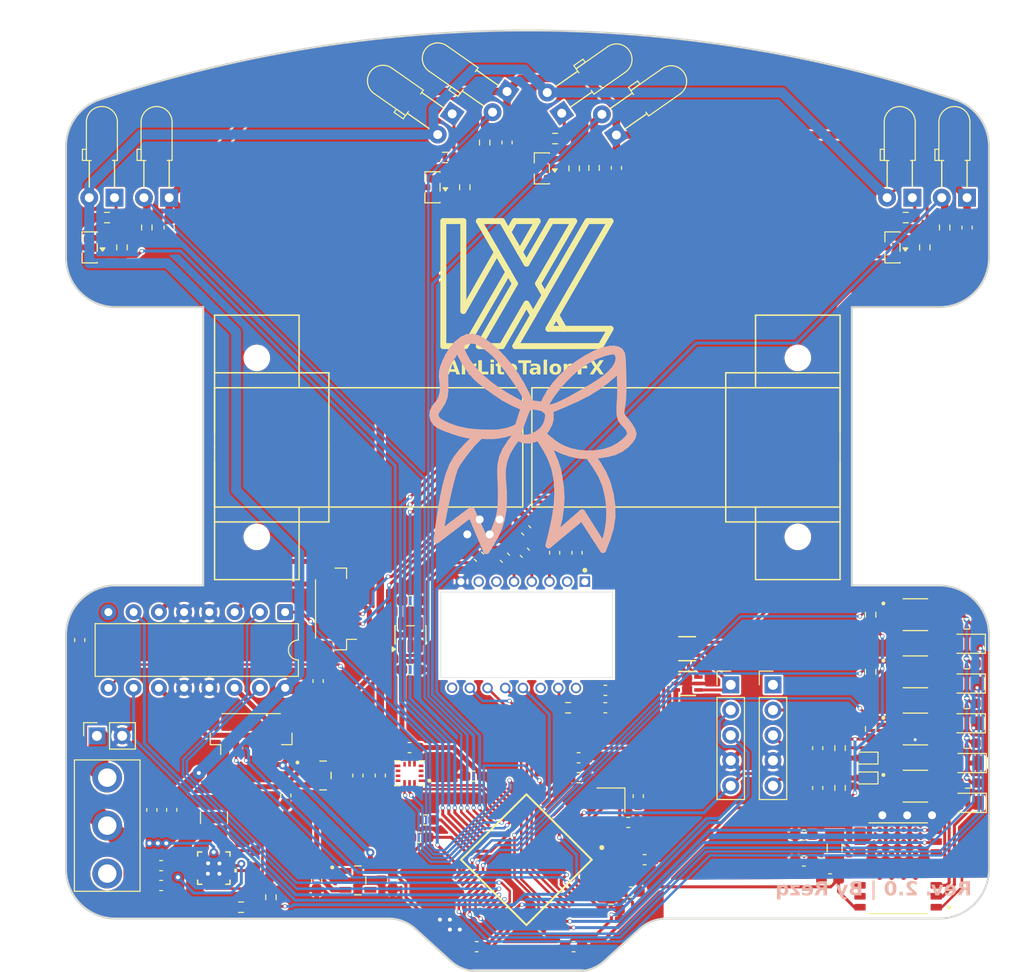
<source format=kicad_pcb>
(kicad_pcb (version 20241229) (generator "pcbnew") (generator_version "9.0")
  (layers (0 "F.Cu" signal) (2 "B.Cu" signal) (13 "F.Paste" user) (15 "B.Paste" user) (5 "F.SilkS" user "F.Silkscreen") (7 "B.SilkS" user "B.Silkscreen") (1 "F.Mask" user) (3 "B.Mask" user) (25 "Edge.Cuts" user))
  (net 0 "")
  (net 1 "Net-(IC1-PH0)")
  (net 2 "+5V")
  (net 4 "VCC")
  (net 6 "RST")
  (net 7 "Net-(D0-K)")
  (net 8 "Net-(D1-K)")
  (net 9 "Net-(D2-K)")
  (net 10 "Net-(D3-K)")
  (net 11 "LED_RED")
  (net 12 "Net-(D4-A)")
  (net 13 "LED_GREEN")
  (net 14 "Net-(D5-A)")
  (net 15 "Net-(D6-A)")
  (net 16 "LED_BLUE")
  (net 17 "+3V3_NET")
  (net 18 "SWDCLK")
  (net 19 "SWDIO")
  (net 20 "M2_OUT_1")
  (net 21 "M2_OUT_2")
  (net 22 "M2_ENC_A")
  (net 23 "M2_ENC_B")
  (net 24 "M1_OUT_1")
  (net 25 "M1_OUT_2")
  (net 26 "M1_ENC_A")
  (net 27 "M1_ENC_B")
  (net 28 "RECEIV_1")
  (net 29 "RECEIV_2")
  (net 30 "RECEIV_4")
  (net 31 "RECEIV_3")
  (net 32 "Net-(BT2-+)")
  (net 33 "EMIT_1")
  (net 34 "Net-(Q9-D)")
  (net 35 "Net-(Q10-D)")
  (net 36 "EMIT_2")
  (net 37 "Net-(Q11-D)")
  (net 38 "EMIT_4")
  (net 39 "EMIT_3")
  (net 40 "BUTTON_3")
  (net 41 "BUTTON")
  (net 42 "V_METER")
  (net 43 "BUTTON_2")
  (net 44 "M2_BACK")
  (net 45 "M1_FWD")
  (net 46 "M2_SPD")
  (net 47 "M1_SPD")
  (net 48 "M2_FWD")
  (net 49 "M1_BACK")
  (net 51 "MOUSE_SCLK")
  (net 52 "VDDPIX")
  (net 53 "Net-(D7-A)")
  (net 54 "Net-(Q12-D)")
  (net 55 "Net-(U4-P01{slash}XL2)")
  (net 56 "Net-(U4-P00{slash}XL1)")
  (net 57 "Net-(D8-K)")
  (net 58 "BC_RST")
  (net 59 "BC_LED")
  (net 60 "Net-(D10-A)")
  (net 61 "BC_TX_STM_RX")
  (net 68 "BC_RX_STM_TX")
  (net 76 "BC_SWDCLK")
  (net 78 "VDDA")
  (net 79 "VCAP_2")
  (net 80 "PGND")
  (net 81 "Net-(C39-Pad2)")
  (net 82 "Net-(U9-BST)")
  (net 83 "VCAP_1")
  (net 84 "IMU_SCLK")
  (net 85 "IMU_CS")
  (net 86 "BOOT0")
  (net 88 "IMU_POCI")
  (net 89 "IMU_PICO")
  (net 102 "BC_SWDIO")
  (net 103 "MOUSE_POCI")
  (net 104 "Net-(U1-LED)")
  (net 128 "IMU_INT")
  (net 134 "MOUSE_CS")
  (net 135 "MOUSE_PICO")
  (net 139 "MOUSE_RST")
  (net 142 "GND")
  (net 143 "VDD")
  (net 144 "MOUSE_VDD")
  (footprint "Resistor_SMD:R_0603_1608Metric_Pad0.98x0.95mm_HandSolder" (layer "F.Cu") (at 198.5 69.34 90)
    (property "Reference" "R2" (hide yes))
    (property "Value" "1.8k")
    (pad "1" smd roundrect (at -0.9125 0 90) (size 0.975 0.95) (layers "F.Cu" "F.Mask" "F.Paste") (net 142 "GND"))
    (pad "2" smd roundrect (at 0.9125 0 90) (size 0.975 0.95) (layers "F.Cu" "F.Mask" "F.Paste") (net 29 "RECEIV_2"))
  )
  (footprint "BUTTON:SW_SKRPABE010" (layer "F.Cu") (at 241.825 122.575)
    (property "Reference" "S2" (hide yes))
    (property "Value" "SKRPABE010")
    (pad "1" smd rect (at -2.075 -1.075) (size 1.05 0.65) (layers "F.Cu" "F.Mask" "F.Paste") (net 43 "BUTTON_2"))
    (pad "2" smd rect (at 2.075 -1.075) (size 1.05 0.65) (layers "F.Cu" "F.Mask" "F.Paste") (net 43 "BUTTON_2"))
    (pad "3" smd rect (at -2.075 1.075) (size 1.05 0.65) (layers "F.Cu" "F.Mask" "F.Paste") (net 142 "GND"))
    (pad "4" smd rect (at 2.075 1.075) (size 1.05 0.65) (layers "F.Cu" "F.Mask" "F.Paste") (net 142 "GND"))
  )
  (footprint "LED_SMD:LED_0805_2012Metric_Pad1.15x1.40mm_HandSolder" (layer "F.Cu") (at 247.1 135.75 180)
    (property "Reference" "D10" (hide yes))
    (property "Value" "LED")
    (pad "1" smd roundrect (at -1.025 0 180) (size 1.15 1.4) (layers "F.Cu" "F.Mask" "F.Paste") (roundrect_rratio 0.217391) (net 59 "BC_LED"))
    (pad "2" smd roundrect (at 1.025 0 180) (size 1.15 1.4) (layers "F.Cu" "F.Mask" "F.Paste") (roundrect_rratio 0.217391) (net 60 "Net-(D10-A)"))
  )
  (footprint "Resistor_SMD:R_0603_1608Metric_Pad0.98x0.95mm_HandSolder" (layer "F.Cu") (at 247 121.75)
    (property "Reference" "R21" (hide yes))
    (property "Value" "75")
    (pad "1" smd roundrect (at -0.9125 0) (size 0.975 0.95) (layers "F.Cu" "F.Mask" "F.Paste") (net 15 "Net-(D6-A)"))
    (pad "2" smd roundrect (at 0.9125 0) (size 0.975 0.95) (layers "F.Cu" "F.Mask" "F.Paste") (net 143 "VDD"))
  )
  (footprint "Resistor_SMD:R_0603_1608Metric_Pad0.98x0.95mm_HandSolder" (layer "F.Cu") (at 174 146.25)
    (property "Reference" "R18" (hide yes))
    (property "Value" "20k")
    (pad "1" smd roundrect (at -0.9125 0) (size 0.975 0.95) (layers "F.Cu" "F.Mask" "F.Paste") (net 4 "VCC"))
    (pad "2" smd roundrect (at 0.9125 0) (size 0.975 0.95) (layers "F.Cu" "F.Mask" "F.Paste") (net 42 "V_METER"))
  )
  (footprint "Capacitor_SMD:C_0603_1608Metric_Pad1.08x0.95mm_HandSolder" (layer "F.Cu") (at 207.9475 133.22)
    (property "Reference" "C19" (hide yes))
    (property "Value" "10uF")
    (pad "1" smd roundrect (at -0.8625 0) (size 1.075 0.95) (layers "F.Cu" "F.Mask" "F.Paste") (net 78 "VDDA"))
    (pad "2" smd roundrect (at 0.8625 0) (size 1.075 0.95) (layers "F.Cu" "F.Mask" "F.Paste") (net 142 "GND"))
  )
  (footprint "MM_Library:Emitter" (layer "F.Cu") (at 166.767626 74.885 180)
    (property "Reference" "Q0" (hide yes))
    (property "Value" "TEFT4300")
    (pad "1" thru_hole rect (at 0 0 180) (size 1.8 1.8) (drill 0.9) (layers "*.Cu" "*.Mask") (net 78 "VDDA"))
    (pad "2" thru_hole circle (at 2.54 0 180) (size 1.8 1.8) (drill 0.9) (layers "*.Cu" "*.Mask") (net 28 "RECEIV_1"))
  )
  (footprint "Resistor_SMD:R_0603_1608Metric_Pad0.98x0.95mm_HandSolder" (layer "F.Cu") (at 234.25 130.25 -90)
    (property "Reference" "R23" (hide yes))
    (property "Value" "47K")
    (pad "1" smd roundrect (at -0.9125 0 270) (size 0.975 0.95) (layers "F.Cu" "F.Mask" "F.Paste") (net 143 "VDD"))
    (pad "2" smd roundrect (at 0.9125 0 270) (size 0.975 0.95) (layers "F.Cu" "F.Mask" "F.Paste") (net 6 "RST"))
  )
  (footprint "Capacitor_SMD:C_0603_1608Metric_Pad1.08x0.95mm_HandSolder" (layer "F.Cu") (at 210.6375 124.44)
    (property "Reference" "C5" (hide yes))
    (property "Value" "10uF")
    (pad "1" smd roundrect (at -0.8625 0) (size 1.075 0.95) (layers "F.Cu" "F.Mask" "F.Paste") (net 144 "MOUSE_VDD"))
    (pad "2" smd roundrect (at 0.8625 0) (size 1.075 0.95) (layers "F.Cu" "F.Mask" "F.Paste") (net 142 "GND"))
  )
  (footprint "Resistor_SMD:R_0603_1608Metric_Pad0.98x0.95mm_HandSolder" (layer "F.Cu") (at 196.5 73.8375 90)
    (property "Reference" "R13" (hide yes))
    (property "Value" "47K")
    (pad "1" smd roundrect (at -0.9125 0 90) (size 0.975 0.95) (layers "F.Cu" "F.Mask" "F.Paste") (net 36 "EMIT_2"))
    (pad "2" smd roundrect (at 0.9125 0 90) (size 0.975 0.95) (layers "F.Cu" "F.Mask" "F.Paste") (net 142 "GND"))
  )
  (footprint "Capacitor_SMD:C_0603_1608Metric_Pad1.08x0.95mm_HandSolder" (layer "F.Cu") (at 185.75 133 -90)
    (property "Reference" "C44" (hide yes))
    (property "Value" "10uF")
    (pad "1" smd roundrect (at -0.8625 0 270) (size 1.075 0.95) (layers "F.Cu" "F.Mask" "F.Paste") (net 78 "VDDA"))
    (pad "2" smd roundrect (at 0.8625 0 270) (size 1.075 0.95) (layers "F.Cu" "F.Mask" "F.Paste") (net 142 "GND"))
  )
  (footprint "Package_DIP:DIP-16_W7.62mm" (layer "F.Cu") (at 178.43 116.57 -90)
    (property "Reference" "U2" (hide yes))
    (property "Value" "L293D")
    (pad "1" thru_hole roundrect (at 0 0 270) (size 1.6 1.6) (drill 0.8) (layers "*.Cu" "*.Mask") (roundrect_rratio 0.15625) (net 47 "M1_SPD"))
    (pad "2" thru_hole circle (at 0 2.54 270) (size 1.6 1.6) (drill 0.8) (layers "*.Cu" "*.Mask") (net 45 "M1_FWD"))
    (pad "3" thru_hole circle (at 0 5.08 270) (size 1.6 1.6) (drill 0.8) (layers "*.Cu" "*.Mask") (net 24 "M1_OUT_1"))
    (pad "4" thru_hole circle (at 0 7.62 270) (size 1.6 1.6) (drill 0.8) (layers "*.Cu" "*.Mask") (net 142 "GND"))
    (pad "5" thru_hole circle (at 0 10.16 270) (size 1.6 1.6) (drill 0.8) (layers "*.Cu" "*.Mask") (net 142 "GND"))
    (pad "6" thru_hole circle (at 0 12.7 270) (size 1.6 1.6) (drill 0.8) (layers "*.Cu" "*.Mask") (net 25 "M1_OUT_2"))
    (pad "7" thru_hole circle (at 0 15.24 270) (size 1.6 1.6) (drill 0.8) (layers "*.Cu" "*.Mask") (net 49 "M1_BACK"))
    (pad "8" thru_hole circle (at 0 17.78 270) (size 1.6 1.6) (drill 0.8) (layers "*.Cu" "*.Mask") (net 4 "VCC"))
    (pad "9" thru_hole circle (at 7.62 17.78 270) (size 1.6 1.6) (drill 0.8) (layers "*.Cu" "*.Mask") (net 46 "M2_SPD"))
    (pad "10" thru_hole circle (at 7.62 15.24 270) (size 1.6 1.6) (drill 0.8) (layers "*.Cu" "*.Mask") (net 48 "M2_FWD"))
    (pad "11" thru_hole circle (at 7.62 12.7 270) (size 1.6 1.6) (drill 0.8) (layers "*.Cu" "*.Mask") (net 20 "M2_OUT_1"))
    (pad "12" thru_hole circle (at 7.62 10.16 270) (size 1.6 1.6) (drill 0.8) (layers "*.Cu" "*.Mask") (net 142 "GND"))
    (pad "13" thru_hole circle (at 7.62 7.62 270) (size 1.6 1.6) (drill 0.8) (layers "*.Cu" "*.Mask") (net 142 "GND"))
    (pad "14" thru_hole circle (at 7.62 5.08 270) (size 1.6 1.6) (drill 0.8) (layers "*.Cu" "*.Mask") (net 21 "M2_OUT_2"))
    (pad "15" thru_hole circle (at 7.62 2.54 270) (size 1.6 1.6) (drill 0.8) (layers "*.Cu" "*.Mask") (net 44 "M2_BACK"))
    (pad "16" thru_hole circle (at 7.62 0 270) (size 1.6 1.6) (drill 0.8) (layers "*.Cu" "*.Mask") (net 2 "+5V"))
  )
  (footprint "LED_SMD:LED_0805_2012Metric_Pad1.15x1.40mm_HandSolder" (layer "F.Cu") (at 247 119.75 180)
    (property "Reference" "D4" (hide yes))
    (property "Value" "LED")
    (pad "1" smd roundrect (at -1.025 0 180) (size 1.15 1.4) (layers "F.Cu" "F.Mask" "F.Paste") (roundrect_rratio 0.217391) (net 11 "LED_RED"))
    (pad "2" smd roundrect (at 1.025 0 180) (size 1.15 1.4) (layers "F.Cu" "F.Mask" "F.Paste") (roundrect_rratio 0.217391) (net 12 "Net-(D4-A)"))
  )
  (footprint "Capacitor_SMD:C_0603_1608Metric_Pad1.08x0.95mm_HandSolder" (layer "F.Cu") (at 189.245 143.55 -90)
    (property "Reference" "C43" (hide yes))
    (property "Value" "1uF")
    (pad "1" smd roundrect (at -0.8625 0 270) (size 1.075 0.95) (layers "F.Cu" "F.Mask" "F.Paste") (net 143 "VDD"))
    (pad "2" smd roundrect (at 0.8625 0 270) (size 1.075 0.95) (layers "F.Cu" "F.Mask" "F.Paste") (net 142 "GND"))
  )
  (footprint "Resistor_SMD:R_0603_1608Metric_Pad0.98x0.95mm_HandSolder" (layer "F.Cu") (at 247.1 133.75)
    (property "Reference" "R12" (hide yes))
    (property "Value" "75")
    (pad "1" smd roundrect (at -0.9125 0) (size 0.975 0.95) (layers "F.Cu" "F.Mask" "F.Paste") (net 60 "Net-(D10-A)"))
    (pad "2" smd roundrect (at 0.9125 0) (size 0.975 0.95) (layers "F.Cu" "F.Mask" "F.Paste") (net 143 "VDD"))
  )
  (footprint "Capacitor_SMD:C_0603_1608Metric_Pad1.08x0.95mm_HandSolder" (layer "F.Cu") (at 207.4475 150.22 180)
    (property "Reference" "C29" (hide yes))
    (property "Value" "0.1uF")
    (pad "1" smd roundrect (at -0.8625 0 180) (size 1.075 0.95) (layers "F.Cu" "F.Mask" "F.Paste") (net 142 "GND"))
    (pad "2" smd roundrect (at 0.8625 0 180) (size 1.075 0.95) (layers "F.Cu" "F.Mask" "F.Paste") (net 143 "VDD"))
  )
  (footprint "Capacitor_SMD:C_0603_1608Metric_Pad1.08x0.95mm_HandSolder" (layer "F.Cu") (at 247.017626 77.885 -90)
    (property "Reference" "C20" (hide yes))
    (property "Value" "1uF")
    (pad "1" smd roundrect (at -0.8625 0 270) (size 1.075 0.95) (layers "F.Cu" "F.Mask" "F.Paste") (net 78 "VDDA"))
    (pad "2" smd roundrect (at 0.8625 0 270) (size 1.075 0.95) (layers "F.Cu" "F.Mask" "F.Paste") (net 142 "GND"))
  )
  (footprint "MM_Library:Emitter" (layer "F.Cu") (at 247.017626 74.885 180)
    (property "Reference" "Q2" (hide yes))
    (property "Value" "TEFT4300")
    (pad "1" thru_hole rect (at 0 0 180) (size 1.8 1.8) (drill 0.9) (layers "*.Cu" "*.Mask") (net 78 "VDDA"))
    (pad "2" thru_hole circle (at 2.54 0 180) (size 1.8 1.8) (drill 0.9) (layers "*.Cu" "*.Mask") (net 30 "RECEIV_4"))
  )
  (footprint "Capacitor_SMD:C_0603_1608Metric_Pad1.08x0.95mm_HandSolder" (layer "F.Cu") (at 213.1975 144.72 180)
    (property "Reference" "C27" (hide yes))
    (property "Value" "0.1uF")
    (pad "1" smd roundrect (at -0.8625 0 180) (size 1.075 0.95) (layers "F.Cu" "F.Mask" "F.Paste") (net 142 "GND"))
    (pad "2" smd roundrect (at 0.8625 0 180) (size 1.075 0.95) (layers "F.Cu" "F.Mask" "F.Paste") (net 143 "VDD"))
  )
  (footprint "Capacitor_SMD:C_0603_1608Metric_Pad1.08x0.95mm_HandSolder" (layer "F.Cu") (at 191.9475 139.22)
    (property "Reference" "C32" (hide yes))
    (property "Value" "0.1uF")
    (pad "1" smd roundrect (at -0.8625 0) (size 1.075 0.95) (layers "F.Cu" "F.Mask" "F.Paste") (net 142 "GND"))
    (pad "2" smd roundrect (at 0.8625 0) (size 1.075 0.95) (layers "F.Cu" "F.Mask" "F.Paste") (net 143 "VDD"))
  )
  (footprint "Resistor_SMD:R_0603_1608Metric_Pad0.98x0.95mm_HandSolder" (layer "F.Cu") (at 160.517626 76.885 180)
    (property "Reference" "R5" (hide yes))
    (property "Value" "35")
    (pad "1" smd roundrect (at -0.9125 0 180) (size 0.975 0.95) (layers "F.Cu" "F.Mask" "F.Paste") (net 7 "Net-(D0-K)"))
    (pad "2" smd roundrect (at 0.9125 0 180) (size 0.975 0.95) (layers "F.Cu" "F.Mask" "F.Paste") (net 34 "Net-(Q9-D)"))
  )
  (footprint "PMW3389:PMW3360DM" (layer "F.Cu") (at 208.5775 113.5)
    (property "Reference" "U1" (hide yes))
    (property "Value" "PMW3389DM-T3QU")
    (fp_line (start -14.48 1.05) (end -14.48 9.65) (stroke (width 0.05)) (layer "Edge.Cuts"))
    (fp_line (start -14.48 9.65) (end 2.78 9.65) (stroke (width 0.05)) (layer "Edge.Cuts"))
    (fp_line (start 2.78 1.05) (end -14.48 1.05) (stroke (width 0.05)) (layer "Edge.Cuts"))
    (fp_line (start 2.78 9.65) (end 2.78 1.05) (stroke (width 0.05)) (layer "Edge.Cuts"))
    (pad "1" thru_hole rect (at 0 0) (size 1.0556 1.0556) (drill 0.7) (layers "*.Cu" "*.Mask"))
    (pad "2" thru_hole circle (at -1.78 0) (size 1.0556 1.0556) (drill 0.7) (layers "*.Cu" "*.Mask"))
    (pad "3" thru_hole circle (at -3.56 0) (size 1.0556 1.0556) (drill 0.7) (layers "*.Cu" "*.Mask") (net 52 "VDDPIX"))
    (pad "4" thru_hole circle (at -5.34 0) (size 1.0556 1.0556) (drill 0.7) (layers "*.Cu" "*.Mask") (net 144 "MOUSE_VDD"))
    (pad "5" thru_hole circle (at -7.12 0) (size 1.0556 1.0556) (drill 0.7) (layers "*.Cu" "*.Mask") (net 143 "VDD"))
    (pad "6" thru_hole circle (at -8.9 0) (size 1.0556 1.0556) (drill 0.7) (layers "*.Cu" "*.Mask"))
    (pad "7" thru_hole circle (at -10.68 0) (size 1.0556 1.0556) (drill 0.7) (layers "*.Cu" "*.Mask") (net 139 "MOUSE_RST"))
    (pad "8" thru_hole circle (at -12.46 0) (size 1.0556 1.0556) (drill 0.7) (layers "*.Cu" "*.Mask") (net 142 "GND"))
    (pad "9" thru_hole circle (at -13.35 10.68) (size 1.0556 1.0556) (drill 0.7) (layers "*.Cu" "*.Mask"))
    (pad "10" thru_hole circle (at -11.57 10.7) (size 1.0556 1.0556) (drill 0.7) (layers "*.Cu" "*.Mask") (net 51 "MOUSE_SCLK"))
    (pad "11" thru_hole circle (at -9.79 10.7) (size 1.0556 1.0556) (drill 0.7) (layers "*.Cu" "*.Mask") (net 135 "MOUSE_PICO"))
    (pad "12" thru_hole circle (at -8.01 10.7) (size 1.0556 1.0556) (drill 0.7) (layers "*.Cu" "*.Mask") (net 103 "MOUSE_POCI"))
    (pad "13" thru_hole circle (at -6.23 10.7) (size 1.0556 1.0556) (drill 0.7) (layers "*.Cu" "*.Mask") (net 134 "MOUSE_CS"))
    (pad "14" thru_hole circle (at -4.45 10.7) (size 1.0556 1.0556) (drill 0.7) (layers "*.Cu" "*.Mask"))
    (pad "15" thru_hole circle (at -2.67 10.7) (size 1.0556 1.0556) (drill 0.7) (layers "*.Cu" "*.Mask") (net 104 "Net-(U1-LED)"))
    (pad "16" thru_hole circle (at -0.89 10.7) (size 1.0556 1.0556) (drill 0.7) (layers "*.Cu" "*.Mask"))
    (zone (net 0) (net_name "") (layer "F.Cu") (connect_pads (clearance 0)) (min_thickness 0.254)
      (keepout (tracks not_allowed) (vias not_allowed) (pads not_allowed) (copperpour not_allowed) (footprints allowed))
      (fill (thermal_gap 0.508) (thermal_bridge_width 0.508))
      (polygon (pts (xy 193.8235 114.296) (xy 211.6315 114.296) (xy 211.6315 123.404) (xy 193.8235 123.404)))
    )
    (zone (net 0) (net_name "") (layer "B.Cu") (connect_pads (clearance 0)) (min_thickness 0.254)
      (keepout (tracks not_allowed) (vias not_allowed) (pads not_allowed) (copperpour not_allowed) (footprints allowed))
      (fill (thermal_gap 0.508) (thermal_bridge_width 0.508))
      (polygon (pts (xy 193.8235 114.296) (xy 211.6315 114.296) (xy 211.6315 123.404) (xy 193.8235 123.404)))
    )
  )
  (footprint "LED_SMD:LED_0805_2012Metric_Pad1.15x1.40mm_HandSolder" (layer "F.Cu") (at 247.1 131.75 180)
    (property "Reference" "D7" (hide yes))
    (property "Value" "LED")
    (pad "1" smd roundrect (at -1.025 0 180) (size 1.15 1.4) (layers "F.Cu" "F.Mask" "F.Paste") (roundrect_rratio 0.217391) (net 142 "GND"))
    (pad "2" smd roundrect (at 1.025 0 180) (size 1.15 1.4) (layers "F.Cu" "F.Mask" "F.Paste") (roundrect_rratio 0.217391) (net 53 "Net-(D7-A)"))
  )
  (footprint "MM_Library:Emitter" (layer "F.Cu") (at 200.75 64.2025 -125)
    (property "Reference" "Q1" (hide yes))
    (property "Value" "TEFT4300")
    (pad "1" thru_hole rect (at 0 0 235) (size 1.8 1.8) (drill 0.9) (layers "*.Cu" "*.Mask") (net 78 "VDDA"))
    (pad "2" thru_hole circle (at 2.54 0 235) (size 1.8 1.8) (drill 0.9) (layers "*.Cu" "*.Mask") (net 29 "RECEIV_2"))
  )
  (footprint "LED_SMD:LED_0805_2012Metric_Pad1.15x1.40mm_HandSolder" (layer "F.Cu") (at 247 127.75 180)
    (property "Reference" "D5" (hide yes))
    (property "Value" "LED")
    (pad "1" smd roundrect (at -1.025 0 180) (size 1.15 1.4) (layers "F.Cu" "F.Mask" "F.Paste") (roundrect_rratio 0.217391) (net 13 "LED_GREEN"))
    (pad "2" smd roundrect (at 1.025 0 180) (size 1.15 1.4) (layers "F.Cu" "F.Mask" "F.Paste") (roundrect_rratio 0.217391) (net 14 "Net-(D5-A)"))
  )
  (footprint "Capacitor_SMD:C_0603_1608Metric_Pad1.08x0.95mm_HandSolder" (layer "F.Cu") (at 210.6375 126.19)
    (property "Reference" "C10" (hide yes))
    (property "Value" "0.1uF")
    (pad "1" smd roundrect (at -0.8625 0) (size 1.075 0.95) (layers "F.Cu" "F.Mask" "F.Paste") (net 144 "MOUSE_VDD"))
    (pad "2" smd roundrect (at 0.8625 0) (size 1.075 0.95) (layers "F.Cu" "F.Mask" "F.Paste") (net 142 "GND"))
  )
  (footprint "Capacitor_SMD:C_0603_1608Metric_Pad1.08x0.95mm_HandSolder" (layer "F.Cu") (at 214.585 141.47)
    (property "Reference" "C30" (hide yes))
    (property "Value" "10uF")
    (pad "1" smd roundrect (at -0.8625 0) (size 1.075 0.95) (layers "F.Cu" "F.Mask" "F.Paste") (net 143 "VDD"))
    (pad "2" smd roundrect (at 0.8625 0) (size 1.075 0.95) (layers "F.Cu" "F.Mask" "F.Paste") (net 142 "GND"))
  )
  (footprint "BUTTON:SW_SKRPABE010" (layer "F.Cu") (at 241.825 134.075)
    (property "Reference" "RST1" (hide yes))
    (property "Value" "SKRPABE010")
    (pad "1" smd rect (at -2.075 -1.075) (size 1.05 0.65) (layers "F.Cu" "F.Mask" "F.Paste") (net 57 "Net-(D8-K)"))
    (pad "2" smd rect (at 2.075 -1.075) (size 1.05 0.65) (layers "F.Cu" "F.Mask" "F.Paste") (net 57 "Net-(D8-K)"))
    (pad "3" smd rect (at -2.075 1.075) (size 1.05 0.65) (layers "F.Cu" "F.Mask" "F.Paste") (net 142 "GND"))
    (pad "4" smd rect (at 2.075 1.075) (size 1.05 0.65) (layers "F.Cu" "F.Mask" "F.Paste") (net 142 "GND"))
  )
  (footprint "custom_foot:DCK6_TEX" (layer "F.Cu") (at 218.86335 120.25 180)
    (property "Reference" "U11" (hide yes))
    (property "Value" "LM66100DCKR")
    (pad "1" smd rect (at -1.13665 -0.649999 180) (size 0.8509 0.3556) (layers "F.Cu" "F.Mask" "F.Paste") (net 17 "+3V3_NET"))
    (pad "2" smd rect (at -1.13665 0 180) (size 0.8509 0.3556) (layers "F.Cu" "F.Mask" "F.Paste") (net 142 "GND"))
    (pad "3" smd rect (at -1.13665 0.649999 180) (size 0.8509 0.3556) (layers "F.Cu" "F.Mask" "F.Paste") (net 2 "+5V"))
    (pad "4" smd rect (at 1.13665 0.649999 180) (size 0.8509 0.3556) (layers "F.Cu" "F.Mask" "F.Paste"))
    (pad "5" smd rect (at 1.13665 0 180) (size 0.8509 0.3556) (layers "F.Cu" "F.Mask" "F.Paste") (net 142 "GND"))
    (pad "6" smd rect (at 1.13665 -0.649999 180) (size 0.8509 0.3556) (layers "F.Cu" "F.Mask" "F.Paste") (net 78 "VDDA"))
  )
  (footprint "Resistor_SMD:R_0603_1608Metric_Pad0.98x0.95mm_HandSolder" (layer "F.Cu") (at 209.5 71.8875 90)
    (property "Reference" "R4" (hide yes))
    (property "Value" "1.8k")
    (pad "1" smd roundrect (at -0.9125 0 90) (size 0.975 0.95) (layers "F.Cu" "F.Mask" "F.Paste") (net 142 "GND"))
    (pad "2" smd roundrect (at 0.9125 0 90) (size 0.975 0.95) (layers "F.Cu" "F.Mask" "F.Paste") (net 31 "RECEIV_3"))
  )
  (footprint "Capacitor_SMD:C_0603_1608Metric_Pad1.08x0.95mm_HandSolder" (layer "F.Cu") (at 190.942316 130.195 180)
    (property "Reference" "C7" (hide yes))
    (property "Value" "0.1uF")
    (pad "1" smd roundrect (at -0.8625 0 180) (size 1.075 0.95) (layers "F.Cu" "F.Mask" "F.Paste") (net 143 "VDD"))
    (pad "2" smd roundrect (at 0.8625 0 180) (size 1.075 0.95) (layers "F.Cu" "F.Mask" "F.Paste") (net 142 "GND"))
  )
  (footprint "Capacitor_SMD:C_0603_1608Metric_Pad1.08x0.95mm_HandSolder" (layer "F.Cu") (at 232 130.25 90)
    (property "Reference" "C40" (hide yes))
    (property "Value" "0.1uF")
    (pad "1" smd roundrect (at -0.8625 0 90) (size 1.075 0.95) (layers "F.Cu" "F.Mask" "F.Paste") (net 6 "RST"))
    (pad "2" smd roundrect (at 0.8625 0 90) (size 1.075 0.95) (layers "F.Cu" "F.Mask" "F.Paste") (net 142 "GND"))
  )
  (footprint "BC832:XCVR_BC832" (layer "F.Cu") (at 240.085 142.332 180)
    (property "Reference" "U4" (hide yes))
    (property "Value" "BC832")
    (pad "1" smd roundrect (at -3.835 -3.918 180) (size 1.14 0.67) (layers "F.Cu" "F.Mask" "F.Paste") (roundrect_rratio 0.125) (net 142 "GND"))
    (pad "2" smd roundrect (at -3.835 -2.818 180) (size 1.14 0.67) (layers "F.Cu" "F.Mask" "F.Paste") (roundrect_rratio 0.125) (net 59 "BC_LED"))
    (pad "3" smd roundrect (at -3.835 -1.718 180) (size 1.14 0.67) (layers "F.Cu" "F.Mask" "F.Paste") (roundrect_rratio 0.125) (net 102 "BC_SWDIO"))
    (pad "4" smd roundrect (at -3.835 -0.618 180) (size 1.14 0.67) (layers "F.Cu" "F.Mask" "F.Paste") (roundrect_rratio 0.125) (net 76 "BC_SWDCLK"))
    (pad "5" smd roundrect (at -3.835 0.482 180) (size 1.14 0.67) (layers "F.Cu" "F.Mask" "F.Paste") (roundrect_rratio 0.125))
    (pad "6" smd roundrect (at -3.835 1.582 180) (size 1.14 0.67) (layers "F.Cu" "F.Mask" "F.Paste") (roundrect_rratio 0.125))
    (pad "7" smd roundrect (at -3.835 2.682 180) (size 1.14 0.67) (layers "F.Cu" "F.Mask" "F.Paste") (roundrect_rratio 0.125) (net 68 "BC_RX_STM_TX"))
    (pad "8" smd roundrect (at -3.835 3.782 180) (size 1.14 0.67) (layers "F.Cu" "F.Mask" "F.Paste") (roundrect_rratio 0.125) (net 61 "BC_TX_STM_RX"))
    (pad "9" smd roundrect (at 3.835 3.782 180) (size 1.14 0.67) (layers "F.Cu" "F.Mask" "F.Paste") (roundrect_rratio 0.125))
    (pad "10" smd roundrect (at 3.835 2.682 180) (size 1.14 0.67) (layers "F.Cu" "F.Mask" "F.Paste") (roundrect_rratio 0.125) (net 58 "BC_RST"))
    (pad "11" smd roundrect (at 3.835 1.582 180) (size 1.14 0.67) (layers "F.Cu" "F.Mask" "F.Paste") (roundrect_rratio 0.125) (net 56 "Net-(U4-P00{slash}XL1)"))
    (pad "12" smd roundrect (at 3.835 0.482 180) (size 1.14 0.67) (layers "F.Cu" "F.Mask" "F.Paste") (roundrect_rratio 0.125) (net 55 "Net-(U4-P01{slash}XL2)"))
    (pad "13" smd roundrect (at 3.835 -0.618 180) (size 1.14 0.67) (layers "F.Cu" "F.Mask" "F.Paste") (roundrect_rratio 0.125))
    (pad "14" smd roundrect (at 3.835 -1.718 180) (size 1.14 0.67) (layers "F.Cu" "F.Mask" "F.Paste") (roundrect_rratio 0.125))
    (pad "15" smd roundrect (at 3.835 -2.818 180) (size 1.14 0.67) (layers "F.Cu" "F.Mask" "F.Paste") (roundrect_rratio 0.125))
    (pad "16" smd roundrect (at 3.835 -3.918 180) (size 1.14 0.67) (layers "F.Cu" "F.Mask" "F.Paste") (roundrect_rratio 0.125) (net 143 "VDD"))
    (pad "A1" smd circle (at -1.75 -0.919 180) (size 0.5 0.5) (layers "F.Cu" "F.Mask" "F.Paste"))
    (pad "A2" smd circle (at -1.75 0.281 180) (size 0.5 0.5) (layers "F.Cu" "F.Mask" "F.Paste"))
    (pad "A3" smd circle (at -1.75 1.481 180) (size 0.5 0.5) (layers "F.Cu" "F.Mask" "F.Paste"))
    (pad "A4" smd circle (at -1.75 2.681 180) (size 0.5 0.5) (layers "F.Cu" "F.Mask" "F.Paste"))
    (pad "A5" smd circle (at -1.75 3.881 180) (size 0.5 0.5) (layers "F.Cu" "F.Mask" "F.Paste"))
    (pad "B1" smd circle (at -0.55 -0.919 180) (size 0.5 0.5) (layers "F.Cu" "F.Mask" "F.Paste"))
    (pad "B2" smd circle (at -0.55 0.281 180) (size 0.5 0.5) (layers "F.Cu" "F.Mask" "F.Paste"))
    (pad "B3" smd circle (at -0.55 1.481 180) (size 0.5 0.5) (layers "F.Cu" "F.Mask" "F.Paste"))
    (pad "B4" smd circle (at -0.55 2.681 180) (size 0.5 0.5) (layers "F.Cu" "F.Mask" "F.Paste"))
    (pad "B5" smd circle (at -0.55 3.881 180) (size 0.5 0.5) (layers "F.Cu" "F.Mask" "F.Paste"))
    (pad "C1" smd circle (at 0.65 -0.919 180) (size 0.5 0.5) (layers "F.Cu" "F.Mask" "F.Paste"))
    (pad "C2" smd circle (at 0.65 0.281 180) (size 0.5 0.5) (layers "F.Cu" "F.Mask" "F.Paste"))
    (pad "C3" smd circle (at 0.65 1.481 180) (size 0.5 0.5) (layers "F.Cu" "F.Mask" "F.Paste"))
    (pad "C4" smd circle (at 0.65 2.681 180) (size 0.5 0.5) (layers "F.Cu" "F.Mask" "F.Paste"))
    (pad "C5" smd circle (at 0.65 3.881 180) (size 0.5 0.5) (layers "F.Cu" "F.Mask" "F.Paste"))
    (pad "D1" smd circle (at 1.85 -0.919 180) (size 0.5 0.5) (layers "F.Cu" "F.Mask" "F.Paste"))
    (pad "D2" smd circle (at 1.85 0.281 180) (size 0.5 0.5) (layers "F.Cu" "F.Mask" "F.Paste"))
    (pad "D3" smd circle (at 1.85 1.481 180) (size 0.5 0.5) (layers "F.Cu" "F.Mask" "F.Paste"))
    (pad "D4" smd circle (at 1.85 2.681 180) (size 0.5 0.5) (layers "F.Cu" "F.Mask" "F.Paste"))
    (pad "D5" smd circle (at 1.85 3.881 180) (size 0.5 0.5) (layers "F.Cu" "F.Mask" "F.Paste"))
    (zone (net 0) (net_name "") (layer "F.Cu") (connect_pads (clearance 0)) (min_thickness 0.01)
      (keepout (tracks not_allowed) (vias not_allowed) (pads not_allowed) (copperpour not_allowed) (footprints allowed))
      (fill (thermal_gap 0.508) (thermal_bridge_width 0.508))
      (polygon (pts (xy 243.985 146.732) (xy 243.985 146.585) (xy 243.42 146.585) (xy 243.416 146.585) (xy 243.413 146.585) (xy 243.409 146.584) (xy 243.405 146.583) (xy 243.402 146.583) (xy 243.398 146.582) (xy 243.395 146.58) (xy 243.392 146.579) (xy 243.388 146.577) (xy 243.385 146.576) (xy 243.382 146.574) (xy 243.379 146.572) (xy 243.376 146.569) (xy 243.373 146.567) (xy 243.371 146.564) (xy 243.368 146.562) (xy 243.366 146.559) (xy 243.363 146.556) (xy 243.361 146.553) (xy 243.359 146.55) (xy 243.358 146.547) (xy 243.356 146.543) (xy 243.355 146.54) (xy 243.353 146.537) (xy 243.352 146.533) (xy 243.352 146.53) (xy 243.351 146.526) (xy 243.35 146.522) (xy 243.35 146.519) (xy 243.35 146.515) (xy 243.35 145.985) (xy 243.35 145.981) (xy 243.35 145.978) (xy 243.351 145.974) (xy 243.352 145.97) (xy 243.352 145.967) (xy 243.353 145.963) (xy 243.355 145.96) (xy 243.356 145.957) (xy 243.358 145.953) (xy 243.359 145.95) (xy 243.361 145.947) (xy 243.363 145.944) (xy 243.366 145.941) (xy 243.368 145.938) (xy 243.371 145.936) (xy 243.373 145.933) (xy 243.376 145.931) (xy 243.379 145.928) (xy 243.382 145.926) (xy 243.385 145.924) (xy 243.388 145.923) (xy 243.392 145.921) (xy 243.395 145.92) (xy 243.398 145.918) (xy 243.402 145.917) (xy 243.405 145.917) (xy 243.409 145.916) (xy 243.413 145.915) (xy 243.416 145.915) (xy 243.42 145.915) (xy 243.985 145.915) (xy 243.985 145.485) (xy 243.42 145.485) (xy 243.416 145.485) (xy 243.413 145.485) (xy 243.409 145.484) (xy 243.405 145.483) (xy 243.402 145.483) (xy 243.398 145.482) (xy 243.395 145.48) (xy 243.392 145.479) (xy 243.388 145.477) (xy 243.385 145.476) (xy 243.382 145.474) (xy 243.379 145.472) (xy 243.376 145.469) (xy 243.373 145.467) (xy 243.371 145.464) (xy 243.368 145.462) (xy 243.366 145.459) (xy 243.363 145.456) (xy 243.361 145.453) (xy 243.359 145.45) (xy 243.358 145.447) (xy 243.356 145.443) (xy 243.355 145.44) (xy 243.353 145.437) (xy 243.352 145.433) (xy 243.352 145.43) (xy 243.351 145.426) (xy 243.35 145.422) (xy 243.35 145.419) (xy 243.35 145.415) (xy 243.35 144.885) (xy 243.35 144.881) (xy 243.35 144.878) (xy 243.351 144.874) (xy 243.352 144.87) (xy 243.352 144.867) (xy 243.353 144.863) (xy 243.355 144.86) (xy 243.356 144.857) (xy 243.358 144.853) (xy 243.359 144.85) (xy 243.361 144.847) (xy 243.363 144.844) (xy 243.366 144.841) (xy 243.368 144.838) (xy 243.371 144.836) (xy 243.373 144.833) (xy 243.376 144.831) (xy 243.379 144.828) (xy 243.382 144.826) (xy 243.385 144.824) (xy 243.388 144.823) (xy 243.392 144.821) (xy 243.395 144.82) (xy 243.398 144.818) (xy 243.402 144.817) (xy 243.405 144.817) (xy 243.409 144.816) (xy 243.413 144.815) (xy 243.416 144.815) (xy 243.42 144.815) (xy 243.985 144.815) (xy 243.985 144.385) (xy 243.42 144.385) (xy 243.416 144.385) (xy 243.413 144.385) (xy 243.409 144.384) (xy 243.405 144.383) (xy 243.402 144.383) (xy 243.398 144.382) (xy 243.395 144.38) (xy 243.392 144.379) (xy 243.388 144.377) (xy 243.385 144.376) (xy 243.382 144.374) (xy 243.379 144.372) (xy 243.376 144.369) (xy 243.373 144.367) (xy 243.371 144.364) (xy 243.368 144.362) (xy 243.366 144.359) (xy 243.363 144.356) (xy 243.361 144.353) (xy 243.359 144.35) (xy 243.358 144.347) (xy 243.356 144.343) (xy 243.355 144.34) (xy 243.353 144.337) (xy 243.352 144.333) (xy 243.352 144.33) (xy 243.351 144.326) (xy 243.35 144.322) (xy 243.35 144.319) (xy 243.35 144.315) (xy 243.35 143.785) (xy 243.35 143.781) (xy 243.35 143.778) (xy 243.351 143.774) (xy 243.352 143.77) (xy 243.352 143.767) (xy 243.353 143.763) (xy 243.355 143.76) (xy 243.356 143.757) (xy 243.358 143.753) (xy 243.359 143.75) (xy 243.361 143.747) (xy 243.363 143.744) (xy 243.366 143.741) (xy 243.368 143.738) (xy 243.371 143.736) (xy 243.373 143.733) (xy 243.376 143.731) (xy 243.379 143.728) (xy 243.382 143.726) (xy 243.385 143.724) (xy 243.388 143.723) (xy 243.392 143.721) (xy 243.395 143.72) (xy 243.398 143.718) (xy 243.402 143.717) (xy 243.405 143.717) (xy 243.409 143.716) (xy 243.413 143.715) (xy 243.416 143.715) (xy 243.42 143.715) (xy 243.985 143.715) (xy 243.985 143.532) (xy 236.185 143.532) (xy 236.185 143.715) (xy 236.75 143.715) (xy 236.754 143.715) (xy 236.757 143.715) (xy 236.761 143.716) (xy 236.765 143.717) (xy 236.768 143.717) (xy 236.772 143.718) (xy 236.775 143.72) (xy 236.778 143.721) (xy 236.782 143.723) (xy 236.785 143.724) (xy 236.788 143.726) (xy 236.791 143.728) (xy 236.794 143.731) (xy 236.797 143.733) (xy 236.799 143.736) (xy 236.802 143.738) (xy 236.804 143.741) (xy 236.807 143.744) (xy 236.809 143.747) (xy 236.811 143.75) (xy 236.812 143.753) (xy 236.814 143.757) (xy 236.815 143.76) (xy 236.817 143.763) (xy 236.818 143.767) (xy 236.818 143.77) (xy 236.819 143.774) (xy 236.82 143.778) (xy 236.82 143.781) (xy 236.82 143.785) (xy 236.82 144.315) (xy 236.82 144.319) (xy 236.82 144.322) (xy 236.819 144.326) (xy 236.818 144.33) (xy 236.818 144.333) (xy 236.817 144.337) (xy 236.815 144.34) (xy 236.814 144.343) (xy 236.812 144.347) (xy 236.811 144.35) (xy 236.809 144.353) (xy 236.807 144.356) (xy 236.804 144.359) (xy 236.802 144.362) (xy 236.799 144.364) (xy 236.797 144.367) (xy 236.794 144.369) (xy 236.791 144.372) (xy 236.788 144.374) (xy 236.785 144.376) (xy 236.782 144.377) (xy 236.778 144.379) (xy 236.775 144.38) (xy 236.772 144.382) (xy 236.768 144.383) (xy 236.765 144.383) (xy 236.761 144.384) (xy 236.757 144.385) (xy 236.754 144.385) (xy 236.75 144.385) (xy 236.185 144.385) (xy 236.185 144.815) (xy 236.75 144.815) (xy 236.754 144.815) (xy 236.757 144.815) (xy 236.761 144.816) (xy 236.765 144.817) (xy 236.768 144.817) (xy 236.772 144.818) (xy 236.775 144.82) (xy 236.778 144.821) (xy 236.782 144.823) (xy 236.785 144.824) (xy 236.788 144.826) (xy 236.791 144.828) (xy 236.794 144.831) (xy 236.797 144.833) (xy 236.799 144.836) (xy 236.802 144.838) (xy 236.804 144.841) (xy 236.807 144.844) (xy 236.809 144.847) (xy 236.811 144.85) (xy 236.812 144.853) (xy 236.814 144.857) (xy 236.815 144.86) (xy 236.817 144.863) (xy 236.818 144.867) (xy 236.818 144.87) (xy 236.819 144.874) (xy 236.82 144.878) (xy 236.82 144.881) (xy 236.82 144.885) (xy 236.82 145.415) (xy 236.82 145.419) (xy 236.82 145.422) (xy 236.819 145.426) (xy 236.818 145.43) (xy 236.818 145.433) (xy 236.817 145.437) (xy 236.815 145.44) (xy 236.814 145.443) (xy 236.812 145.447) (xy 236.811 145.45) (xy 236.809 145.453) (xy 236.807 145.456) (xy 236.804 145.459) (xy 236.802 145.462) (xy 236.799 145.464) (xy 236.797 145.467) (xy 236.794 145.469) (xy 236.791 145.472) (xy 236.788 145.474) (xy 236.785 145.476) (xy 236.782 145.477) (xy 236.778 145.479) (xy 236.775 145.48) (xy 236.772 145.482) (xy 236.768 145.483) (xy 236.765 145.483) (xy 236.761 145.484) (xy 236.757 145.485) (xy 236.754 145.485) (xy 236.75 145.485) (xy 236.185 145.485) (xy 236.185 145.915) (xy 236.75 145.915) (xy 236.754 145.915) (xy 236.757 145.915) (xy 236.761 145.916) (xy 236.765 145.917) (xy 236.768 145.917) (xy 236.772 145.918) (xy 236.775 145.92) (xy 236.778 145.921) (xy 236.782 145.923) (xy 236.785 145.924) (xy 236.788 145.926) (xy 236.791 145.928) (xy 236.794 145.931) (xy 236.797 145.933) (xy 236.799 145.936) (xy 236.802 145.938) (xy 236.804 145.941) (xy 236.807 145.944) (xy 236.809 145.947) (xy 236.811 145.95) (xy 236.812 145.953) (xy 236.814 145.957) (xy 236.815 145.96) (xy 236.817 145.963) (xy 236.818 145.967) (xy 236.818 145.97) (xy 236.819 145.974) (xy 236.82 145.978) (xy 236.82 145.981) (xy 236.82 145.985) (xy 236.82 146.515) (xy 236.82 146.519) (xy 236.82 146.522) (xy 236.819 146.526) (xy 236.818 146.53) (xy 236.818 146.533) (xy 236.817 146.537) (xy 236.815 146.54) (xy 236.814 146.543) (xy 236.812 146.547) (xy 236.811 146.55) (xy 236.809 146.553) (xy 236.807 146.556) (xy 236.804 146.559) (xy 236.802 146.562) (xy 236.799 146.564) (xy 236.797 146.567) (xy 236.794 146.569) (xy 236.791 146.572) (xy 236.788 146.574) (xy 236.785 146.576) (xy 236.782 146.577) (xy 236.778 146.579) (xy 236.775 146.58) (xy 236.772 146.582) (xy 236.768 146.583) (xy 236.765 146.583) (xy 236.761 146.584) (xy 236.757 146.585) (xy 236.754 146.585) (xy 236.75 146.585) (xy 236.185 146.585) (xy 236.185 146.732)))
    )
    (zone (net 0) (net_name "") (layer "B.Cu") (connect_pads (clearance 0)) (min_thickness 0.01)
      (keepout (tracks not_allowed) (vias not_allowed) (pads not_allowed) (copperpour not_allowed) (footprints allowed))
      (fill (thermal_gap 0.508) (thermal_bridge_width 0.508))
      (polygon (pts (xy 243.985 146.732) (xy 243.985 146.585) (xy 243.42 146.585) (xy 243.416 146.585) (xy 243.413 146.585) (xy 243.409 146.584) (xy 243.405 146.583) (xy 243.402 146.583) (xy 243.398 146.582) (xy 243.395 146.58) (xy 243.392 146.579) (xy 243.388 146.577) (xy 243.385 146.576) (xy 243.382 146.574) (xy 243.379 146.572) (xy 243.376 146.569) (xy 243.373 146.567) (xy 243.371 146.564) (xy 243.368 146.562) (xy 243.366 146.559) (xy 243.363 146.556) (xy 243.361 146.553) (xy 243.359 146.55) (xy 243.358 146.547) (xy 243.356 146.543) (xy 243.355 146.54) (xy 243.353 146.537) (xy 243.352 146.533) (xy 243.352 146.53) (xy 243.351 146.526) (xy 243.35 146.522) (xy 243.35 146.519) (xy 243.35 146.515) (xy 243.35 145.985) (xy 243.35 145.981) (xy 243.35 145.978) (xy 243.351 145.974) (xy 243.352 145.97) (xy 243.352 145.967) (xy 243.353 145.963) (xy 243.355 145.96) (xy 243.356 145.957) (xy 243.358 145.953) (xy 243.359 145.95) (xy 243.361 145.947) (xy 243.363 145.944) (xy 243.366 145.941) (xy 243.368 145.938) (xy 243.371 145.936) (xy 243.373 145.933) (xy 243.376 145.931) (xy 243.379 145.928) (xy 243.382 145.926) (xy 243.385 145.924) (xy 243.388 145.923) (xy 243.392 145.921) (xy 243.395 145.92) (xy 243.398 145.918) (xy 243.402 145.917) (xy 243.405 145.917) (xy 243.409 145.916) (xy 243.413 145.915) (xy 243.416 145.915) (xy 243.42 145.915) (xy 243.985 145.915) (xy 243.985 145.485) (xy 243.42 145.485) (xy 243.416 145.485) (xy 243.413 145.485) (xy 243.409 145.484) (xy 243.405 145.483) (xy 243.402 145.483) (xy 243.398 145.482) (xy 243.395 145.48) (xy 243.392 145.479) (xy 243.388 145.477) (xy 243.385 145.476) (xy 243.382 145.474) (xy 243.379 145.472) (xy 243.376 145.469) (xy 243.373 145.467) (xy 243.371 145.464) (xy 243.368 145.462) (xy 243.366 145.459) (xy 243.363 145.456) (xy 243.361 145.453) (xy 243.359 145.45) (xy 243.358 145.447) (xy 243.356 145.443) (xy 243.355 145.44) (xy 243.353 145.437) (xy 243.352 145.433) (xy 243.352 145.43) (xy 243.351 145.426) (xy 243.35 145.422) (xy 243.35 145.419) (xy 243.35 145.415) (xy 243.35 144.885) (xy 243.35 144.881) (xy 243.35 144.878) (xy 243.351 144.874) (xy 243.352 144.87) (xy 243.352 144.867) (xy 243.353 144.863) (xy 243.355 144.86) (xy 243.356 144.857) (xy 243.358 144.853) (xy 243.359 144.85) (xy 243.361 144.847) (xy 243.363 144.844) (xy 243.366 144.841) (xy 243.368 144.838) (xy 243.371 144.836) (xy 243.373 144.833) (xy 243.376 144.831) (xy 243.379 144.828) (xy 243.382 144.826) (xy 243.385 144.824) (xy 243.388 144.823) (xy 243.392 144.821) (xy 243.395 144.82) (xy 243.398 144.818) (xy 243.402 144.817) (xy 243.405 144.817) (xy 243.409 144.816) (xy 243.413 144.815) (xy 243.416 144.815) (xy 243.42 144.815) (xy 243.985 144.815) (xy 243.985 144.385) (xy 243.42 144.385) (xy 243.416 144.385) (xy 243.413 144.385) (xy 243.409 144.384) (xy 243.405 144.383) (xy 243.402 144.383) (xy 243.398 144.382) (xy 243.395 144.38) (xy 243.392 144.379) (xy 243.388 144.377) (xy 243.385 144.376) (xy 243.382 144.374) (xy 243.379 144.372) (xy 243.376 144.369) (xy 243.373 144.367) (xy 243.371 144.364) (xy 243.368 144.362) (xy 243.366 144.359) (xy 243.363 144.356) (xy 243.361 144.353) (xy 243.359 144.35) (xy 243.358 144.347) (xy 243.356 144.343) (xy 243.355 144.34) (xy 243.353 144.337) (xy 243.352 144.333) (xy 243.352 144.33) (xy 243.351 144.326) (xy 243.35 144.322) (xy 243.35 144.319) (xy 243.35 144.315) (xy 243.35 143.785) (xy 243.35 143.781) (xy 243.35 143.778) (xy 243.351 143.774) (xy 243.352 143.77) (xy 243.352 143.767) (xy 243.353 143.763) (xy 243.355 143.76) (xy 243.356 143.757) (xy 243.358 143.753) (xy 243.359 143.75) (xy 243.361 143.747) (xy 243.363 143.744) (xy 243.366 143.741) (xy 243.368 143.738) (xy 243.371 143.736) (xy 243.373 143.733) (xy 243.376 143.731) (xy 243.379 143.728) (xy 243.382 143.726) (xy 243.385 143.724) (xy 243.388 143.723) (xy 243.392 143.721) (xy 243.395 143.72) (xy 243.398 143.718) (xy 243.402 143.717) (xy 243.405 143.717) (xy 243.409 143.716) (xy 243.413 143.715) (xy 243.416 143.715) (xy 243.42 143.715) (xy 243.985 143.715) (xy 243.985 143.532) (xy 236.185 143.532) (xy 236.185 143.715) (xy 236.75 143.715) (xy 236.754 143.715) (xy 236.757 143.715) (xy 236.761 143.716) (xy 236.765 143.717) (xy 236.768 143.717) (xy 236.772 143.718) (xy 236.775 143.72) (xy 236.778 143.721) (xy 236.782 143.723) (xy 236.785 143.724) (xy 236.788 143.726) (xy 236.791 143.728) (xy 236.794 143.731) (xy 236.797 143.733) (xy 236.799 143.736) (xy 236.802 143.738) (xy 236.804 143.741) (xy 236.807 143.744) (xy 236.809 143.747) (xy 236.811 143.75) (xy 236.812 143.753) (xy 236.814 143.757) (xy 236.815 143.76) (xy 236.817 143.763) (xy 236.818 143.767) (xy 236.818 143.77) (xy 236.819 143.774) (xy 236.82 143.778) (xy 236.82 143.781) (xy 236.82 143.785) (xy 236.82 144.315) (xy 236.82 144.319) (xy 236.82 144.322) (xy 236.819 144.326) (xy 236.818 144.33) (xy 236.818 144.333) (xy 236.817 144.337) (xy 236.815 144.34) (xy 236.814 144.343) (xy 236.812 144.347) (xy 236.811 144.35) (xy 236.809 144.353) (xy 236.807 144.356) (xy 236.804 144.359) (xy 236.802 144.362) (xy 236.799 144.364) (xy 236.797 144.367) (xy 236.794 144.369) (xy 236.791 144.372) (xy 236.788 144.374) (xy 236.785 144.376) (xy 236.782 144.377) (xy 236.778 144.379) (xy 236.775 144.38) (xy 236.772 144.382) (xy 236.768 144.383) (xy 236.765 144.383) (xy 236.761 144.384) (xy 236.757 144.385) (xy 236.754 144.385) (xy 236.75 144.385) (xy 236.185 144.385) (xy 236.185 144.815) (xy 236.75 144.815) (xy 236.754 144.815) (xy 236.757 144.815) (xy 236.761 144.816) (xy 236.765 144.817) (xy 236.768 144.817) (xy 236.772 144.818) (xy 236.775 144.82) (xy 236.778 144.821) (xy 236.782 144.823) (xy 236.785 144.824) (xy 236.788 144.826) (xy 236.791 144.828) (xy 236.794 144.831) (xy 236.797 144.833) (xy 236.799 144.836) (xy 236.802 144.838) (xy 236.804 144.841) (xy 236.807 144.844) (xy 236.809 144.847) (xy 236.811 144.85) (xy 236.812 144.853) (xy 236.814 144.857) (xy 236.815 144.86) (xy 236.817 144.863) (xy 236.818 144.867) (xy 236.818 144.87) (xy 236.819 144.874) (xy 236.82 144.878) (xy 236.82 144.881) (xy 236.82 144.885) (xy 236.82 145.415) (xy 236.82 145.419) (xy 236.82 145.422) (xy 236.819 145.426) (xy 236.818 145.43) (xy 236.818 145.433) (xy 236.817 145.437) (xy 236.815 145.44) (xy 236.814 145.443) (xy 236.812 145.447) (xy 236.811 145.45) (xy 236.809 145.453) (xy 236.807 145.456) (xy 236.804 145.459) (xy 236.802 145.462) (xy 236.799 145.464) (xy 236.797 145.467) (xy 236.794 145.469) (xy 236.791 145.472) (xy 236.788 145.474) (xy 236.785 145.476) (xy 236.782 145.477) (xy 236.778 145.479) (xy 236.775 145.48) (xy 236.772 145.482) (xy 236.768 145.483) (xy 236.765 145.483) (xy 236.761 145.484) (xy 236.757 145.485) (xy 236.754 145.485) (xy 236.75 145.485) (xy 236.185 145.485) (xy 236.185 145.915) (xy 236.75 145.915) (xy 236.754 145.915) (xy 236.757 145.915) (xy 236.761 145.916) (xy 236.765 145.917) (xy 236.768 145.917) (xy 236.772 145.918) (xy 236.775 145.92) (xy 236.778 145.921) (xy 236.782 145.923) (xy 236.785 145.924) (xy 236.788 145.926) (xy 236.791 145.928) (xy 236.794 145.931) (xy 236.797 145.933) (xy 236.799 145.936) (xy 236.802 145.938) (xy 236.804 145.941) (xy 236.807 145.944) (xy 236.809 145.947) (xy 236.811 145.95) (xy 236.812 145.953) (xy 236.814 145.957) (xy 236.815 145.96) (xy 236.817 145.963) (xy 236.818 145.967) (xy 236.818 145.97) (xy 236.819 145.974) (xy 236.82 145.978) (xy 236.82 145.981) (xy 236.82 145.985) (xy 236.82 146.515) (xy 236.82 146.519) (xy 236.82 146.522) (xy 236.819 146.526) (xy 236.818 146.53) (xy 236.818 146.533) (xy 236.817 146.537) (xy 236.815 146.54) (xy 236.814 146.543) (xy 236.812 146.547) (xy 236.811 146.55) (xy 236.809 146.553) (xy 236.807 146.556) (xy 236.804 146.559) (xy 236.802 146.562) (xy 236.799 146.564) (xy 236.797 146.567) (xy 236.794 146.569) (xy 236.791 146.572) (xy 236.788 146.574) (xy 236.785 146.576) (xy 236.782 146.577) (xy 236.778 146.579) (xy 236.775 146.58) (xy 236.772 146.582) (xy 236.768 146.583) (xy 236.765 146.583) (xy 236.761 146.584) (xy 236.757 146.585) (xy 236.754 146.585) (xy 236.75 146.585) (xy 236.185 146.585) (xy 236.185 146.732)))
    )
  )
  (footprint "MM_Library:Emitter" (layer "F.Cu") (at 211.75 68.579538 125)
    (property "Reference" "Q3" (hide yes))
    (property "Value" "TEFT4300")
    (pad "1" thru_hole rect (at 0 0 125) (size 1.8 1.8) (drill 0.9) (layers "*.Cu" "*.Mask") (net 78 "VDDA"))
    (pad "2" thru_hole circle (at 2.54 0 125) (size 1.8 1.8) (drill 0.9) (layers "*.Cu" "*.Mask") (net 31 "RECEIV_3"))
  )
  (footprint "Capacitor_SMD:C_0603_1608Metric_Pad1.08x0.95mm_HandSolder" (layer "F.Cu") (at 165.02525 136.45475 -90)
    (property "Reference" "C23" (hide yes))
    (property "Value" "22uF")
    (pad "1" smd roundrect (at -0.8625 0 270) (size 1.075 0.95) (layers "F.Cu" "F.Mask" "F.Paste") (net 2 "+5V"))
    (pad "2" smd roundrect (at 0.8625 0 270) (size 1.075 0.95) (layers "F.Cu" "F.Mask" "F.Paste") (net 80 "PGND"))
  )
  (footprint "NetTie:NetTie-2_SMD_Pad0.5mm" (layer "F.Cu") (at 171.48525 141.31725 90)
    (property "Reference" "NT2" (hide yes))
    (property "Value" "NetTie_2" (hide yes))
    (fp_poly (pts (xy -0.5 -0.25) (xy 0.5 -0.25) (xy 0.5 0.25) (xy -0.5 0.25)) (fill yes) (layer "F.Cu"))
    (pad "1" smd circle (at -0.5 0 90) (size 0.5 0.5) (layers "F.Cu") (net 142 "GND"))
    (pad "2" smd circle (at 0.5 0 90) (size 0.5 0.5) (layers "F.Cu") (net 80 "PGND"))
  )
  (footprint "Capacitor_SMD:C_0603_1608Metric_Pad1.08x0.95mm_HandSolder" (layer "F.Cu") (at 205.5375 110.6 90)
    (property "Reference" "C9" (hide yes))
    (property "Value" "0.1uF")
    (pad "1" smd roundrect (at -0.8625 0 90) (size 1.075 0.95) (layers "F.Cu" "F.Mask" "F.Paste") (net 52 "VDDPIX"))
    (pad "2" smd roundrect (at 0.8625 0 90) (size 1.075 0.95) (layers "F.Cu" "F.Mask" "F.Paste") (net 142 "GND"))
  )
  (footprint "Diode_SMD:D_SOD-523" (layer "F.Cu") (at 236.8 133.25 180)
    (property "Reference" "D8" (hide yes))
    (property "Value" "1SS389,L3F")
    (pad "1" smd roundrect (at -0.7 0) (size 0.6 0.7) (layers "F.Cu" "F.Mask" "F.Paste") (net 57 "Net-(D8-K)"))
    (pad "2" smd roundrect (at 0.7 0) (size 0.6 0.7) (layers "F.Cu" "F.Mask" "F.Paste") (net 58 "BC_RST"))
  )
  (footprint "Inductor_SMD:L_1210_3225Metric_Pad1.42x2.65mm_HandSolder" (layer "F.Cu") (at 171.27525 137.23725 90)
    (property "Reference" "L2" (hide yes))
    (property "Value" "4.7uH")
    (pad "1" smd roundrect (at -1.4875 0 90) (size 1.425 2.65) (layers "F.Cu" "F.Mask" "F.Paste") (roundrect_rratio 0.175439) (net 81 "Net-(C39-Pad2)"))
    (pad "2" smd roundrect (at 1.4875 0 90) (size 1.425 2.65) (layers "F.Cu" "F.Mask" "F.Paste") (roundrect_rratio 0.175439) (net 2 "+5V"))
  )
  (footprint "Resistor_SMD:R_0603_1608Metric_Pad0.98x0.95mm_HandSolder" (layer "F.Cu") (at 247 129.75)
    (property "Reference" "R26" (hide yes))
    (property "Value" "750")
    (pad "1" smd roundrect (at -0.9125 0) (size 0.975 0.95) (layers "F.Cu" "F.Mask" "F.Paste") (net 53 "Net-(D7-A)"))
    (pad "2" smd roundrect (at 0.9125 0) (size 0.975 0.95) (layers "F.Cu" "F.Mask" "F.Paste") (net 143 "VDD"))
  )
  (footprint "Resistor_SMD:R_0603_1608Metric_Pad0.98x0.95mm_HandSolder" (layer "F.Cu") (at 237.325 122.575 90)
    (property "Reference" "R28" (hide yes))
    (property "Value" "47K")
    (pad "1" smd roundrect (at -0.9125 0 90) (size 0.975 0.95) (layers "F.Cu" "F.Mask" "F.Paste") (net 143 "VDD"))
    (pad "2" smd roundrect (at 0.9125 0 90) (size 0.975 0.95) (layers "F.Cu" "F.Mask" "F.Paste") (net 43 "BUTTON_2"))
  )
  (footprint "Capacitor_SMD:C_0603_1608Metric_Pad1.08x0.95mm_HandSolder" (layer "F.Cu") (at 213.9475 135.0825 -90)
    (property "Reference" "C21" (hide yes))
    (property "Value" "0.1uF")
    (pad "1" smd roundrect (at -0.8625 0 270) (size 1.075 0.95) (layers "F.Cu" "F.Mask" "F.Paste") (net 142 "GND"))
    (pad "2" smd roundrect (at 0.8625 0 270) (size 1.075 0.95) (layers "F.Cu" "F.Mask" "F.Paste") (net 143 "VDD"))
  )
  (footprint "TPS7A2033PDBVR:SOT95P280X145-5N" (layer "F.Cu") (at 182.25 133)
    (property "Reference" "U10" (hide yes))
    (property "Value" "TPS7A2033PDBVR")
    (pad "1" smd roundrect (at -1.255 -0.95) (size 1.21 0.59) (layers "F.Cu" "F.Mask" "F.Paste") (roundrect_rratio 0.075) (net 2 "+5V"))
    (pad "2" smd roundrect (at -1.255 0) (size 1.21 0.59) (layers "F.Cu" "F.Mask" "F.Paste") (roundrect_rratio 0.075) (net 142 "GND"))
    (pad "3" smd roundrect (at -1.255 0.95) (size 1.21 0.59) (layers "F.Cu" "F.Mask" "F.Paste") (roundrect_rratio 0.075) (net 2 "+5V"))
    (pad "4" smd roundrect (at 1.255 0.95) (size 1.21 0.59) (layers "F.Cu" "F.Mask" "F.Paste") (roundrect_rratio 0.075))
    (pad "5" smd roundrect (at 1.255 -0.95) (size 1.21 0.59) (layers "F.Cu" "F.Mask" "F.Paste") (roundrect_rratio 0.075) (net 78 "VDDA"))
  )
  (footprint "MM_Library:Emitter" (layer "F.Cu") (at 161.267626 74.885 180)
    (property "Reference" "D0" (hide yes))
    (property "Value" "SFH4545")
    (pad "1" thru_hole rect (at 0 0 180) (size 1.8 1.8) (drill 0.9) (layers "*.Cu" "*.Mask") (net 7 "Net-(D0-K)"))
    (pad "2" thru_hole circle (at 2.54 0 180) (size 1.8 1.8) (drill 0.9) (layers "*.Cu" "*.Mask") (net 2 "+5V"))
  )
  (footprint "Capacitor_SMD:C_0603_1608Metric_Pad1.08x0.95mm_HandSolder" (layer "F.Cu") (at 200.75 69.34 -90)
    (property "Reference" "C4" (hide yes))
    (property "Value" "1uF")
    (pad "1" smd roundrect (at -0.8625 0 270) (size 1.075 0.95) (layers "F.Cu" "F.Mask" "F.Paste") (net 78 "VDDA"))
    (pad "2" smd roundrect (at 0.8625 0 270) (size 1.075 0.95) (layers "F.Cu" "F.Mask" "F.Paste") (net 142 "GND"))
  )
  (footprint "Capacitor_SMD:C_0603_1608Metric_Pad1.08x0.95mm_HandSolder" (layer "F.Cu") (at 230.6 141.6 180)
    (property "Reference" "C22" (hide yes))
    (property "Value" "15pF")
    (pad "1" smd roundrect (at -0.8625 0 180) (size 1.075 0.95) (layers "F.Cu" "F.Mask" "F.Paste") (net 55 "Net-(U4-P01{slash}XL2)"))
    (pad "2" smd roundrect (at 0.8625 0 180) (size 1.075 0.95) (layers "F.Cu" "F.Mask" "F.Paste") (net 142 "GND"))
  )
  (footprint "MM_Library:Motor_mouse" (layer "F.Cu") (at 202.3325 100)
    (property "Reference" "M_MH2" (hide yes))
    (property "Value" "M2")
    (pad "" np_thru_hole circle (at -26.75 -9) (size 2.1844 2.1844) (drill 2.1844) (layers "*.Cu" "*.Mask"))
    (pad "" np_thru_hole circle (at -26.75 9) (size 2.1844 2.1844) (drill 2.1844) (layers "*.Cu" "*.Mask"))
  )
  (footprint "Diode_SMD:D_SOD-523" (layer "F.Cu") (at 236.8 131.25 180)
    (property "Reference" "D9" (hide yes))
    (property "Value" "1SS389,L3F")
    (pad "1" smd roundrect (at -0.7 0) (size 0.6 0.7) (layers "F.Cu" "F.Mask" "F.Paste") (net 57 "Net-(D8-K)"))
    (pad "2" smd roundrect (at 0.7 0) (size 0.6 0.7) (layers "F.Cu" "F.Mask" "F.Paste") (net 6 "RST"))
  )
  (footprint "TPS7A2033PDBVR:SOT95P280X145-5N" (layer "F.Cu") (at 185.745 143.55)
    (property "Reference" "U8" (hide yes))
    (property "Value" "TPS7A2033PDBVR")
    (pad "1" smd roundrect (at -1.255 -0.95) (size 1.21 0.59) (layers "F.Cu" "F.Mask" "F.Paste") (roundrect_rratio 0.075) (net 2 "+5V"))
    (pad "2" smd roundrect (at -1.255 0) (size 1.21 0.59) (layers "F.Cu" "F.Mask" "F.Paste") (roundrect_rratio 0.075) (net 142 "GND"))
    (pad "3" smd roundrect (at -1.255 0.95) (size 1.21 0.59) (layers "F.Cu" "F.Mask" "F.Paste") (roundrect_rratio 0.075) (net 2 "+5V"))
    (pad "4" smd roundrect (at 1.255 0.95) (size 1.21 0.59) (layers "F.Cu" "F.Mask" "F.Paste") (roundrect_rratio 0.075))
    (pad "5" smd roundrect (at 1.255 -0.95) (size 1.21 0.59) (layers "F.Cu" "F.Mask" "F.Paste") (roundrect_rratio 0.075) (net 143 "VDD"))
  )
  (footprint "Connector_JST:JST_SH_BM06B-SRSS-TB_1x06-1MP_P1.00mm_Vertical" (layer "F.Cu") (at 175.01 128.79)
    (property "Reference" "M2" (hide yes))
    (property "Value" "M2_Conn_Alt")
    (pad "1" smd roundrect (at -2.5 1.325) (size 0.6 1.55) (layers "F.Cu" "F.Mask" "F.Paste") (net 142 "GND"))
    (pad "2" smd roundrect (at -1.5 1.325) (size 0.6 1.55) (layers "F.Cu" "F.Mask" "F.Paste") (net 23 "M2_ENC_B"))
    (pad "3" smd roundrect (at -0.5 1.325) (size 0.6 1.55) (layers "F.Cu" "F.Mask" "F.Paste") (net 22 "M2_ENC_A"))
    (pad "4" smd roundrect (at 0.5 1.325) (size 0.6 1.55) (layers "F.Cu" "F.Mask" "F.Paste") (net 143 "VDD"))
    (pad "5" smd roundrect (at 1.5 1.325) (size 0.6 1.55) (layers "F.Cu" "F.Mask" "F.Paste") (net 21 "M2_OUT_2"))
    (pad "6" smd roundrect (at 2.5 1.325) (size 0.6 1.55) (layers "F.Cu" "F.Mask" "F.Paste") (net 20 "M2_OUT_1"))
    (pad "MP" smd roundrect (at -3.8 -1.2) (size 1.2 1.8) (layers "F.Cu" "F.Mask" "F.Paste") (roundrect_rratio 0.208333))
    (pad "MP" smd roundrect (at 3.8 -1.2) (size 1.2 1.8) (layers "F.Cu" "F.Mask" "F.Paste") (roundrect_rratio 0.208333))
  )
  (footprint "Capacitor_SMD:C_0603_1608Metric_Pad1.08x0.95mm_HandSolder" (layer "F.Cu") (at 181.75 123.5 -90)
    (property "Reference" "C35" (hide yes))
    (property "Value" "0.1uF")
    (pad "1" smd roundrect (at -0.8625 0 270) (size 1.075 0.95) (layers "F.Cu" "F.Mask" "F.Paste") (net 142 "GND"))
    (pad "2" smd roundrect (at 0.8625 0 270) (size 1.075 0.95) (layers "F.Cu" "F.Mask" "F.Paste") (net 2 "+5V"))
  )
  (footprint "Capacitor_SMD:C_0603_1608Metric_Pad1.08x0.95mm_HandSolder" (layer "F.Cu") (at 197.6975 150.22 180)
    (property "Reference" "C33" (hide yes))
    (property "Value" "2.2uF")
    (pad "1" smd roundrect (at -0.862501 0 180) (size 1.075 0.95) (layers "F.Cu" "F.Mask" "F.Paste") (net 79 "VCAP_2"))
    (pad "2" smd roundrect (at 0.862501 0 180) (size 1.075 0.95) (layers "F.Cu" "F.Mask" "F.Paste") (net 142 "GND"))
  )
  (footprint "Capacitor_SMD:C_0603_1608Metric_Pad1.08x0.95mm_HandSolder" (layer "F.Cu") (at 166.767626 77.885 -90)
    (property "Reference" "C15" (hide yes))
    (property "Value" "1uF")
    (pad "1" smd roundrect (at -0.8625 0 270) (size 1.075 0.95) (layers "F.Cu" "F.Mask" "F.Paste") (net 78 "VDDA"))
    (pad "2" smd roundrect (at 0.8625 0 270) (size 1.075 0.95) (layers "F.Cu" "F.Mask" "F.Paste") (net 142 "GND"))
  )
  (footprint "MM_Library:Motor_mouse" (layer "F.Cu") (at 203.2475 100 180)
    (property "Reference" "M_MH1" (hide yes))
    (property "Value" "M2")
    (pad "" np_thru_hole circle (at -26.75 -9 180) (size 2.1844 2.1844) (drill 2.1844) (layers "*.Cu" "*.Mask"))
    (pad "" np_thru_hole circle (at -26.75 9 180) (size 2.1844 2.1844) (drill 2.1844) (layers "*.Cu" "*.Mask"))
  )
  (footprint "Resistor_SMD:R_0603_1608Metric_Pad0.98x0.95mm_HandSolder" (layer "F.Cu") (at 234.25 134.25 -90)
    (property "Reference" "R25" (hide yes))
    (property "Value" "47K")
    (pad "1" smd roundrect (at -0.9125 0 270) (size 0.975 0.95) (layers "F.Cu" "F.Mask" "F.Paste") (net 58 "BC_RST"))
    (pad "2" smd roundrect (at 0.9125 0 270) (size 0.975 0.95) (layers "F.Cu" "F.Mask" "F.Paste") (net 143 "VDD"))
  )
  (footprint "TS30011-M050QFNR:QFN16_3X3_SEM" (layer "F.Cu") (at 171.25745 142.31725)
    (property "Reference" "U9" (hide yes))
    (property "Value" "TS30011-M050QFNR")
    (pad "1" smd rect (at -1.4478 -0.750001 90) (size 0.254 0.7112) (layers "F.Cu" "F.Mask" "F.Paste") (net 81 "Net-(C39-Pad2)"))
    (pad "2" smd rect (at -1.4478 -0.25 90) (size 0.254 0.7112) (layers "F.Cu" "F.Mask" "F.Paste") (net 4 "VCC"))
    (pad "3" smd rect (at -1.4478 0.25 90) (size 0.254 0.7112) (layers "F.Cu" "F.Mask" "F.Paste") (net 4 "VCC"))
    (pad "4" smd rect (at -1.4478 0.750001 90) (size 0.254 0.7112) (layers "F.Cu" "F.Mask" "F.Paste") (net 142 "GND"))
    (pad "5" smd rect (at -0.750001 1.4478) (size 0.254 0.7112) (layers "F.Cu" "F.Mask" "F.Paste") (net 2 "+5V"))
    (pad "6" smd rect (at -0.25 1.4478) (size 0.254 0.7112) (layers "F.Cu" "F.Mask" "F.Paste"))
    (pad "7" smd rect (at 0.25 1.4478) (size 0.254 0.7112) (layers "F.Cu" "F.Mask" "F.Paste"))
    (pad "8" smd rect (at 0.750001 1.4478) (size 0.254 0.7112) (layers "F.Cu" "F.Mask" "F.Paste"))
    (pad "9" smd rect (at 1.4478 0.750001 90) (size 0.254 0.7112) (layers "F.Cu" "F.Mask" "F.Paste"))
    (pad "10" smd rect (at 1.4478 0.25 90) (size 0.254 0.7112) (layers "F.Cu" "F.Mask" "F.Paste") (net 82 "Net-(U9-BST)"))
    (pad "11" smd rect (at 1.4478 -0.25 90) (size 0.254 0.7112) (layers "F.Cu" "F.Mask" "F.Paste") (net 4 "VCC"))
    (pad "12" smd rect (at 1.4478 -0.750001 90) (size 0.254 0.7112) (layers "F.Cu" "F.Mask" "F.Paste") (net 81 "Net-(C39-Pad2)"))
    (pad "13" smd rect (at 0.750001 -1.4478) (size 0.254 0.7112) (layers "F.Cu" "F.Mask" "F.Paste") (net 81 "Net-(C39-Pad2)"))
    (pad "14" smd rect (at 0.25 -1.4478) (size 0.254 0.7112) (layers "F.Cu" "F.Mask" "F.Paste") (net 80 "PGND"))
    (pad "15" smd rect (at -0.25 -1.4478) (size 0.254 0.7112) (layers "F.Cu" "F.Mask" "F.Paste") (net 80 "PGND"))
    (pad "16" smd rect (at -0.750001 -1.4478) (size 0.254 0.7112) (layers "F.Cu" "F.Mask" "F.Paste") (net 81 "Net-(C39-Pad2)"))
    (pad "17" smd rect (at 0 0) (size 1.8034 1.8034) (layers "F.Cu" "F.Mask" "F.Paste") (net 142 "GND"))
  )
  (footprint "Resistor_SMD:R_0603_1608Metric_Pad0.98x0.95mm_HandSolder" (layer "F.Cu") (at 194.5 70.8375 180)
    (property "Reference" "R6" (hide yes))
    (property "Value" "35")
    (pad "1" smd roundrect (at -0.9125 0 180) (size 0.975 0.95) (layers "F.Cu" "F.Mask" "F.Paste") (net 8 "Net-(D1-K)"))
    (pad "2" smd roundrect (at 0.9125 0 180) (size 0.975 0.95) (layers "F.Cu" "F.Mask" "F.Paste") (net 35 "Net-(Q10-D)"))
  )
  (footprint "Resistor_SMD:R_0603_1608Metric_Pad0.98x0.95mm_HandSolder" (layer "F.Cu") (at 247 125.75)
    (property "Reference" "R20" (hide yes))
    (property "Value" "75")
    (pad "1" smd roundrect (at -0.9125 0) (size 0.975 0.95) (layers "F.Cu" "F.Mask" "F.Paste") (net 14 "Net-(D5-A)"))
    (pad "2" smd roundrect (at 0.9125 0) (size 0.975 0.95) (layers "F.Cu" "F.Mask" "F.Paste") (net 143 "VDD"))
  )
  (footprint "Capacitor_SMD:C_0603_1608Metric_Pad1.08x0.95mm_HandSolder" (layer "F.Cu") (at 202.5375 110.6 135)
    (property "Reference" "C16" (hide yes))
    (property "Value" "10uF")
    (pad "1" smd roundrect (at -0.862501 0 135) (size 1.075 0.95) (layers "F.Cu" "F.Mask" "F.Paste") (net 144 "MOUSE_VDD"))
    (pad "2" smd roundrect (at 0.862501 0 135) (size 1.075 0.95) (layers "F.Cu" "F.Mask" "F.Paste") (net 142 "GND"))
  )
  (footprint "Connector_JST:JST_SH_BM06B-SRSS-TB_1x06-1MP_P1.00mm_Vertical" (layer "F.Cu") (at 183.5 116.25 90)
    (property "Reference" "M1" (hide yes))
    (property "Value" "M1_Conn_Alt")
    (pad "1" smd roundrect (at -2.5 1.325 90) (size 0.6 1.55) (layers "F.Cu" "F.Mask" "F.Paste") (net 142 "GND"))
    (pad "2" smd roundrect (at -1.5 1.325 90) (size 0.6 1.55) (layers "F.Cu" "F.Mask" "F.Paste") (net 27 "M1_ENC_B"))
    (pad "3" smd roundrect (at -0.5 1.325 90) (size 0.6 1.55) (layers "F.Cu" "F.Mask" "F.Paste") (net 26 "M1_ENC_A"))
    (pad "4" smd roundrect (at 0.5 1.325 90) (size 0.6 1.55) (layers "F.Cu" "F.Mask" "F.Paste") (net 143 "VDD"))
    (pad "5" smd roundrect (at 1.5 1.325 90) (size 0.6 1.55) (layers "F.Cu" "F.Mask" "F.Paste") (net 25 "M1_OUT_2"))
    (pad "6" smd roundrect (at 2.5 1.325 90) (size 0.6 1.55) (layers "F.Cu" "F.Mask" "F.Paste") (net 24 "M1_OUT_1"))
    (pad "MP" smd roundrect (at -3.8 -1.2 90) (size 1.2 1.8) (layers "F.Cu" "F.Mask" "F.Paste") (roundrect_rratio 0.208333))
    (pad "MP" smd roundrect (at 3.8 -1.2 90) (size 1.2 1.8) (layers "F.Cu" "F.Mask" "F.Paste") (roundrect_rratio 0.208333))
  )
  (footprint "Connector_PinSocket_2.54mm:PinSocket_1x02_P2.54mm_Vertical" (layer "F.Cu") (at 159.5 129.01625 90)
    (property "Reference" "BT2" (hide yes))
    (property "Value" "Battery_Cell")
    (pad "1" thru_hole rect (at 0 0 90) (size 1.7 1.7) (drill 1) (layers "*.Cu" "*.Mask") (net 32 "Net-(BT2-+)"))
    (pad "2" thru_hole circle (at 0 2.54 90) (size 1.7 1.7) (drill 1) (layers "*.Cu" "*.Mask") (net 142 "GND"))
  )
  (footprint "Capacitor_SMD:C_0603_1608Metric_Pad1.08x0.95mm_HandSolder" (layer "F.Cu") (at 232 134.25 -90)
    (property "Reference" "C38" (hide yes))
    (property "Value" "0.1uF")
    (pad "1" smd roundrect (at -0.8625 0 270) (size 1.075 0.95) (layers "F.Cu" "F.Mask" "F.Paste") (net 58 "BC_RST"))
    (pad "2" smd roundrect (at 0.8625 0 270) (size 1.075 0.95) (layers "F.Cu" "F.Mask" "F.Paste") (net 142 "GND"))
  )
  (footprint "Connector_PinHeader_2.54mm:PinHeader_1x05_P2.54mm_Vertical" (layer "F.Cu") (at 227.5 123.88)
    (property "Reference" "J1" (hide yes))
    (property "Value" "SWD Header")
    (pad "1" thru_hole rect (at 0 0) (size 1.7 1.7) (drill 1) (layers "*.Cu" "*.Mask"))
    (pad "2" thru_hole circle (at 0 2.54) (size 1.7 1.7) (drill 1) (layers "*.Cu" "*.Mask") (net 102 "BC_SWDIO"))
    (pad "3" thru_hole circle (at 0 5.08) (size 1.7 1.7) (drill 1) (layers "*.Cu" "*.Mask") (net 76 "BC_SWDCLK"))
    (pad "4" thru_hole circle (at 0 7.62) (size 1.7 1.7) (drill 1) (layers "*.Cu" "*.Mask") (net 142 "GND"))
    (pad "5" thru_hole circle (at 0 10.16) (size 1.7 1.7) (drill 1) (layers "*.Cu" "*.Mask") (net 58 "BC_RST"))
  )
  (footprint "Capacitor_SMD:C_0603_1608Metric_Pad1.08x0.95mm_HandSolder" (layer "F.Cu") (at 230.6 139)
    (property "Reference" "C24" (hide yes))
    (property "Value" "15pF")
    (pad "1" smd roundrect (at -0.8625 0) (size 1.075 0.95) (layers "F.Cu" "F.Mask" "F.Paste") (net 142 "GND"))
    (pad "2" smd roundrect (at 0.8625 0) (size 1.075 0.95) (layers "F.Cu" "F.Mask" "F.Paste") (net 56 "Net-(U4-P00{slash}XL1)"))
  )
  (footprint "AS07-XTAL:XTAL_ABS07-32.768KHZ-T" (layer "F.Cu") (at 233.7 140.3 -90)
    (property "Reference" "Y1" (hide yes))
    (property "Value" "ABS07-32.768KHZ-T")
    (pad "1" smd rect (at -1.25 0 270) (size 1.1 1.9) (layers "F.Cu" "F.Mask" "F.Paste") (net 56 "Net-(U4-P00{slash}XL1)"))
    (pad "2" smd rect (at 1.25 0 270) (size 1.1 1.9) (layers "F.Cu" "F.Mask" "F.Paste") (net 55 "Net-(U4-P01{slash}XL2)"))
  )
  (footprint "Capacitor_SMD:C_0603_1608Metric_Pad1.08x0.95mm_HandSolder" (layer "F.Cu") (at 207.9475 131.22 180)
    (property "Reference" "C31" (hide yes))
    (property "Value" "0.1uF")
    (pad "1" smd roundrect (at -0.8625 0 180) (size 1.075 0.95) (layers "F.Cu" "F.Mask" "F.Paste") (net 142 "GND"))
    (pad "2" smd roundrect (at 0.8625 0 180) (size 1.075 0.95) (layers "F.Cu" "F.Mask" "F.Paste") (net 78 "VDDA"))
  )
  (footprint "Connector_PinHeader_2.54mm:PinHeader_1x05_P2.54mm_Vertical" (layer "F.Cu") (at 223.25 123.88)
    (property "Reference" "J2" (hide yes))
    (property "Value" "SWD Header")
    (pad "1" thru_hole rect (at 0 0) (size 1.7 1.7) (drill 1) (layers "*.Cu" "*.Mask") (net 17 "+3V3_NET"))
    (pad "2" thru_hole circle (at 0 2.54) (size 1.7 1.7) (drill 1) (layers "*.Cu" "*.Mask") (net 19 "SWDIO"))
    (pad "3" thru_hole circle (at 0 5.08) (size 1.7 1.7) (drill 1) (layers "*.Cu" "*.Mask") (net 18 "SWDCLK"))
    (pad "4" thru_hole circle (at 0 7.62) (size 1.7 1.7) (drill 1) (layers "*.Cu" "*.Mask") (net 142 "GND"))
    (pad "5" thru_hole circle (at 0 10.16) (size 1.7 1.7) (drill 1) (layers "*.Cu" "*.Mask") (net 6 "RST"))
  )
  (footprint "Capacitor_SMD:C_0603_1608Metric_Pad1.08x0.95mm_HandSolder" (layer "F.Cu") (at 207.7875 110.6 90)
    (property "Reference" "C13" (hide yes))
    (property "Value" "4.7uF")
    (pad "1" smd roundrect (at -0.8625 0 90) (size 1.075 0.95) (layers "F.Cu" "F.Mask" "F.Paste") (net 52 "VDDPIX"))
    (pad "2" smd roundrect (at 0.8625 0 90) (size 1.075 0.95) (layers "F.Cu" "F.Mask" "F.Paste") (net 142 "GND"))
  )
  (footprint "Resistor_SMD:R_0603_1608Metric_Pad0.98x0.95mm_HandSolder" (layer "F.Cu") (at 164.517626 77.885 90)
    (property "Reference" "R1" (hide yes))
    (property "Value" "1.8k")
    (pad "1" smd roundrect (at -0.9125 0 90) (size 0.975 0.95) (layers "F.Cu" "F.Mask" "F.Paste") (net 142 "GND"))
    (pad "2" smd roundrect (at 0.9125 0 90) (size 0.975 0.95) (layers "F.Cu" "F.Mask" "F.Paste") (net 28 "RECEIV_1"))
  )
  (footprint "MM_Library:MM Switch" (layer "F.Cu") (at 165.66425 138.06725 90)
    (property "Reference" "PWR1" (hide yes))
    (property "Value" "EG1218")
    (pad "1" thru_hole circle (at 4.852 -5.13 90) (size 3 3) (drill 1.85) (layers "*.Cu" "*.Mask") (net 32 "Net-(BT2-+)"))
    (pad "2" thru_hole circle (at 0.026 -5.13 90) (size 3 3) (drill 1.85) (layers "*.Cu" "*.Mask") (net 4 "VCC"))
    (pad "3" thru_hole circle (at -4.8 -5.13 90) (size 3 3) (drill 1.85) (layers "*.Cu" "*.Mask"))
  )
  (footprint "ICM-45605:XDCR_ICM-45605" (layer "F.Cu") (at 190.942316 132.7825 180)
    (property "Reference" "U7" (hide yes))
    (property "Value" "ICM-45605")
    (pad "1" smd rect (at -1.1625 -0.75 180) (size 0.475 0.25) (layers "F.Cu") (net 88 "IMU_POCI"))
    (pad "2" smd rect (at -1.1625 -0.25 180) (size 0.475 0.25) (layers "F.Cu"))
    (pad "3" smd rect (at -1.1625 0.25 180) (size 0.475 0.25) (layers "F.Cu"))
    (pad "4" smd rect (at -1.1625 0.75 180) (size 0.475 0.25) (layers "F.Cu") (net 128 "IMU_INT"))
    (pad "5" smd rect (at -0.5 0.9125 180) (size 0.25 0.475) (layers "F.Cu") (net 143 "VDD"))
    (pad "6" smd rect (at 0 0.9125 180) (size 0.25 0.475) (layers "F.Cu") (net 142 "GND"))
    (pad "7" smd rect (at 0.5 0.9125 180) (size 0.25 0.475) (layers "F.Cu"))
    (pad "8" smd rect (at 1.1625 0.75 180) (size 0.475 0.25) (layers "F.Cu") (net 78 "VDDA"))
    (pad "9" smd rect (at 1.1625 0.25 180) (size 0.475 0.25) (layers "F.Cu"))
    (pad "10" smd rect (at 1.1625 -0.25 180) (size 0.475 0.25) (layers "F.Cu"))
    (pad "11" smd rect (at 1.1625 -0.75 180) (size 0.475 0.25) (layers "F.Cu"))
    (pad "12" smd rect (at 0.5 -0.9125 180) (size 0.25 0.475) (layers "F.Cu") (net 85 "IMU_CS"))
    (pad "13" smd rect (at 0 -0.9125 180) (size 0.25 0.475) (layers "F.Cu") (net 84 "IMU_SCLK"))
    (pad "14" smd rect (at -0.5 -0.9125 180) (size 0.25 0.475) (layers "F.Cu") (net 89 "IMU_PICO"))
    (zone (net 0) (net_name "") (layer "F.Cu") (connect_pads (clearance 0)) (min_thickness 0.01)
      (keepout (tracks not_allowed) (vias not_allowed) (pads not_allowed) (copperpour not_allowed) (footprints allowed))
      (fill (thermal_gap 0.508) (thermal_bridge_width 0.508))
      (polygon (pts (xy 192.442316 134.0325) (xy 191.567316 134.0325) (xy 191.567316 133.4575) (xy 191.317316 133.4575) (xy 191.317316 134.0325) (xy 191.067316 134.0325) (xy 191.067316 133.4575) (xy 190.817316 133.4575) (xy 190.817316 134.0325) (xy 190.567316 134.0325) (xy 190.567316 133.4575) (xy 190.317316 133.4575) (xy 190.317316 134.0325) (xy 189.442316 134.0325) (xy 189.442316 133.6575) (xy 190.017316 133.6575) (xy 190.017316 133.4075) (xy 189.442316 133.4075) (xy 189.442316 133.1575) (xy 190.017316 133.1575) (xy 190.017316 132.9075) (xy 189.442316 132.9075) (xy 189.442316 132.6575) (xy 190.017316 132.6575) (xy 190.017316 132.4075) (xy 189.442316 132.4075) (xy 189.442316 132.1575) (xy 190.017316 132.1575) (xy 190.017316 131.9075) (xy 189.442316 131.9075) (xy 189.442316 131.5325) (xy 190.317316 131.5325) (xy 190.317316 132.1075) (xy 190.567316 132.1075) (xy 190.567316 131.5325) (xy 190.817316 131.5325) (xy 190.817316 132.1075) (xy 191.067316 132.1075) (xy 191.067316 131.5325) (xy 191.317316 131.5325) (xy 191.317316 132.1075) (xy 191.567316 132.1075) (xy 191.567316 131.5325) (xy 192.442316 131.5325) (xy 192.442316 131.9075) (xy 191.867316 131.9075) (xy 191.867316 132.1575) (xy 192.442316 132.1575) (xy 192.442316 132.4075) (xy 191.867316 132.4075) (xy 191.867316 132.6575) (xy 192.442316 132.6575) (xy 192.442316 132.9075) (xy 191.867316 132.9075) (xy 191.867316 133.1575) (xy 192.442316 133.1575) (xy 192.442316 133.4075) (xy 191.867316 133.4075) (xy 191.867316 133.6575) (xy 192.442316 133.6575)))
    )
    (zone (net 0) (net_name "") (layer "B.Cu") (connect_pads (clearance 0)) (min_thickness 0.01)
      (keepout (tracks not_allowed) (vias not_allowed) (pads not_allowed) (copperpour not_allowed) (footprints allowed))
      (fill (thermal_gap 0.508) (thermal_bridge_width 0.508))
      (polygon (pts (xy 192.442316 134.0325) (xy 189.442316 134.0325) (xy 189.442316 131.5325) (xy 192.442316 131.5325)))
    )
  )
  (footprint "Capacitor_SMD:C_0603_1608Metric_Pad1.08x0.95mm_HandSolder" (layer "F.Cu") (at 211.75 71.8875 -90)
    (property "Reference" "C14" (hide yes))
    (property "Value" "1uF")
    (pad "1" smd roundrect (at -0.8625 0 270) (size 1.075 0.95) (layers "F.Cu" "F.Mask" "F.Paste") (net 78 "VDDA"))
    (pad "2" smd roundrect (at 0.8625 0 270) (size 1.075 0.95) (layers "F.Cu" "F.Mask" "F.Paste") (net 142 "GND"))
  )
  (footprint "Resistor_SMD:R_0603_1608Metric_Pad0.98x0.95mm_HandSolder" (layer "F.Cu") (at 211.1975 146.47)
    (property "Reference" "R17" (hide yes))
    (property "Value" "10k")
    (pad "1" smd roundrect (at -0.9125 0) (size 0.975 0.95) (layers "F.Cu" "F.Mask" "F.Paste") (net 86 "BOOT0"))
    (pad "2" smd roundrect (at 0.9125 0) (size 0.975 0.95) (layers "F.Cu" "F.Mask" "F.Paste") (net 142 "GND"))
  )
  (footprint "Capacitor_SMD:C_0603_1608Metric_Pad1.08x0.95mm_HandSolder" (layer "F.Cu") (at 178.5 135 -90)
    (property "Reference" "C41" (hide yes))
    (property "Value" "1uF")
    (pad "1" smd roundrect (at -0.8625 0 270) (size 1.075 0.95) (layers "F.Cu" "F.Mask" "F.Paste") (net 2 "+5V"))
    (pad "2" smd roundrect (at 0.8625 0 270) (size 1.075 0.95) (layers "F.Cu" "F.Mask" "F.Paste") (net 142 "GND"))
  )
  (footprint "Capacitor_SMD:C_0603_1608Metric_Pad1.08x0.95mm_HandSolder" (layer "F.Cu") (at 197.92762 110.99012 135)
    (property "Reference" "C6" (hide yes))
    (property "Value" "10uF")
    (pad "1" smd roundrect (at -0.862501 0 135) (size 1.075 0.95) (layers "F.Cu" "F.Mask" "F.Paste") (net 143 "VDD"))
    (pad "2" smd roundrect (at 0.862501 0 135) (size 1.075 0.95) (layers "F.Cu" "F.Mask" "F.Paste") (net 142 "GND"))
  )
  (footprint "Capacitor_SMD:C_0603_1608Metric_Pad1.08x0.95mm_HandSolder" (layer "F.Cu") (at 181.6 143.6 -90)
    (property "Reference" "C42" (hide yes))
    (property "Value" "1uF")
    (pad "1" smd roundrect (at -0.8625 0 270) (size 1.075 0.95) (layers "F.Cu" "F.Mask" "F.Paste") (net 2 "+5V"))
    (pad "2" smd roundrect (at 0.8625 0 270) (size 1.075 0.95) (layers "F.Cu" "F.Mask" "F.Paste") (net 142 "GND"))
  )
  (footprint "BUTTON:SW_SKRPABE010" (layer "F.Cu") (at 241.825 116.825)
    (property "Reference" "S1" (hide yes))
    (property "Value" "SKRPABE010")
    (pad "1" smd rect (at -2.075 -1.075) (size 1.05 0.65) (layers "F.Cu" "F.Mask" "F.Paste") (net 41 "BUTTON"))
    (pad "2" smd rect (at 2.075 -1.075) (size 1.05 0.65) (layers "F.Cu" "F.Mask" "F.Paste") (net 41 "BUTTON"))
    (pad "3" smd rect (at -2.075 1.075) (size 1.05 0.65) (layers "F.Cu" "F.Mask" "F.Paste") (net 142 "GND"))
    (pad "4" smd rect (at 2.075 1.075) (size 1.05 0.65) (layers "F.Cu" "F.Mask" "F.Paste") (net 142 "GND"))
  )
  (footprint "Resistor_SMD:R_0603_1608Metric_Pad0.98x0.95mm_HandSolder" (layer "F.Cu") (at 177 145.25 90)
    (property "Reference" "R27" (hide yes))
    (property "Value" "10k")
    (pad "1" smd roundrect (at -0.9125 0 90) (size 0.975 0.95) (layers "F.Cu" "F.Mask" "F.Paste") (net 42 "V_METER"))
    (pad "2" smd roundrect (at 0.9125 0 90) (size 0.975 0.95) (layers "F.Cu" "F.Mask" "F.Paste") (net 142 "GND"))
  )
  (footprint "BUTTON:SW_SKRPABE010" (layer "F.Cu") (at 241.825 128.325)
    (property "Reference" "S3" (hide yes))
    (property "Value" "SKRPABE010")
    (pad "1" smd rect (at -2.075 -1.075) (size 1.05 0.65) (layers "F.Cu" "F.Mask" "F.Paste") (net 40 "BUTTON_3"))
    (pad "2" smd rect (at 2.075 -1.075) (size 1.05 0.65) (layers "F.Cu" "F.Mask" "F.Paste") (net 40 "BUTTON_3"))
    (pad "3" smd rect (at -2.075 1.075) (size 1.05 0.65) (layers "F.Cu" "F.Mask" "F.Paste") (net 142 "GND"))
    (pad "4" smd rect (at 2.075 1.075) (size 1.05 0.65) (layers "F.Cu" "F.Mask" "F.Paste") (net 142 "GND"))
  )
  (footprint "NetTie:NetTie-2_SMD_Pad0.5mm" (layer "F.Cu") (at 171.04525 141.31725 90)
    (property "Reference" "NT1" (hide yes))
    (property "Value" "NetTie_2" (hide yes))
    (fp_poly (pts (xy -0.5 -0.25) (xy 0.5 -0.25) (xy 0.5 0.25) (xy -0.5 0.25)) (fill yes) (layer "F.Cu"))
    (pad "1" smd circle (at -0.5 0 90) (size 0.5 0.5) (layers "F.Cu") (net 142 "GND"))
    (pad "2" smd circle (at 0.5 0 90) (size 0.5 0.5) (layers "F.Cu") (net 80 "PGND"))
  )
  (footprint "Capacitor_SMD:C_0603_1608Metric_Pad1.08x0.95mm_HandSolder" (layer "F.Cu") (at 175.42525 141.41725 90)
    (property "Reference" "C39" (hide yes))
    (property "Value" "22nF")
    (pad "1" smd roundrect (at -0.8625 0 90) (size 1.075 0.95) (layers "F.Cu" "F.Mask" "F.Paste") (net 82 "Net-(U9-BST)"))
    (pad "2" smd roundrect (at 0.8625 0 90) (size 1.075 0.95) (layers "F.Cu" "F.Mask" "F.Paste") (net 81 "Net-(C39-Pad2)"))
  )
  (footprint "Crystal:Crystal_SMD_2016-4Pin_2.0x1.6mm" (layer "F.Cu") (at 211.1975 135.47 180)
    (property "Reference" "Y2" (hide yes))
    (property "Value" "16MHz")
    (pad "1" smd roundrect (at -0.7 0.55 180) (size 0.9 0.8) (layers "F.Cu" "F.Mask" "F.Paste"))
    (pad "2" smd roundrect (at 0.7 0.55 180) (size 0.9 0.8) (layers "F.Cu" "F.Mask" "F.Paste") (net 142 "GND"))
    (pad "3" smd roundrect (at 0.7 -0.55 180) (size 0.9 0.8) (layers "F.Cu" "F.Mask" "F.Paste") (net 1 "Net-(IC1-PH0)"))
    (pad "4" smd roundrect (at -0.7 -0.55 180) (size 0.9 0.8) (layers "F.Cu" "F.Mask" "F.Paste") (net 143 "VDD"))
  )
  (footprint "Resistor_SMD:R_0603_1608Metric_Pad0.98x0.95mm_HandSolder" (layer "F.Cu") (at 242.767626 79.885 90)
    (property "Reference" "R15" (hide yes))
    (property "Value" "47K")
    (pad "1" smd roundrect (at -0.9125 0 90) (size 0.975 0.95) (layers "F.Cu" "F.Mask" "F.Paste") (net 38 "EMIT_4"))
    (pad "2" smd roundrect (at 0.9125 0 90) (size 0.975 0.95) (layers "F.Cu" "F.Mask" "F.Paste") (net 142 "GND"))
  )
  (footprint "Resistor_SMD:R_0603_1608Metric_Pad0.98x0.95mm_HandSolder" (layer "F.Cu") (at 207.5 71.9375 90)
    (property "Reference" "R14" (hide yes))
    (property "Value" "47K")
    (pad "1" smd roundrect (at -0.9125 0 90) (size 0.975 0.95) (layers "F.Cu" "F.Mask" "F.Paste") (net 39 "EMIT_3"))
    (pad "2" smd roundrect (at 0.9125 0 90) (size 0.975 0.95) (layers "F.Cu" "F.Mask" "F.Paste") (net 142 "GND"))
  )
  (footprint "Capacitor_SMD:C_0603_1608Metric_Pad1.08x0.95mm_HandSolder" (layer "F.Cu") (at 165.95525 144.06725 180)
    (property "Reference" "C26" (hide yes))
    (property "Value" "10uF")
    (pad "1" smd roundrect (at -0.8625 0 180) (size 1.075 0.95) (layers "F.Cu" "F.Mask" "F.Paste") (net 4 "VCC"))
    (pad "2" smd roundrect (at 0.8625 0 180) (size 1.075 0.95) (layers "F.Cu" "F.Mask" "F.Paste") (net 80 "PGND"))
  )
  (footprint "MM_Library:Emitter" (layer "F.Cu") (at 241.517626 74.885 180)
    (property "Reference" "D2" (hide yes))
    (property "Value" "SFH4545")
    (pad "1" thru_hole rect (at 0 0 180) (size 1.8 1.8) (drill 0.9) (layers "*.Cu" "*.Mask") (net 9 "Net-(D2-K)"))
    (pad "2" thru_hole circle (at 2.54 0 180) (size 1.8 1.8) (drill 0.9) (layers "*.Cu" "*.Mask") (net 2 "+5V"))
  )
  (footprint "custom_foot:DCK6_TEX" (layer "F.Cu") (at 218.86335 123.75 180)
    (property "Reference" "U5" (hide yes))
    (property "Value" "LM66100DCKR")
    (pad "1" smd rect (at -1.13665 -0.649999 180) (size 0.8509 0.3556) (layers "F.Cu" "F.Mask" "F.Paste") (net 17 "+3V3_NET"))
    (pad "2" smd rect (at -1.13665 0 180) (size 0.8509 0.3556) (layers "F.Cu" "F.Mask" "F.Paste") (net 142 "GND"))
    (pad "3" smd rect (at -1.13665 0.649999 180) (size 0.8509 0.3556) (layers "F.Cu" "F.Mask" "F.Paste") (net 2 "+5V"))
    (pad "4" smd rect (at 1.13665 0.649999 180) (size 0.8509 0.3556) (layers "F.Cu" "F.Mask" "F.Paste"))
    (pad "5" smd rect (at 1.13665 0 180) (size 0.8509 0.3556) (layers "F.Cu" "F.Mask" "F.Paste") (net 142 "GND"))
    (pad "6" smd rect (at 1.13665 -0.649999 180) (size 0.8509 0.3556) (layers "F.Cu" "F.Mask" "F.Paste") (net 143 "VDD"))
  )
  (footprint "Package_TO_SOT_SMD:SOT-23" (layer "F.Cu") (at 158.767626 79.885 180)
    (property "Reference" "Q9" (hide yes))
    (property "Value" "Q_NMOS_GSD")
    (pad "1" smd roundrect (at -0.9375 -0.95 180) (size 1.475 0.6) (layers "F.Cu" "F.Mask" "F.Paste") (net 33 "EMIT_1"))
    (pad "2" smd roundrect (at -0.9375 0.95 180) (size 1.475 0.6) (layers "F.Cu" "F.Mask" "F.Paste") (net 142 "GND"))
    (pad "3" smd roundrect (at 0.9375 0 180) (size 1.475 0.6) (layers "F.Cu" "F.Mask" "F.Paste") (net 34 "Net-(Q9-D)"))
  )
  (footprint "MM_Library:Emitter" (layer "F.Cu") (at 206.25 66.3875 125)
    (property "Reference" "D3" (hide yes))
    (property "Value" "SFH4545")
    (pad "1" thru_hole rect (at 0 0 125) (size 1.8 1.8) (drill 0.9) (layers "*.Cu" "*.Mask") (net 10 "Net-(D3-K)"))
    (pad "2" thru_hole circle (at 2.54 0 125) (size 1.8 1.8) (drill 0.9) (layers "*.Cu" "*.Mask") (net 2 "+5V"))
  )
  (footprint "Resistor_SMD:R_0603_1608Metric_Pad0.98x0.95mm_HandSolder" (layer "F.Cu") (at 247 117.75)
    (property "Reference" "R19" (hide yes))
    (property "Value" "750")
    (pad "1" smd roundrect (at -0.9125 0) (size 0.975 0.95) (layers "F.Cu" "F.Mask" "F.Paste") (net 12 "Net-(D4-A)"))
    (pad "2" smd roundrect (at 0.9125 0) (size 0.975 0.95) (layers "F.Cu" "F.Mask" "F.Paste") (net 143 "VDD"))
  )
  (footprint "Capacitor_SMD:C_0603_1608Metric_Pad1.08x0.95mm_HandSolder" (layer "F.Cu") (at 191.0375 122.35)
    (property "Reference" "C1" (hide yes))
    (property "Value" "1uF")
    (pad "1" smd roundrect (at -0.8625 0) (size 1.075 0.95) (layers "F.Cu" "F.Mask" "F.Paste") (net 143 "VDD"))
    (pad "2" smd roundrect (at 0.8625 0) (size 1.075 0.95) (layers "F.Cu" "F.Mask" "F.Paste") (net 142 "GND"))
  )
  (footprint "Resistor_SMD:R_0603_1608Metric_Pad0.98x0.95mm_HandSolder" (layer "F.Cu") (at 162.017626 79.885 90)
    (property "Reference" "R24" (hide yes))
    (property "Value" "47K")
    (pad "1" smd roundrect (at -0.9125 0 90) (size 0.975 0.95) (layers "F.Cu" "F.Mask" "F.Paste") (net 33 "EMIT_1"))
    (pad "2" smd roundrect (at 0.9125 0 90) (size 0.975 0.95) (layers "F.Cu" "F.Mask" "F.Paste") (net 142 "GND"))
  )
  (footprint "Capacitor_SMD:C_0603_1608Metric_Pad1.08x0.95mm_HandSolder" (layer "F.Cu") (at 191.0675 115.42)
    (property "Reference" "C2" (hide yes))
    (property "Value" "1uF")
    (pad "1" smd roundrect (at -0.8625 0) (size 1.075 0.95) (layers "F.Cu" "F.Mask" "F.Paste") (net 144 "MOUSE_VDD"))
    (pad "2" smd roundrect (at 0.8625 0) (size 1.075 0.95) (layers "F.Cu" "F.Mask" "F.Paste") (net 142 "GND"))
  )
  (footprint "Capacitor_SMD:C_0603_1608Metric_Pad1.08x0.95mm_HandSolder" (layer "F.Cu") (at 157.77 119.38 90)
    (property "Reference" "C3" (hide yes))
    (property "Value" "1uF")
    (pad "1" smd roundrect (at -0.8625 0 90) (size 1.075 0.95) (layers "F.Cu" "F.Mask" "F.Paste") (net 4 "VCC"))
    (pad "2" smd roundrect (at 0.8625 0 90) (size 1.075 0.95) (layers "F.Cu" "F.Mask" "F.Paste") (net 142 "GND"))
  )
  (footprint "Resistor_SMD:R_0603_1608Metric_Pad0.98x0.95mm_HandSolder" (layer "F.Cu") (at 244.767626 77.885 90)
    (property "Reference" "R3" (hide yes))
    (property "Value" "1.8k")
    (pad "1" smd roundrect (at -0.9125 0 90) (size 0.975 0.95) (layers "F.Cu" "F.Mask" "F.Paste") (net 142 "GND"))
    (pad "2" smd roundrect (at 0.9125 0 90) (size 0.975 0.95) (layers "F.Cu" "F.Mask" "F.Paste") (net 30 "RECEIV_4"))
  )
  (footprint "LED_SMD:LED_0805_2012Metric_Pad1.15x1.40mm_HandSolder" (layer "F.Cu") (at 247 123.75 180)
    (property "Reference" "D6" (hide yes))
    (property "Value" "LED")
    (pad "1" smd roundrect (at -1.025 0 180) (size 1.15 1.4) (layers "F.Cu" "F.Mask" "F.Paste") (roundrect_rratio 0.217391) (net 16 "LED_BLUE"))
    (pad "2" smd roundrect (at 1.025 0 180) (size 1.15 1.4) (layers "F.Cu" "F.Mask" "F.Paste") (roundrect_rratio 0.217391) (net 15 "Net-(D6-A)"))
  )
  (footprint "Resistor_SMD:R_0603_1608Metric_Pad0.98x0.95mm_HandSolder" (layer "F.Cu") (at 237.325 116.825 90)
    (property "Reference" "R11" (hide yes))
    (property "Value" "47K")
    (pad "1" smd roundrect (at -0.9125 0 90) (size 0.975 0.95) (layers "F.Cu" "F.Mask" "F.Paste") (net 143 "VDD"))
    (pad "2" smd roundrect (at 0.9125 0 90) (size 0.975 0.95) (layers "F.Cu" "F.Mask" "F.Paste") (net 41 "BUTTON"))
  )
  (footprint "Resistor_SMD:R_0603_1608Metric_Pad0.98x0.95mm_HandSolder" (layer "F.Cu") (at 237.325 128.325 90)
    (property "Reference" "R9" (hide yes))
    (property "Value" "47K")
    (pad "1" smd roundrect (at -0.9125 0 90) (size 0.975 0.95) (layers "F.Cu" "F.Mask" "F.Paste") (net 143 "VDD"))
    (pad "2" smd roundrect (at 0.9125 0 90) (size 0.975 0.95) (layers "F.Cu" "F.Mask" "F.Paste") (net 40 "BUTTON_3"))
  )
  (footprint "Resistor_SMD:R_0603_1608Metric_Pad0.98x0.95mm_HandSolder" (layer "F.Cu") (at 205.5875 68.9375 180)
    (property "Reference" "R8" (hide yes))
    (property "Value" "35")
    (pad "1" smd roundrect (at -0.9125 0 180) (size 0.975 0.95) (layers "F.Cu" "F.Mask" "F.Paste") (net 10 "Net-(D3-K)"))
    (pad "2" smd roundrect (at 0.9125 0 180) (size 0.975 0.95) (layers "F.Cu" "F.Mask" "F.Paste") (net 54 "Net-(Q12-D)"))
  )
  (footprint "Capacitor_SMD:C_0603_1608Metric_Pad1.08x0.95mm_HandSolder" (layer "F.Cu") (at 167.02525 136.45475 -90)
    (property "Reference" "C37" (hide yes))
    (property "Value" "22uF")
    (pad "1" smd roundrect (at -0.8625 0 270) (size 1.075 0.95) (layers "F.Cu" "F.Mask" "F.Paste") (net 2 "+5V"))
    (pad "2" smd roundrect (at 0.8625 0 270) (size 1.075 0.95) (layers "F.Cu" "F.Mask" "F.Paste") (net 80 "PGND"))
  )
  (footprint "Capacitor_SMD:C_0603_1608Metric_Pad1.08x0.95mm_HandSolder" (layer "F.Cu") (at 212.9475 137.72 180)
    (property "Reference" "C28" (hide yes))
    (property "Value" "0.1uF")
    (pad "1" smd roundrect (at -0.8625 0 180) (size 1.075 0.95) (layers "F.Cu" "F.Mask" "F.Paste") (net 142 "GND"))
    (pad "2" smd roundrect (at 0.8625 0 180) (size 1.075 0.95) (layers "F.Cu" "F.Mask" "F.Paste") (net 143 "VDD"))
  )
  (footprint "Capacitor_SMD:C_0603_1608Metric_Pad1.08x0.95mm_HandSolder" (layer "F.Cu") (at 202.67762 108.35 135)
    (property "Reference" "C17" (hide yes))
    (property "Value" "0.1uF")
    (pad "1" smd roundrect (at -0.862501 0 135) (size 1.075 0.95) (layers "F.Cu" "F.Mask" "F.Paste") (net 144 "MOUSE_VDD"))
    (pad "2" smd roundrect (at 0.862501 0 135) (size 1.075 0.95) (layers "F.Cu" "F.Mask" "F.Paste") (net 142 "GND"))
  )
  (footprint "MM_Library:Emitter" (layer "F.Cu") (at 195.232374 66.4525 -125)
    (property "Reference" "D1" (hide yes))
    (property "Value" "SFH4545")
    (pad "1" thru_hole rect (at 0 0 235) (size 1.8 1.8) (drill 0.9) (layers "*.Cu" "*.Mask") (net 8 "Net-(D1-K)"))
    (pad "2" thru_hole circle (at 2.54 0 235) (size 1.8 1.8) (drill 0.9) (layers "*.Cu" "*.Mask") (net 2 "+5V"))
  )
  (footprint "Package_TO_SOT_SMD:SOT-23" (layer "F.Cu") (at 239.517626 79.885 180)
    (property "Reference" "Q11" (hide yes))
    (property "Value" "Q_NMOS_GSD")
    (pad "1" smd roundrect (at -0.9375 -0.95 180) (size 1.475 0.6) (layers "F.Cu" "F.Mask" "F.Paste") (net 38 "EMIT_4"))
    (pad "2" smd roundrect (at -0.9375 0.95 180) (size 1.475 0.6) (layers "F.Cu" "F.Mask" "F.Paste") (net 142 "GND"))
    (pad "3" smd roundrect (at 0.9375 0 180) (size 1.475 0.6) (layers "F.Cu" "F.Mask" "F.Paste") (net 37 "Net-(Q11-D)"))
  )
  (footprint "Capacitor_SMD:C_0603_1608Metric_Pad1.08x0.95mm_HandSolder" (layer "F.Cu") (at 197.392316 133.07)
    (property "Reference" "C8" (hide yes))
    (property "Value" "0.1uF")
    (pad "1" smd roundrect (at -0.8625 0) (size 1.075 0.95) (layers "F.Cu" "F.Mask" "F.Paste") (net 142 "GND"))
    (pad "2" smd roundrect (at 0.8625 0) (size 1.075 0.95) (layers "F.Cu" "F.Mask" "F.Paste") (net 143 "VDD"))
  )
  (footprint "Resistor_SMD:R_0603_1608Metric_Pad0.98x0.95mm_HandSolder" (layer "F.Cu") (at 206.8875 126.19)
    (property "Reference" "R22" (hide yes))
    (property "Value" "13")
    (pad "1" smd roundrect (at -0.9125 0) (size 0.975 0.95) (layers "F.Cu" "F.Mask" "F.Paste") (net 104 "Net-(U1-LED)"))
    (pad "2" smd roundrect (at 0.9125 0) (size 0.975 0.95) (layers "F.Cu" "F.Mask" "F.Paste") (net 144 "MOUSE_VDD"))
  )
  (footprint "Package_TO_SOT_SMD:SOT-23-5" (layer "F.Cu") (at 191.0375 118.85 90)
    (property "Reference" "U3" (hide yes))
    (property "Value" "TLV70019_SOT23-5")
    (pad "1" smd roundrect (at -1.1375 -0.95 90) (size 1.325 0.6) (layers "F.Cu" "F.Mask" "F.Paste") (net 143 "VDD"))
    (pad "2" smd roundrect (at -1.1375 0 90) (size 1.325 0.6) (layers "F.Cu" "F.Mask" "F.Paste") (net 142 "GND"))
    (pad "3" smd roundrect (at -1.1375 0.95 90) (size 1.325 0.6) (layers "F.Cu" "F.Mask" "F.Paste") (net 143 "VDD"))
    (pad "4" smd roundrect (at 1.1375 0.95 90) (size 1.325 0.6) (layers "F.Cu" "F.Mask" "F.Paste"))
    (pad "5" smd roundrect (at 1.1375 -0.95 90) (size 1.325 0.6) (layers "F.Cu" "F.Mask" "F.Paste") (net 144 "MOUSE_VDD"))
  )
  (footprint "Resistor_SMD:R_0603_1608Metric_Pad0.98x0.95mm_HandSolder" (layer "F.Cu") (at 240.855126 76.885 180)
    (property "Reference" "R7" (hide yes))
    (property "Value" "35")
    (pad "1" smd roundrect (at -0.9125 0 180) (size 0.975 0.95) (layers "F.Cu" "F.Mask" "F.Paste") (net 9 "Net-(D2-K)"))
    (pad "2" smd roundrect (at 0.9125 0 180) (size 0.975 0.95) (layers "F.Cu" "F.Mask" "F.Paste") (net 37 "Net-(Q11-D)"))
  )
  (footprint "STM32F405RGT6:QFP50P1200X1200X160-64N" (layer "F.Cu") (at 202.6975 141.47 -135)
    (property "Reference" "IC1" (hide yes))
    (property "Value" "STM32F405RGT6" (hide yes))
    (pad "1" smd rect (at -5.738 -3.75 315) (size 0.3 1.475) (layers "F.Cu" "F.Mask" "F.Paste") (net 143 "VDD"))
    (pad "2" smd rect (at -5.738 -3.25 315) (size 0.3 1.475) (layers "F.Cu" "F.Mask" "F.Paste"))
    (pad "3" smd rect (at -5.738 -2.75 315) (size 0.3 1.475) (layers "F.Cu" "F.Mask" "F.Paste"))
    (pad "4" smd rect (at -5.738 -2.25 315) (size 0.3 1.475) (layers "F.Cu" "F.Mask" "F.Paste"))
    (pad "5" smd rect (at -5.738 -1.75 315) (size 0.3 1.475) (layers "F.Cu" "F.Mask" "F.Paste") (net 1 "Net-(IC1-PH0)"))
    (pad "6" smd rect (at -5.738 -1.25 315) (size 0.3 1.475) (layers "F.Cu" "F.Mask" "F.Paste"))
    (pad "7" smd rect (at -5.738 -0.75 315) (size 0.3 1.475) (layers "F.Cu" "F.Mask" "F.Paste") (net 6 "RST"))
    (pad "8" smd rect (at -5.738 -0.25 315) (size 0.3 1.475) (layers "F.Cu" "F.Mask" "F.Paste"))
    (pad "9" smd rect (at -5.738 0.25 315) (size 0.3 1.475) (layers "F.Cu" "F.Mask" "F.Paste") (net 42 "V_METER"))
    (pad "10" smd rect (at -5.738 0.75 315) (size 0.3 1.475) (layers "F.Cu" "F.Mask" "F.Paste"))
    (pad "11" smd rect (at -5.738 1.25 315) (size 0.3 1.475) (layers "F.Cu" "F.Mask" "F.Paste"))
    (pad "12" smd rect (at -5.738 1.75 315) (size 0.3 1.475) (layers "F.Cu" "F.Mask" "F.Paste") (net 142 "GND"))
    (pad "13" smd rect (at -5.738 2.25 315) (size 0.3 1.475) (layers "F.Cu" "F.Mask" "F.Paste") (net 78 "VDDA"))
    (pad "14" smd rect (at -5.738 2.75 315) (size 0.3 1.475) (layers "F.Cu" "F.Mask" "F.Paste") (net 26 "M1_ENC_A"))
    (pad "15" smd rect (at -5.738 3.25 315) (size 0.3 1.475) (layers "F.Cu" "F.Mask" "F.Paste") (net 27 "M1_ENC_B"))
    (pad "16" smd rect (at -5.738 3.75 315) (size 0.3 1.475) (layers "F.Cu" "F.Mask" "F.Paste") (net 47 "M1_SPD"))
    (pad "17" smd rect (at -3.75 5.738 225) (size 0.3 1.475) (layers "F.Cu" "F.Mask" "F.Paste") (net 46 "M2_SPD"))
    (pad "18" smd rect (at -3.25 5.738 225) (size 0.3 1.475) (layers "F.Cu" "F.Mask" "F.Paste") (net 142 "GND"))
    (pad "19" smd rect (at -2.75 5.738 225) (size 0.3 1.475) (layers "F.Cu" "F.Mask" "F.Paste") (net 143 "VDD"))
    (pad "20" smd rect (at -2.25 5.738 225) (size 0.3 1.475) (layers "F.Cu" "F.Mask" "F.Paste") (net 85 "IMU_CS"))
    (pad "21" smd rect (at -1.75 5.738 225) (size 0.3 1.475) (layers "F.Cu" "F.Mask" "F.Paste") (net 84 "IMU_SCLK"))
    (pad "22" smd rect (at -1.25 5.738 225) (size 0.3 1.475) (layers "F.Cu" "F.Mask" "F.Paste") (net 88 "IMU_POCI"))
    (pad "23" smd rect (at -0.75 5.738 225) (size 0.3 1.475) (layers "F.Cu" "F.Mask" "F.Paste") (net 89 "IMU_PICO"))
    (pad "24" smd rect (at -0.25 5.738 225) (size 0.3 1.475) (layers "F.Cu" "F.Mask" "F.Paste") (net 30 "RECEIV_4"))
    (pad "25" smd rect (at 0.25 5.738 225) (size 0.3 1.475) (layers "F.Cu" "F.Mask" "F.Paste") (net 31 "RECEIV_3"))
    (pad "26" smd rect (at 0.75 5.738 225) (size 0.3 1.475) (layers "F.Cu" "F.Mask" "F.Paste") (net 29 "RECEIV_2"))
    (pad "27" smd rect (at 1.25 5.738 225) (size 0.3 1.475) (layers "F.Cu" "F.Mask" "F.Paste") (net 28 "RECEIV_1"))
    (pad "28" smd rect (at 1.75 5.738 225) (size 0.3 1.475) (layers "F.Cu" "F.Mask" "F.Paste") (net 38 "EMIT_4"))
    (pad "29" smd rect (at 2.25 5.738 225) (size 0.3 1.475) (layers "F.Cu" "F.Mask" "F.Paste") (net 39 "EMIT_3"))
    (pad "30" smd rect (at 2.75 5.738 225) (size 0.3 1.475) (layers "F.Cu" "F.Mask" "F.Paste") (net 36 "EMIT_2"))
    (pad "31" smd rect (at 3.25 5.738 225) (size 0.3 1.475) (layers "F.Cu" "F.Mask" "F.Paste") (net 83 "VCAP_1"))
    (pad "32" smd rect (at 3.75 5.738 225) (size 0.3 1.475) (layers "F.Cu" "F.Mask" "F.Paste") (net 143 "VDD"))
    (pad "33" smd rect (at 5.738 3.75 315) (size 0.3 1.475) (layers "F.Cu" "F.Mask" "F.Paste") (net 33 "EMIT_1"))
    (pad "34" smd rect (at 5.738 3.25 315) (size 0.3 1.475) (layers "F.Cu" "F.Mask" "F.Paste") (net 41 "BUTTON"))
    (pad "35" smd rect (at 5.738 2.75 315) (size 0.3 1.475) (layers "F.Cu" "F.Mask" "F.Paste") (net 43 "BUTTON_2"))
    (pad "36" smd rect (at 5.738 2.25 315) (size 0.3 1.475) (layers "F.Cu" "F.Mask" "F.Paste") (net 40 "BUTTON_3"))
    (pad "37" smd rect (at 5.738 1.75 315) (size 0.3 1.475) (layers "F.Cu" "F.Mask" "F.Paste") (net 11 "LED_RED"))
    (pad "38" smd rect (at 5.738 1.25 315) (size 0.3 1.475) (layers "F.Cu" "F.Mask" "F.Paste") (net 16 "LED_BLUE"))
    (pad "39" smd rect (at 5.738 0.75 315) (size 0.3 1.475) (layers "F.Cu" "F.Mask" "F.Paste") (net 13 "LED_GREEN"))
    (pad "40" smd rect (at 5.738 0.25 315) (size 0.3 1.475) (layers "F.Cu" "F.Mask" "F.Paste"))
    (pad "41" smd rect (at 5.738 -0.25 315) (size 0.3 1.475) (layers "F.Cu" "F.Mask" "F.Paste") (net 45 "M1_FWD"))
    (pad "42" smd rect (at 5.738 -0.75 315) (size 0.3 1.475) (layers "F.Cu" "F.Mask" "F.Paste") (net 49 "M1_BACK"))
    (pad "43" smd rect (at 5.738 -1.25 315) (size 0.3 1.475) (layers "F.Cu" "F.Mask" "F.Paste") (net 48 "M2_FWD"))
    (pad "44" smd rect (at 5.738 -1.75 315) (size 0.3 1.475) (layers "F.Cu" "F.Mask" "F.Paste") (net 44 "M2_BACK"))
    (pad "45" smd rect (at 5.738 -2.25 315) (size 0.3 1.475) (layers "F.Cu" "F.Mask" "F.Paste"))
    (pad "46" smd rect (at 5.738 -2.75 315) (size 0.3 1.475) (layers "F.Cu" "F.Mask" "F.Paste") (net 19 "SWDIO"))
    (pad "47" smd rect (at 5.738 -3.25 315) (size 0.3 1.475) (layers "F.Cu" "F.Mask" "F.Paste") (net 79 "VCAP_2"))
    (pad "48" smd rect (at 5.738 -3.75 315) (size 0.3 1.475) (layers "F.Cu" "F.Mask" "F.Paste") (net 143 "VDD"))
    (pad "49" smd rect (at 3.75 -5.738 225) (size 0.3 1.475) (layers "F.Cu" "F.Mask" "F.Paste") (net 18 "SWDCLK"))
    (pad "50" smd rect (at 3.25 -5.738 225) (size 0.3 1.475) (layers "F.Cu" "F.Mask" "F.Paste") (net 134 "MOUSE_CS"))
    (pad "51" smd rect (at 2.75 -5.738 225) (size 0.3 1.475) (layers "F.Cu" "F.Mask" "F.Paste") (net 68 "BC_RX_STM_TX"))
    (pad "52" smd rect (at 2.25 -5.738 225) (size 0.3 1.475) (layers "F.Cu" "F.Mask" "F.Paste") (net 61 "BC_TX_STM_RX"))
    (pad "53" smd rect (at 1.75 -5.738 225) (size 0.3 1.475) (layers "F.Cu" "F.Mask" "F.Paste") (net 135 "MOUSE_PICO"))
    (pad "54" smd rect (at 1.25 -5.738 225) (size 0.3 1.475) (layers "F.Cu" "F.Mask" "F.Paste"))
    (pad "55" smd rect (at 0.75 -5.738 225) (size 0.3 1.475) (layers "F.Cu" "F.Mask" "F.Paste") (net 51 "MOUSE_SCLK"))
    (pad "56" smd rect (at 0.25 -5.738 225) (size 0.3 1.475) (layers "F.Cu" "F.Mask" "F.Paste") (net 103 "MOUSE_POCI"))
    (pad "57" smd rect (at -0.25 -5.738 225) (size 0.3 1.475) (layers "F.Cu" "F.Mask" "F.Paste"))
    (pad "58" smd rect (at -0.75 -5.738 225) (size 0.3 1.475) (layers "F.Cu" "F.Mask" "F.Paste") (net 22 "M2_ENC_A"))
    (pad "59" smd rect (at -1.25 -5.738 225) (size 0.3 1.475) (layers "F.Cu" "F.Mask" "F.Paste") (net 23 "M2_ENC_B"))
    (pad "60" smd rect (at -1.75 -5.738 225) (size 0.3 1.475) (layers "F.Cu" "F.Mask" "F.Paste") (net 86 "BOOT0"))
    (pad "61" smd rect (at -2.25 -5.738 225) (size 0.3 1.475) (layers "F.Cu" "F.Mask" "F.Paste"))
    (pad "62" smd rect (at -2.75 -5.738 225) (size 0.3 1.475) (layers "F.Cu" "F.Mask" "F.Paste"))
    (pad "63" smd rect (at -3.25 -5.738 225) (size 0.3 1.475) (layers "F.Cu" "F.Mask" "F.Paste") (net 142 "GND"))
    (pad "64" smd rect (at -3.75 -5.738 225) (size 0.3 1.475) (layers "F.Cu" "F.Mask" "F.Paste") (net 143 "VDD"))
  )
  (footprint "Capacitor_SMD:C_0603_1608Metric_Pad1.08x0.95mm_HandSolder" (layer "F.Cu") (at 188 133 -90)
    (property "Reference" "C12" (hide yes))
    (property "Value" "0.1uF")
    (pad "1" smd roundrect (at -0.8625 0 270) (size 1.075 0.95) (layers "F.Cu" "F.Mask" "F.Paste") (net 78 "VDDA"))
    (pad "2" smd roundrect (at 0.8625 0 270) (size 1.075 0.95) (layers "F.Cu" "F.Mask" "F.Paste") (net 142 "GND"))
  )
  (footprint "Package_TO_SOT_SMD:SOT-23" (layer "F.Cu") (at 204.25 71.9375 180)
    (property "Reference" "Q12" (hide yes))
    (property "Value" "Q_NMOS_GSD")
    (pad "1" smd roundrect (at -0.9375 -0.95 180) (size 1.475 0.6) (layers "F.Cu" "F.Mask" "F.Paste") (net 39 "EMIT_3"))
    (pad "2" smd roundrect (at -0.9375 0.95 180) (size 1.475 0.6) (layers "F.Cu" "F.Mask" "F.Paste") (net 142 "GND"))
    (pad "3" smd roundrect (at 0.9375 0 180) (size 1.475 0.6) (layers "F.Cu" "F.Mask" "F.Paste") (net 54 "Net-(Q12-D)"))
  )
  (footprint "Capacitor_SMD:C_0603_1608Metric_Pad1.08x0.95mm_HandSolder" (layer "F.Cu") (at 192.5 137.47 180)
    (property "Reference" "C34" (hide yes))
    (property "Value" "2.2uF")
    (pad "1" smd roundrect (at -0.862501 0 180) (size 1.075 0.95) (layers "F.Cu" "F.Mask" "F.Paste") (net 83 "VCAP_1"))
    (pad "2" smd roundrect (at 0.862501 0 180) (size 1.075 0.95) (layers "F.Cu" "F.Mask" "F.Paste") (net 142 "GND"))
  )
  (footprint "Capacitor_SMD:C_0603_1608Metric_Pad1.08x0.95mm_HandSolder" (layer "F.Cu") (at 233.2375 143.4 180)
    (property "Reference" "C18" (hide yes))
    (property "Value" "47uF")
    (pad "1" smd roundrect (at -0.8625 0 180) (size 1.075 0.95) (layers "F.Cu" "F.Mask" "F.Paste") (net 143 "VDD"))
    (pad "2" smd roundrect (at 0.8625 0 180) (size 1.075 0.95) (layers "F.Cu" "F.Mask" "F.Paste") (net 142 "GND"))
  )
  (footprint "Capacitor_SMD:C_0603_1608Metric_Pad1.08x0.95mm_HandSolder" (layer "F.Cu") (at 165.95525 142.06725)
    (property "Reference" "C25" (hide yes))
    (property "Value" "0.1uF")
    (pad "1" smd roundrect (at -0.8625 0) (size 1.075 0.95) (layers "F.Cu" "F.Mask" "F.Paste") (net 80 "PGND"))
    (pad "2" smd roundrect (at 0.8625 0) (size 1.075 0.95) (layers "F.Cu" "F.Mask" "F.Paste") (net 4 "VCC"))
  )
  (footprint "Capacitor_SMD:C_0603_1608Metric_Pad1.08x0.95mm_HandSolder" (layer "F.Cu") (at 200.5375 111.1 135)
    (property "Reference" "C11" (hide yes))
    (property "Value" "0.1uF")
    (pad "1" smd roundrect (at -0.862501 0 135) (size 1.075 0.95) (layers "F.Cu" "F.Mask" "F.Paste") (net 143 "VDD"))
    (pad "2" smd roundrect (at 0.862501 0 135) (size 1.075 0.95) (layers "F.Cu" "F.Mask" "F.Paste") (net 142 "GND"))
  )
  (footprint "Package_TO_SOT_SMD:SOT-23" (layer "F.Cu") (at 193.25 73.8375 180)
    (property "Reference" "Q10" (hide yes))
    (property "Value" "Q_NMOS_GSD")
    (pad "1" smd roundrect (at -0.9375 -0.95 180) (size 1.475 0.6) (layers "F.Cu" "F.Mask" "F.Paste") (net 36 "EMIT_2"))
    (pad "2" smd roundrect (at -0.9375 0.95 180) (size 1.475 0.6) (layers "F.Cu" "F.Mask" "F.Paste") (net 142 "GND"))
    (pad "3" smd roundrect (at 0.9375 0 180) (size 1.475 0.6) (layers "F.Cu" "F.Mask" "F.Paste") (net 35 "Net-(Q10-D)"))
  )
  (gr_line (start 208.839129 77.238866) (end 204.53837 84.687999) (stroke (width 0.6)) (layer "F.SilkS"))
  (gr_line (start 204.908205 88.071429) (end 206.491795 88.071429) (stroke (width 0.6)) (layer "F.SilkS"))
  (gr_line (start 200.237611 77.238866) (end 197.914352 77.238866) (stroke (width 0.6)) (layer "F.SilkS"))
  (gr_line (start 196.352621 86.284819) (end 196.352621 77.238866) (stroke (width 0.6)) (layer "F.SilkS"))
  (gr_line (start 197.914352 77.238866) (end 199.723468 80.372346) (stroke (width 0.6)) (layer "F.SilkS"))
  (gr_line (start 194.340619 77.238866) (end 194.340619 89.813874) (stroke (width 0.6)) (layer "F.SilkS"))
  (gr_line (start 200.877783 78.347676) (end 200.237611 77.238866) (stroke (width 0.6)) (layer "F.SilkS"))
  (gr_line (start 207.497795 77.238866) (end 205.174536 77.238866) (stroke (width 0.6)) (layer "F.SilkS"))
  (gr_line (start 211.162388 88.071429) (end 206.491795 88.071429) (stroke (width 0.6)) (layer "F.SilkS"))
  (gr_line (start 203.376741 86.7) (end 201.578945 89.813874) (stroke (width 0.6)) (layer "F.SilkS"))
  (gr_line (start 206.491795 88.071429) (end 205.7 86.7) (stroke (width 0.6)) (layer "F.SilkS"))
  (gr_line (start 200.873777 82.36474) (end 201.544444 83.52637) (stroke (width 0.6)) (layer "F.SilkS"))
  (gr_line (start 199.723468 80.372346) (end 196.352621 86.284819) (stroke (width 0.6)) (layer "F.SilkS"))
  (gr_line (start 196.573018 89.813874) (end 200.873777 82.36474) (stroke (width 0.6)) (layer "F.SilkS"))
  (gr_line (start 197.914352 89.813874) (end 200.237611 89.813874) (stroke (width 0.6)) (layer "F.SilkS"))
  (gr_line (start 205.174536 77.238866) (end 202.706074 81.514368) (stroke (width 0.6)) (layer "F.SilkS"))
  (gr_line (start 199.723468 80.372346) (end 200.873777 82.36474) (stroke (width 0.6)) (layer "F.SilkS"))
  (gr_line (start 205.7 86.7) (end 204.908205 88.071429) (stroke (width 0.6)) (layer "F.SilkS"))
  (gr_line (start 202.035407 80.352739) (end 203.833202 77.238866) (stroke (width 0.6)) (layer "F.SilkS"))
  (gr_line (start 204.53837 84.687999) (end 203.867703 83.52637) (stroke (width 0.6)) (layer "F.SilkS"))
  (gr_line (start 201.509943 77.238866) (end 200.877783 78.347676) (stroke (width 0.6)) (layer "F.SilkS"))
  (gr_line (start 210.156388 89.813874) (end 211.162388 88.071429) (stroke (width 0.6)) (layer "F.SilkS"))
  (gr_line (start 200.877783 78.347676) (end 202.035407 80.352739) (stroke (width 0.6)) (layer "F.SilkS"))
  (gr_line (start 202.706074 85.538371) (end 203.376741 86.7) (stroke (width 0.6)) (layer "F.SilkS"))
  (gr_line (start 201.544444 83.52637) (end 197.914352 89.813874) (stroke (width 0.6)) (layer "F.SilkS"))
  (gr_line (start 202.706074 81.514368) (end 202.035407 80.352739) (stroke (width 0.6)) (layer "F.SilkS"))
  (gr_line (start 203.376741 86.7) (end 204.53837 84.687999) (stroke (width 0.6)) (layer "F.SilkS"))
  (gr_line (start 211.162388 77.238866) (end 208.839129 77.238866) (stroke (width 0.6)) (layer "F.SilkS"))
  (gr_line (start 203.867703 83.52637) (end 207.497795 77.238866) (stroke (width 0.6)) (layer "F.SilkS"))
  (gr_line (start 201.578945 89.813874) (end 210.156388 89.813874) (stroke (width 0.6)) (layer "F.SilkS"))
  (gr_line (start 203.833202 77.238866) (end 201.509943 77.238866) (stroke (width 0.6)) (layer "F.SilkS"))
  (gr_line (start 205.7 86.7) (end 211.162388 77.238866) (stroke (width 0.6)) (layer "F.SilkS"))
  (gr_line (start 196.352621 77.238866) (end 194.340619 77.238866) (stroke (width 0.6)) (layer "F.SilkS"))
  (gr_line (start 200.237611 89.813874) (end 202.706074 85.538371) (stroke (width 0.6)) (layer "F.SilkS"))
  (gr_line (start 194.340619 89.813874) (end 196.573018 89.813874) (stroke (width 0.6)) (layer "F.SilkS"))
  (gr_line (start 205.260767 108.516374) (end 204.930567 109.837951) (stroke (width 0.64)) (layer "B.SilkS"))
  (gr_line (start 196.276283 89.136713) (end 195.71205 89.594639) (stroke (width 0.64)) (layer "B.SilkS"))
  (gr_line (start 211.335401 106.983416) (end 211.321528 105.858718) (stroke (width 0.64)) (layer "B.SilkS"))
  (gr_line (start 196.774304 91.860496) (end 196.404088 91.262877) (stroke (width 0.64)) (layer "B.SilkS"))
  (gr_line (start 197.60866 92.901053) (end 197.185591 92.426796) (stroke (width 0.64)) (layer "B.SilkS"))
  (gr_line (start 210.083843 100.765019) (end 210.834172 100.655127) (stroke (width 0.64)) (layer "B.SilkS"))
  (gr_line (start 194.340267 104.952218) (end 194.158587 105.97255) (stroke (width 0.64)) (layer "B.SilkS"))
  (gr_line (start 196.143095 90.094831) (end 196.324485 90.57256) (stroke (width 0.64)) (layer "B.SilkS"))
  (gr_line (start 202.874821 96.031104) (end 203.077852 95.90864) (stroke (width 0.64)) (layer "B.SilkS"))
  (gr_line (start 197.986027 98.504158) (end 198.690868 98.521149) (stroke (width 0.64)) (layer "B.SilkS"))
  (gr_line (start 193.694332 95.741214) (end 193.466415 96.021344) (stroke (width 0.64)) (layer "B.SilkS"))
  (gr_line (start 194.036335 108.674185) (end 194.69126 108.175734) (stroke (width 0.64)) (layer "B.SilkS"))
  (gr_line (start 200.413427 95.013569) (end 199.624761 94.479281) (stroke (width 0.64)) (layer "B.SilkS"))
  (gr_line (start 207.524321 92.188919) (end 208.227229 91.631345) (stroke (width 0.64)) (layer "B.SilkS"))
  (gr_line (start 205.754635 103.291663) (end 205.828249 104.581313) (stroke (width 0.64)) (layer "B.SilkS"))
  (gr_line (start 202.629138 99.048646) (end 202.284966 99.013966) (stroke (width 0.64)) (layer "B.SilkS"))
  (gr_line (start 196.665113 99.916128) (end 196.144088 100.484405) (stroke (width 0.64)) (layer "B.SilkS"))
  (gr_line (start 194.158587 105.97255) (end 194.00899 106.925253) (stroke (width 0.64)) (layer "B.SilkS"))
  (gr_line (start 202.678181 95.853997) (end 202.754707 95.843519) (stroke (width 0.64)) (layer "B.SilkS"))
  (gr_line (start 202.452971 96.003253) (end 201.362661 95.518086) (stroke (width 0.64)) (layer "B.SilkS"))
  (gr_line (start 205.611548 101.483538) (end 205.315547 100.787697) (stroke (width 0.64)) (layer "B.SilkS"))
  (gr_line (start 200.423821 105.406614) (end 200.412295 104.464038) (stroke (width 0.64)) (layer "B.SilkS"))
  (gr_line (start 193.677754 109.332453) (end 195.597765 107.867829) (stroke (width 0.64)) (layer "B.SilkS"))
  (gr_line (start 194.256807 93.370012) (end 194.309775 93.792016) (stroke (width 0.64)) (layer "B.SilkS"))
  (gr_line (start 205.751178 105.884255) (end 205.548469 107.197556) (stroke (width 0.64)) (layer "B.SilkS"))
  (gr_line (start 195.225741 102.978871) (end 194.991175 103.890434) (stroke (width 0.64)) (layer "B.SilkS"))
  (gr_line (start 212.946412 99.035249) (end 213.105631 98.814646) (stroke (width 0.64)) (layer "B.SilkS"))
  (gr_line (start 200.158563 91.33435) (end 199.772213 90.882125) (stroke (width 0.64)) (layer "B.SilkS"))
  (gr_line (start 206.011425 107.137528) (end 206.145836 106.159867) (stroke (width 0.64)) (layer "B.SilkS"))
  (gr_line (start 194.520765 93.125313) (end 194.531321 93.761377) (stroke (width 0.64)) (layer "B.SilkS"))
  (gr_line (start 198.741326 98.849239) (end 198.093264 98.821882) (stroke (width 0.64)) (layer "B.SilkS"))
  (gr_line (start 195.245884 101.807072) (end 194.873601 102.74958) (stroke (width 0.64)) (layer "B.SilkS"))
  (gr_line (start 200.495108 98.669307) (end 199.861011 98.795062) (stroke (width 0.64)) (layer "B.SilkS"))
  (gr_line (start 199.789779 98.513065) (end 200.38755 98.429601) (stroke (width 0.64)) (layer "B.SilkS"))
  (gr_line (start 193.466415 96.021344) (end 193.303186 96.383688) (stroke (width 0.64)) (layer "B.SilkS"))
  (gr_line (start 211.904983 90.633974) (end 211.998778 91.049811) (stroke (width 0.64)) (layer "B.SilkS"))
  (gr_line (start 193.891265 107.740909) (end 193.803022 108.379214) (stroke (width 0.64)) (layer "B.SilkS"))
  (gr_line (start 199.419929 108.456425) (end 199.721752 107.685609) (stroke (width 0.64)) (layer "B.SilkS"))
  (gr_line (start 203.80823 98.651096) (end 203.379947 98.868725) (stroke (width 0.64)) (layer "B.SilkS"))
  (gr_line (start 212.404786 95.157638) (end 212.444187 94.420115) (stroke (width 0.64)) (layer "B.SilkS"))
  (gr_line (start 194.450933 94.916295) (end 194.244664 95.452816) (stroke (width 0.64)) (layer "B.SilkS"))
  (gr_line (start 197.252247 88.881479) (end 196.765639 88.916395) (stroke (width 0.64)) (layer "B.SilkS"))
  (gr_line (start 201.590369 98.529601) (end 201.587802 98.299951) (stroke (width 0.64)) (layer "B.SilkS"))
  (gr_line (start 197.792767 98.785786) (end 197.220375 99.350366) (stroke (width 0.64)) (layer "B.SilkS"))
  (gr_line (start 202.350036 97.239757) (end 202.739016 96.211739) (stroke (width 0.64)) (layer "B.SilkS"))
  (gr_line (start 200.083016 106.250404) (end 200.134717 105.485359) (stroke (width 0.64)) (layer "B.SilkS"))
  (gr_line (start 206.879518 92.788253) (end 207.524321 92.188919) (stroke (width 0.64)) (layer "B.SilkS"))
  (gr_line (start 198.834462 93.916209) (end 198.040521 93.30016) (stroke (width 0.64)) (layer "B.SilkS"))
  (gr_line (start 212.058387 99.807061) (end 212.643586 99.34488) (stroke (width 0.64)) (layer "B.SilkS"))
  (gr_line (start 200.314638 91.05873) (end 199.640826 90.363598) (stroke (width 0.64)) (layer "B.SilkS"))
  (gr_line (start 205.002999 97.619344) (end 204.722863 98.138795) (stroke (width 0.64)) (layer "B.SilkS"))
  (gr_line (start 194.275452 97.961107) (end 194.737821 98.142377) (stroke (width 0.64)) (layer "B.SilkS"))
  (gr_line (start 206.221328 105.10006) (end 206.161471 104.061634) (stroke (width 0.64)) (layer "B.SilkS"))
  (gr_line (start 195.820876 89.989529) (end 195.303779 90.747344) (stroke (width 0.64)) (layer "B.SilkS"))
  (gr_line (start 194.737821 98.142377) (end 195.366568 98.366884) (stroke (width 0.64)) (layer "B.SilkS"))
  (gr_line (start 193.892865 97.771246) (end 194.275452 97.961107) (stroke (width 0.64)) (layer "B.SilkS"))
  (gr_line (start 201.669166 92.811808) (end 200.948874 91.814718) (stroke (width 0.64)) (layer "B.SilkS"))
  (gr_line (start 195.694969 101.712349) (end 195.539738 102.012604) (stroke (width 0.64)) (layer "B.SilkS"))
  (gr_line (start 206.694204 107.954673) (end 205.434987 109.054999) (stroke (width 0.64)) (layer "B.SilkS"))
  (gr_line (start 199.143116 109.660179) (end 199.580135 108.897227) (stroke (width 0.64)) (layer "B.SilkS"))
  (gr_line (start 193.594402 97.54439) (end 193.892865 97.771246) (stroke (width 0.64)) (layer "B.SilkS"))
  (gr_line (start 213.347027 98.276263) (end 213.072417 97.807096) (stroke (width 0.64)) (layer "B.SilkS"))
  (gr_line (start 204.585582 96.22706) (end 204.779719 96.403709) (stroke (width 0.64)) (layer "B.SilkS"))
  (gr_line (start 201.828063 98.763883) (end 201.859725 98.53202) (stroke (width 0.64)) (layer "B.SilkS"))
  (gr_line (start 213.140387 98.661285) (end 213.122568 98.462073) (stroke (width 0.64)) (layer "B.SilkS"))
  (gr_line (start 206.212528 92.981516) (end 205.553133 93.735614) (stroke (width 0.64)) (layer "B.SilkS"))
  (gr_line (start 205.117567 97.169393) (end 205.002999 97.619344) (stroke (width 0.64)) (layer "B.SilkS"))
  (gr_line (start 201.846092 95.461497) (end 202.3611 95.726322) (stroke (width 0.64)) (layer "B.SilkS"))
  (gr_line (start 193.354801 97.196321) (end 193.594402 97.54439) (stroke (width 0.64)) (layer "B.SilkS"))
  (gr_line (start 194.326565 91.961963) (end 194.232394 92.397943) (stroke (width 0.64)) (layer "B.SilkS"))
  (gr_line (start 211.163241 104.736775) (end 210.880745 103.661711) (stroke (width 0.64)) (layer "B.SilkS"))
  (gr_line (start 205.553133 93.735614) (end 205.034321 94.45925) (stroke (width 0.64)) (layer "B.SilkS"))
  (gr_line (start 212.139763 94.905584) (end 212.153434 94.580367) (stroke (width 0.64)) (layer "B.SilkS"))
  (gr_line (start 205.993196 93.740628) (end 206.362658 93.321001) (stroke (width 0.64)) (layer "B.SilkS"))
  (gr_line (start 205.565134 99.65771) (end 206.247522 100.061369) (stroke (width 0.64)) (layer "B.SilkS"))
  (gr_line (start 200.580633 100.273512) (end 201.050157 99.545815) (stroke (width 0.64)) (layer "B.SilkS"))
  (gr_line (start 210.902272 108.271001) (end 210.697451 109.141729) (stroke (width 0.64)) (layer "B.SilkS"))
  (gr_line (start 194.60138 92.053761) (end 194.519335 92.56412) (stroke (width 0.64)) (layer "B.SilkS"))
  (gr_line (start 202.284966 99.013966) (end 201.983952 98.922198) (stroke (width 0.64)) (layer "B.SilkS"))
  (gr_line (start 195.71205 89.594639) (end 195.219547 90.179749) (stroke (width 0.64)) (layer "B.SilkS"))
  (gr_line (start 211.054408 106.409125) (end 211.019618 107.341193) (stroke (width 0.64)) (layer "B.SilkS"))
  (gr_line (start 194.69126 108.175734) (end 195.318838 107.698924) (stroke (width 0.64)) (layer "B.SilkS"))
  (gr_line (start 211.319798 100.211727) (end 212.058387 99.807061) (stroke (width 0.64)) (layer "B.SilkS"))
  (gr_line (start 199.340847 98.847751) (end 198.741326 98.849239) (stroke (width 0.64)) (layer "B.SilkS"))
  (gr_line (start 202.972902 99.004161) (end 202.629138 99.048646) (stroke (width 0.64)) (layer "B.SilkS"))
  (gr_line (start 194.330854 106.884841) (end 194.219877 107.474155) (stroke (width 0.64)) (layer "B.SilkS"))
  (gr_line (start 211.141561 92.58799) (end 210.544795 93.090871) (stroke (width 0.64)) (layer "B.SilkS"))
  (gr_line (start 201.983952 98.922198) (end 201.878166 98.852948) (stroke (width 0.64)) (layer "B.SilkS"))
  (gr_line (start 210.203182 102.779871) (end 210.612742 103.74587) (stroke (width 0.64)) (layer "B.SilkS"))
  (gr_line (start 200.473657 94.688202) (end 201.19566 95.108984) (stroke (width 0.64)) (layer "B.SilkS"))
  (gr_line (start 206.16929 95.645338) (end 205.642194 95.866318) (stroke (width 0.64)) (layer "B.SilkS"))
  (gr_line (start 208.296845 106.554258) (end 206.694204 107.954673) (stroke (width 0.64)) (layer "B.SilkS"))
  (gr_line (start 210.402723 110.303044) (end 210.8308 109.204905) (stroke (width 0.64)) (layer "B.SilkS"))
  (gr_line (start 197.34333 92.13683) (end 198.109819 92.941619) (stroke (width 0.64)) (layer "B.SilkS"))
  (gr_line (start 205.089902 99.631103) (end 205.709485 100.054434) (stroke (width 0.64)) (layer "B.SilkS"))
  (gr_line (start 205.315547 100.787697) (end 205.098419 100.224055) (stroke (width 0.64)) (layer "B.SilkS"))
  (gr_line (start 211.422176 92.681623) (end 210.690466 93.308049) (stroke (width 0.64)) (layer "B.SilkS"))
  (gr_line (start 212.23943 96.568072) (end 212.259532 96.216229) (stroke (width 0.64)) (layer "B.SilkS"))
  (gr_line (start 194.749108 104.919656) (end 194.521635 105.954978) (stroke (width 0.64)) (layer "B.SilkS"))
  (gr_line (start 205.098419 100.224055) (end 204.847703 99.692523) (stroke (width 0.64)) (layer "B.SilkS"))
  (gr_line (start 199.640826 90.363598) (end 198.954014 89.763059) (stroke (width 0.64)) (layer "B.SilkS"))
  (gr_line (start 213.014055 98.164673) (end 212.797121 97.869798) (stroke (width 0.64)) (layer "B.SilkS"))
  (gr_line (start 197.185591 92.426796) (end 196.774304 91.860496) (stroke (width 0.64)) (layer "B.SilkS"))
  (gr_line (start 198.040521 93.30016) (end 197.60866 92.901053) (stroke (width 0.64)) (layer "B.SilkS"))
  (gr_line (start 209.866844 90.739266) (end 210.617153 90.476403) (stroke (width 0.64)) (layer "B.SilkS"))
  (gr_line (start 201.943559 98.28699) (end 202.149653 97.769342) (stroke (width 0.64)) (layer "B.SilkS"))
  (gr_line (start 201.866927 97.837039) (end 201.854972 98.548143) (stroke (width 0.64)) (layer "B.SilkS"))
  (gr_line (start 209.22239 108.018457) (end 208.296845 106.554258) (stroke (width 0.64)) (layer "B.SilkS"))
  (gr_line (start 193.564023 96.527615) (end 193.538548 96.851511) (stroke (width 0.64)) (layer "B.SilkS"))
  (gr_line (start 205.434987 109.054999) (end 205.776995 108.083272) (stroke (width 0.64)) (layer "B.SilkS"))
  (gr_line (start 211.601152 92.066317) (end 211.141561 92.58799) (stroke (width 0.64)) (layer "B.SilkS"))
  (gr_line (start 212.080972 96.632224) (end 212.068022 95.983216) (stroke (width 0.64)) (layer "B.SilkS"))
  (gr_line (start 212.125597 93.161563) (end 212.103725 92.046788) (stroke (width 0.64)) (layer "B.SilkS"))
  (gr_line (start 204.709782 95.955255) (end 204.669754 95.870619) (stroke (width 0.64)) (layer "B.SilkS"))
  (gr_line (start 207.845939 91.594084) (end 206.988017 92.252777) (stroke (width 0.64)) (layer "B.SilkS"))
  (gr_line (start 201.067728 98.264704) (end 201.586939 98.056963) (stroke (width 0.64)) (layer "B.SilkS"))
  (gr_line (start 200.780402 100.513036) (end 201.235475 99.743358) (stroke (width 0.64)) (layer "B.SilkS"))
  (gr_line (start 211.321528 105.858718) (end 211.163241 104.736775) (stroke (width 0.64)) (layer "B.SilkS"))
  (gr_line (start 205.515115 102.078303) (end 205.754635 103.291663) (stroke (width 0.64)) (layer "B.SilkS"))
  (gr_line (start 205.642194 95.866318) (end 205.177304 96.003253) (stroke (width 0.64)) (layer "B.SilkS"))
  (gr_line (start 206.713005 95.379322) (end 206.16929 95.645338) (stroke (width 0.64)) (layer "B.SilkS"))
  (gr_line (start 193.255026 96.792988) (end 193.354801 97.196321) (stroke (width 0.64)) (layer "B.SilkS"))
  (gr_line (start 204.847703 99.692523) (end 204.496629 99.122764) (stroke (width 0.64)) (layer "B.SilkS"))
  (gr_line (start 202.540461 99.265039) (end 202.944221 99.281778) (stroke (width 0.64)) (layer "B.SilkS"))
  (gr_line (start 211.998778 91.049811) (end 211.900786 91.523809) (stroke (width 0.64)) (layer "B.SilkS"))
  (gr_line (start 212.528142 97.585392) (end 212.324002 97.345501) (stroke (width 0.64)) (layer "B.SilkS"))
  (gr_line (start 193.935064 95.445511) (end 193.694332 95.741214) (stroke (width 0.64)) (layer "B.SilkS"))
  (gr_line (start 201.854972 98.548143) (end 202.350036 97.239757) (stroke (width 0.64)) (layer "B.SilkS"))
  (gr_line (start 194.238129 97.572433) (end 194.633602 97.762298) (stroke (width 0.64)) (layer "B.SilkS"))
  (gr_line (start 198.109819 92.941619) (end 199.026505 93.706974) (stroke (width 0.64)) (layer "B.SilkS"))
  (gr_line (start 205.548469 107.197556) (end 205.260767 108.516374) (stroke (width 0.64)) (layer "B.SilkS"))
  (gr_line (start 197.180208 106.3279) (end 198.082072 108.281799) (stroke (width 0.64)) (layer "B.SilkS"))
  (gr_line (start 204.792371 96.006964) (end 204.709782 95.955255) (stroke (width 0.64)) (layer "B.SilkS"))
  (gr_line (start 210.834172 100.655127) (end 211.54226 100.466979) (stroke (width 0.64)) (layer "B.SilkS"))
  (gr_line (start 196.602821 91.090472) (end 196.941803 91.61429) (stroke (width 0.64)) (layer "B.SilkS"))
  (gr_line (start 193.731271 96.221425) (end 193.564023 96.527615) (stroke (width 0.64)) (layer "B.SilkS"))
  (gr_line (start 212.420247 92.348158) (end 212.376547 91.227038) (stroke (width 0.64)) (layer "B.SilkS"))
  (gr_line (start 201.866927 97.837039) (end 202.195112 96.810119) (stroke (width 0.64)) (layer "B.SilkS"))
  (gr_line (start 194.53197 91.422057) (end 194.326565 91.961963) (stroke (width 0.64)) (layer "B.SilkS"))
  (gr_line (start 195.366568 98.366884) (end 196.02526 98.576172) (stroke (width 0.64)) (layer "B.SilkS"))
  (gr_line (start 194.519335 92.56412) (end 194.520765 93.125313) (stroke (width 0.64)) (layer "B.SilkS"))
  (gr_line (start 196.765639 88.916395) (end 196.276283 89.136713) (stroke (width 0.64)) (layer "B.SilkS"))
  (gr_line (start 210.398492 90.24751) (end 209.595945 90.570125) (stroke (width 0.64)) (layer "B.SilkS"))
  (gr_line (start 210.697451 109.141729) (end 210.400357 109.881984) (stroke (width 0.64)) (layer "B.SilkS"))
  (gr_line (start 204.646862 97.793709) (end 204.316076 98.259936) (stroke (width 0.64)) (layer "B.SilkS"))
  (gr_line (start 209.862067 93.918593) (end 208.904733 94.509458) (stroke (width 0.64)) (layer "B.SilkS"))
  (gr_line (start 194.525469 94.347851) (end 194.450933 94.916295) (stroke (width 0.64)) (layer "B.SilkS"))
  (gr_line (start 199.721752 107.685609) (end 199.956212 106.934747) (stroke (width 0.64)) (layer "B.SilkS"))
  (gr_line (start 206.145836 106.159867) (end 206.221328 105.10006) (stroke (width 0.64)) (layer "B.SilkS"))
  (gr_line (start 196.113359 90.72159) (end 195.931805 90.309989) (stroke (width 0.64)) (layer "B.SilkS"))
  (gr_line (start 198.082072 108.281799) (end 198.79068 109.817005) (stroke (width 0.64)) (layer "B.SilkS"))
  (gr_line (start 207.069096 100.600223) (end 207.781978 100.770474) (stroke (width 0.64)) (layer "B.SilkS"))
  (gr_line (start 196.404088 91.262877) (end 196.113359 90.72159) (stroke (width 0.64)) (layer "B.SilkS"))
  (gr_line (start 195.891723 107.265396) (end 196.382568 106.896792) (stroke (width 0.64)) (layer "B.SilkS"))
  (gr_line (start 200.355096 103.645156) (end 200.296693 102.915324) (stroke (width 0.64)) (layer "B.SilkS"))
  (gr_line (start 203.096295 95.572299) (end 202.712391 94.695096) (stroke (width 0.64)) (layer "B.SilkS"))
  (gr_line (start 212.068022 95.983216) (end 212.107985 95.361428) (stroke (width 0.64)) (layer "B.SilkS"))
  (gr_line (start 197.015789 99.929167) (end 196.665113 99.916128) (stroke (width 0.64)) (layer "B.SilkS"))
  (gr_line (start 206.988017 92.252777) (end 206.212528 92.981516) (stroke (width 0.64)) (layer "B.SilkS"))
  (gr_line (start 206.247522 100.061369) (end 207.019136 100.36314) (stroke (width 0.64)) (layer "B.SilkS"))
  (gr_line (start 211.54226 100.466979) (end 212.186869 100.162125) (stroke (width 0.64)) (layer "B.SilkS"))
  (gr_line (start 199.739468 94.217294) (end 200.473657 94.688202) (stroke (width 0.64)) (layer "B.SilkS"))
  (gr_line (start 200.094834 103.021565) (end 200.075561 102.412389) (stroke (width 0.64)) (layer "B.SilkS"))
  (gr_line (start 195.177885 97.984965) (end 195.770505 98.181023) (stroke (width 0.64)) (layer "B.SilkS"))
  (gr_line (start 194.08326 108.328386) (end 194.036335 108.674185) (stroke (width 0.64)) (layer "B.SilkS"))
  (gr_line (start 203.827023 95.934519) (end 204.368615 96.060189) (stroke (width 0.64)) (layer "B.SilkS"))
  (gr_line (start 194.521635 105.954978) (end 194.330854 106.884841) (stroke (width 0.64)) (layer "B.SilkS"))
  (gr_line (start 203.657034 95.64007) (end 203.096295 95.572299) (stroke (width 0.64)) (layer "B.SilkS"))
  (gr_line (start 196.16425 101.034053) (end 195.894784 101.410814) (stroke (width 0.64)) (layer "B.SilkS"))
  (gr_line (start 197.029287 106.426557) (end 197.180208 106.3279) (stroke (width 0.64)) (layer "B.SilkS"))
  (gr_line (start 204.66179 95.113883) (end 204.370702 95.726322) (stroke (width 0.64)) (layer "B.SilkS"))
  (gr_line (start 198.452428 89.747054) (end 198.013401 89.47774) (stroke (width 0.64)) (layer "B.SilkS"))
  (gr_line (start 202.754707 95.843519) (end 202.809094 95.789259) (stroke (width 0.64)) (layer "B.SilkS"))
  (gr_line (start 212.324002 97.345501) (end 212.164765 97.04088) (stroke (width 0.64)) (layer "B.SilkS"))
  (gr_line (start 204.496629 99.122764) (end 205.089902 99.631103) (stroke (width 0.64)) (layer "B.SilkS"))
  (gr_line (start 211.5305 90.092494) (end 211.143602 90.092663) (stroke (width 0.64)) (layer "B.SilkS"))
  (gr_line (start 209.703264 93.664275) (end 208.80229 94.20608) (stroke (width 0.64)) (layer "B.SilkS"))
  (gr_line (start 203.077852 95.90864) (end 203.37316 95.871155) (stroke (width 0.64)) (layer "B.SilkS"))
  (gr_line (start 199.624761 94.479281) (end 198.834462 93.916209) (stroke (width 0.64)) (layer "B.SilkS"))
  (gr_line (start 194.216845 92.877718) (end 194.256807 93.370012) (stroke (width 0.64)) (layer "B.SilkS"))
  (gr_line (start 199.287334 98.525958) (end 199.789779 98.513065) (stroke (width 0.64)) (layer "B.SilkS"))
  (gr_line (start 199.861011 98.795062) (end 199.340847 98.847751) (stroke (width 0.64)) (layer "B.SilkS"))
  (gr_line (start 204.360336 98.652086) (end 204.94668 99.174873) (stroke (width 0.64)) (layer "B.SilkS"))
  (gr_line (start 194.140877 107.941929) (end 194.08326 108.328386) (stroke (width 0.64)) (layer "B.SilkS"))
  (gr_line (start 212.153434 94.580367) (end 212.125597 93.161563) (stroke (width 0.64)) (layer "B.SilkS"))
  (gr_line (start 194.827791 90.811293) (end 194.53197 91.422057) (stroke (width 0.64)) (layer "B.SilkS"))
  (gr_line (start 201.103499 98.499868) (end 200.495108 98.669307) (stroke (width 0.64)) (layer "B.SilkS"))
  (gr_line (start 210.612742 103.74587) (end 210.855418 104.689096) (stroke (width 0.64)) (layer "B.SilkS"))
  (gr_line (start 202.793302 95.322558) (end 202.68812 95.044979) (stroke (width 0.64)) (layer "B.SilkS"))
  (gr_line (start 205.163218 94.827718) (end 205.61929 94.211299) (stroke (width 0.64)) (layer "B.SilkS"))
  (gr_line (start 197.770336 99.115446) (end 197.419628 99.466691) (stroke (width 0.64)) (layer "B.SilkS"))
  (gr_line (start 195.318838 107.698924) (end 195.891723 107.265396) (stroke (width 0.64)) (layer "B.SilkS"))
  (gr_line (start 204.703902 95.628731) (end 204.819846 95.372957) (stroke (width 0.64)) (layer "B.SilkS"))
  (gr_line (start 196.750101 98.75335) (end 197.322443 98.808312) (stroke (width 0.64)) (layer "B.SilkS"))
  (gr_line (start 213.38083 98.944396) (end 213.449603 98.625247) (stroke (width 0.64)) (layer "B.SilkS"))
  (gr_line (start 201.19566 95.108984) (end 201.846092 95.461497) (stroke (width 0.64)) (layer "B.SilkS"))
  (gr_line (start 196.862191 98.409095) (end 197.986027 98.504158) (stroke (width 0.64)) (layer "B.SilkS"))
  (gr_line (start 200.12794 103.679125) (end 200.094834 103.021565) (stroke (width 0.64)) (layer "B.SilkS"))
  (gr_line (start 208.80229 94.20608) (end 207.724548 94.827569) (stroke (width 0.64)) (layer "B.SilkS"))
  (gr_line (start 212.107985 95.361428) (end 212.139763 94.905584) (stroke (width 0.64)) (layer "B.SilkS"))
  (gr_line (start 211.466559 90.338088) (end 211.644722 90.379288) (stroke (width 0.64)) (layer "B.SilkS"))
  (gr_line (start 200.109661 101.736735) (end 200.258492 101.00854) (stroke (width 0.64)) (layer "B.SilkS"))
  (gr_line (start 201.586939 98.056963) (end 201.866927 97.837039) (stroke (width 0.64)) (layer "B.SilkS"))
  (gr_line (start 199.956212 106.934747) (end 200.083016 106.250404) (stroke (width 0.64)) (layer "B.SilkS"))
  (gr_line (start 201.593635 98.821882) (end 201.590369 98.529601) (stroke (width 0.64)) (layer "B.SilkS"))
  (gr_line (start 202.540848 95.812453) (end 202.678181 95.853997) (stroke (width 0.64)) (layer "B.SilkS"))
  (gr_line (start 201.58767 93.247279) (end 201.061907 92.517338) (stroke (width 0.64)) (layer "B.SilkS"))
  (gr_line (start 195.393147 102.409296) (end 195.225741 102.978871) (stroke (width 0.64)) (layer "B.SilkS"))
  (gr_line (start 202.3611 95.726322) (end 202.540848 95.812453) (stroke (width 0.64)) (layer "B.SilkS"))
  (gr_line (start 194.00899 106.925253) (end 193.891265 107.740909) (stroke (width 0.64)) (layer "B.SilkS"))
  (gr_line (start 194.244664 95.452816) (end 193.952006 95.920199) (stroke (width 0.64)) (layer "B.SilkS"))
  (gr_line (start 193.803022 108.379214) (end 193.735266 108.888171) (stroke (width 0.64)) (layer "B.SilkS"))
  (gr_line (start 205.102095 100.975372) (end 205.515115 102.078303) (stroke (width 0.64)) (layer "B.SilkS"))
  (gr_line (start 194.991175 103.890434) (end 194.749108 104.919656) (stroke (width 0.64)) (layer "B.SilkS"))
  (gr_line (start 209.059874 91.116809) (end 209.866844 90.739266) (stroke (width 0.64)) (layer "B.SilkS"))
  (gr_line (start 195.303779 90.747344) (end 194.869742 91.452737) (stroke (width 0.64)) (layer "B.SilkS"))
  (gr_line (start 204.905631 96.866131) (end 204.822619 97.309082) (stroke (width 0.64)) (layer "B.SilkS"))
  (gr_line (start 194.232394 92.397943) (end 194.216845 92.877718) (stroke (width 0.64)) (layer "B.SilkS"))
  (gr_line (start 210.462643 102.651756) (end 209.920174 101.722019) (stroke (width 0.64)) (layer "B.SilkS"))
  (gr_line (start 212.797121 97.869798) (end 212.528142 97.585392) (stroke (width 0.64)) (layer "B.SilkS"))
  (gr_line (start 212.730837 97.358187) (end 212.485896 97.084612) (stroke (width 0.64)) (layer "B.SilkS"))
  (gr_line (start 204.316076 98.259936) (end 203.80823 98.651096) (stroke (width 0.64)) (layer "B.SilkS"))
  (gr_line (start 194.140096 95.020212) (end 193.935064 95.445511) (stroke (width 0.64)) (layer "B.SilkS"))
  (gr_line (start 206.362658 93.321001) (end 206.879518 92.788253) (stroke (width 0.64)) (layer "B.SilkS"))
  (gr_line (start 212.739064 99.746663) (end 213.136138 99.325542) (stroke (width 0.64)) (layer "B.SilkS"))
  (gr_line (start 212.349245 90.880898) (end 212.280476 90.568066) (stroke (width 0.64)) (layer "B.SilkS"))
  (gr_line (start 212.259532 96.216229) (end 212.326431 95.781314) (stroke (width 0.64)) (layer "B.SilkS"))
  (gr_line (start 209.595945 90.570125) (end 208.733552 91.026967) (stroke (width 0.64)) (layer "B.SilkS"))
  (gr_line (start 204.930567 109.837951) (end 206.813655 108.274865) (stroke (width 0.64)) (layer "B.SilkS"))
  (gr_line (start 202.257796 93.783915) (end 201.669166 92.811808) (stroke (width 0.64)) (layer "B.SilkS"))
  (gr_line (start 201.587802 98.299951) (end 201.103499 98.499868) (stroke (width 0.64)) (layer "B.SilkS"))
  (gr_line (start 193.689711 97.165412) (end 193.921638 97.382631) (stroke (width 0.64)) (layer "B.SilkS"))
  (gr_line (start 199.772213 90.882125) (end 199.370836 90.47309) (stroke (width 0.64)) (layer "B.SilkS"))
  (gr_line (start 210.484086 100.476864) (end 211.319798 100.211727) (stroke (width 0.64)) (layer "B.SilkS"))
  (gr_line (start 194.531321 93.761377) (end 194.525469 94.347851) (stroke (width 0.64)) (layer "B.SilkS"))
  (gr_line (start 202.944221 99.281778) (end 203.437819 99.177627) (stroke (width 0.64)) (layer "B.SilkS"))
  (gr_line (start 205.177304 96.003253) (end 204.434904 96.089956) (stroke (width 0.64)) (layer "B.SilkS"))
  (gr_line (start 204.555335 99.965659) (end 205.102095 100.975372) (stroke (width 0.64)) (layer "B.SilkS"))
  (gr_line (start 212.326431 95.781314) (end 212.404786 95.157638) (stroke (width 0.64)) (layer "B.SilkS"))
  (gr_line (start 196.577969 100.480945) (end 196.16425 101.034053) (stroke (width 0.64)) (layer "B.SilkS"))
  (gr_line (start 193.952006 95.920199) (end 193.731271 96.221425) (stroke (width 0.64)) (layer "B.SilkS"))
  (gr_line (start 202.842383 95.575988) (end 202.793302 95.322558) (stroke (width 0.64)) (layer "B.SilkS"))
  (gr_line (start 196.941803 91.61429) (end 197.34333 92.13683) (stroke (width 0.64)) (layer "B.SilkS"))
  (gr_line (start 198.690868 98.521149) (end 199.287334 98.525958) (stroke (width 0.64)) (layer "B.SilkS"))
  (gr_line (start 210.690466 93.308049) (end 209.862067 93.918593) (stroke (width 0.64)) (layer "B.SilkS"))
  (gr_line (start 200.146567 104.570654) (end 200.12794 103.679125) (stroke (width 0.64)) (layer "B.SilkS"))
  (gr_line (start 212.186869 100.162125) (end 212.739064 99.746663) (stroke (width 0.64)) (layer "B.SilkS"))
  (gr_line (start 194.554239 103.933699) (end 194.340267 104.952218) (stroke (width 0.64)) (layer "B.SilkS"))
  (gr_line (start 206.813655 108.274865) (end 208.293224 107.046727) (stroke (width 0.64)) (layer "B.SilkS"))
  (gr_line (start 209.474543 108.870264) (end 210.402723 110.303044) (stroke (width 0.64)) (layer "B.SilkS"))
  (gr_line (start 201.235475 99.743358) (end 201.765713 99.002723) (stroke (width 0.64)) (layer "B.SilkS"))
  (gr_line (start 202.149781 99.15697) (end 202.540461 99.265039) (stroke (width 0.64)) (layer "B.SilkS"))
  (gr_line (start 207.781978 100.770474) (end 208.410512 100.845522) (stroke (width 0.64)) (layer "B.SilkS"))
  (gr_line (start 204.722863 98.138795) (end 204.360336 98.652086) (stroke (width 0.64)) (layer "B.SilkS"))
  (gr_line (start 212.280476 90.568066) (end 212.128791 90.321837) (stroke (width 0.64)) (layer "B.SilkS"))
  (gr_line (start 197.322443 98.808312) (end 197.792767 98.785786) (stroke (width 0.64)) (layer "B.SilkS"))
  (gr_line (start 211.1692 108.100227) (end 211.335401 106.983416) (stroke (width 0.64)) (layer "B.SilkS"))
  (gr_line (start 204.890633 96.613869) (end 204.905631 96.866131) (stroke (width 0.64)) (layer "B.SilkS"))
  (gr_line (start 200.38755 98.429601) (end 201.067728 98.264704) (stroke (width 0.64)) (layer "B.SilkS"))
  (gr_line (start 213.136138 99.325542) (end 213.38083 98.944396) (stroke (width 0.64)) (layer "B.SilkS"))
  (gr_line (start 199.105069 109.161734) (end 199.419929 108.456425) (stroke (width 0.64)) (layer "B.SilkS"))
  (gr_line (start 205.122481 96.711243) (end 205.117567 97.169393) (stroke (width 0.64)) (layer "B.SilkS"))
  (gr_line (start 194.279827 94.542462) (end 194.140096 95.020212) (stroke (width 0.64)) (layer "B.SilkS"))
  (gr_line (start 200.134717 105.485359) (end 200.146567 104.570654) (stroke (width 0.64)) (layer "B.SilkS"))
  (gr_line (start 212.485896 97.084612) (end 212.309422 96.841592) (stroke (width 0.64)) (layer "B.SilkS"))
  (gr_line (start 195.931805 90.309989) (end 195.820876 89.989529) (stroke (width 0.64)) (layer "B.SilkS"))
  (gr_line (start 212.643586 99.34488) (end 212.946412 99.035249) (stroke (width 0.64)) (layer "B.SilkS"))
  (gr_line (start 200.258492 101.00854) (end 200.580633 100.273512) (stroke (width 0.64)) (layer "B.SilkS"))
  (gr_line (start 205.61929 94.211299) (end 205.993196 93.740628) (stroke (width 0.64)) (layer "B.SilkS"))
  (gr_line (start 205.709485 100.054434) (end 206.371131 100.36307) (stroke (width 0.64)) (layer "B.SilkS"))
  (gr_line (start 202.149653 97.769342) (end 201.866927 97.837039) (stroke (width 0.64)) (layer "B.SilkS"))
  (gr_line (start 196.134911 89.696189) (end 196.110099 89.877202) (stroke (width 0.64)) (layer "B.SilkS"))
  (gr_line (start 203.37316 95.871155) (end 203.827023 95.934519) (stroke (width 0.64)) (layer "B.SilkS"))
  (gr_line (start 211.792534 90.478617) (end 211.904983 90.633974) (stroke (width 0.64)) (layer "B.SilkS"))
  (gr_line (start 193.303186 96.383688) (end 193.255026 96.792988) (stroke (width 0.64)) (layer "B.SilkS"))
  (gr_line (start 204.819846 95.372957) (end 205.163218 94.827718) (stroke (width 0.64)) (layer "B.SilkS"))
  (gr_line (start 201.878166 98.852948) (end 201.828063 98.763883) (stroke (width 0.64)) (layer "B.SilkS"))
  (gr_line (start 200.361072 106.370679) (end 200.423821 105.406614) (stroke (width 0.64)) (layer "B.SilkS"))
  (gr_line (start 200.200663 107.27121) (end 200.361072 106.370679) (stroke (width 0.64)) (layer "B.SilkS"))
  (gr_line (start 204.779719 96.403709) (end 204.890633 96.613869) (stroke (width 0.64)) (layer "B.SilkS"))
  (gr_line (start 197.220375 99.350366) (end 196.665113 99.916128) (stroke (width 0.64)) (layer "B.SilkS"))
  (gr_line (start 204.959514 96.028688) (end 204.792371 96.006964) (stroke (width 0.64)) (layer "B.SilkS"))
  (gr_line (start 199.026505 93.706974) (end 199.739468 94.217294) (stroke (width 0.64)) (layer "B.SilkS"))
  (gr_line (start 203.437819 99.177627) (end 203.94155 99.002723) (stroke (width 0.64)) (layer "B.SilkS"))
  (gr_line (start 200.585278 91.877982) (end 200.158563 91.33435) (stroke (width 0.64)) (layer "B.SilkS"))
  (gr_line (start 208.904733 94.509458) (end 207.738461 95.104995) (stroke (width 0.64)) (layer "B.SilkS"))
  (gr_line (start 201.765713 99.002723) (end 202.149781 99.15697) (stroke (width 0.64)) (layer "B.SilkS"))
  (gr_line (start 196.110099 89.877202) (end 196.143095 90.094831) (stroke (width 0.64)) (layer "B.SilkS"))
  (gr_line (start 210.617153 90.476403) (end 211.261615 90.341667) (stroke (width 0.64)) (layer "B.SilkS"))
  (gr_line (start 204.370702 95.726322) (end 203.657034 95.64007) (stroke (width 0.64)) (layer "B.SilkS"))
  (gr_line (start 205.860284 102.255071) (end 205.611548 101.483538) (stroke (width 0.64)) (layer "B.SilkS"))
  (gr_line (start 195.894784 101.410814) (end 195.694969 101.712349) (stroke (width 0.64)) (layer "B.SilkS"))
  (gr_line (start 212.103725 92.046788) (end 211.422176 92.681623) (stroke (width 0.64)) (layer "B.SilkS"))
  (gr_line (start 196.382568 106.896792) (end 196.778998 106.603849) (stroke (width 0.64)) (layer "B.SilkS"))
  (gr_line (start 196.721066 89.298107) (end 196.358635 89.449339) (stroke (width 0.64)) (layer "B.SilkS"))
  (gr_line (start 212.164765 97.04088) (end 212.080972 96.632224) (stroke (width 0.64)) (layer "B.SilkS"))
  (gr_line (start 198.79068 109.817005) (end 199.105069 109.161734) (stroke (width 0.64)) (layer "B.SilkS"))
  (gr_line (start 204.669754 95.870619) (end 204.703902 95.628731) (stroke (width 0.64)) (layer "B.SilkS"))
  (gr_line (start 202.739016 96.211739) (end 202.874821 96.031104) (stroke (width 0.64)) (layer "B.SilkS"))
  (gr_line (start 194.869742 91.452737) (end 194.60138 92.053761) (stroke (width 0.64)) (layer "B.SilkS"))
  (gr_line (start 202.712391 94.695096) (end 202.257796 93.783915) (stroke (width 0.64)) (layer "B.SilkS"))
  (gr_line (start 210.400357 109.881984) (end 209.22239 108.018457) (stroke (width 0.64)) (layer "B.SilkS"))
  (gr_line (start 210.880745 103.661711) (end 210.462643 102.651756) (stroke (width 0.64)) (layer "B.SilkS"))
  (gr_line (start 196.324485 90.57256) (end 196.602821 91.090472) (stroke (width 0.64)) (layer "B.SilkS"))
  (gr_line (start 197.419628 99.466691) (end 197.015789 99.929167) (stroke (width 0.64)) (layer "B.SilkS"))
  (gr_line (start 208.227229 91.631345) (end 209.059874 91.116809) (stroke (width 0.64)) (layer "B.SilkS"))
  (gr_line (start 208.410512 100.845522) (end 208.944249 100.844424) (stroke (width 0.64)) (layer "B.SilkS"))
  (gr_line (start 201.061907 92.517338) (end 200.585278 91.877982) (stroke (width 0.64)) (layer "B.SilkS"))
  (gr_line (start 206.012855 103.049726) (end 205.860284 102.255071) (stroke (width 0.64)) (layer "B.SilkS"))
  (gr_line (start 194.873601 102.74958) (end 194.554239 103.933699) (stroke (width 0.64)) (layer "B.SilkS"))
  (gr_line (start 212.448082 93.426707) (end 212.420247 92.348158) (stroke (width 0.64)) (layer "B.SilkS"))
  (gr_line (start 196.221931 89.556151) (end 196.134911 89.696189) (stroke (width 0.64)) (layer "B.SilkS"))
  (gr_line (start 195.669985 101.084595) (end 195.245884 101.807072) (stroke (width 0.64)) (layer "B.SilkS"))
  (gr_line (start 203.94155 99.002723) (end 204.555335 99.965659) (stroke (width 0.64)) (layer "B.SilkS"))
  (gr_line (start 204.368615 96.060189) (end 204.585582 96.22706) (stroke (width 0.64)) (layer "B.SilkS"))
  (gr_line (start 195.539738 102.012604) (end 195.393147 102.409296) (stroke (width 0.64)) (layer "B.SilkS"))
  (gr_line (start 200.075561 102.412389) (end 200.109661 101.736735) (stroke (width 0.64)) (layer "B.SilkS"))
  (gr_line (start 200.412295 104.464038) (end 200.355096 103.645156) (stroke (width 0.64)) (layer "B.SilkS"))
  (gr_line (start 202.809094 95.789259) (end 202.842383 95.575988) (stroke (width 0.64)) (layer "B.SilkS"))
  (gr_line (start 211.261615 90.341667) (end 211.466559 90.338088) (stroke (width 0.64)) (layer "B.SilkS"))
  (gr_line (start 213.122568 98.462073) (end 213.014055 98.164673) (stroke (width 0.64)) (layer "B.SilkS"))
  (gr_line (start 211.644722 90.379288) (end 211.792534 90.478617) (stroke (width 0.64)) (layer "B.SilkS"))
  (gr_line (start 197.015789 99.929167) (end 196.577969 100.480945) (stroke (width 0.64)) (layer "B.SilkS"))
  (gr_line (start 205.034321 94.45925) (end 204.66179 95.113883) (stroke (width 0.64)) (layer "B.SilkS"))
  (gr_line (start 209.312392 100.835783) (end 210.083843 100.765019) (stroke (width 0.64)) (layer "B.SilkS"))
  (gr_line (start 207.738461 95.104995) (end 206.438586 95.681686) (stroke (width 0.64)) (layer "B.SilkS"))
  (gr_line (start 195.597765 107.867829) (end 197.106345 106.717053) (stroke (width 0.64)) (layer "B.SilkS"))
  (gr_line (start 210.995119 105.577988) (end 211.054408 106.409125) (stroke (width 0.64)) (layer "B.SilkS"))
  (gr_line (start 199.939405 108.106627) (end 200.200663 107.27121) (stroke (width 0.64)) (layer "B.SilkS"))
  (gr_line (start 207.898775 100.556742) (end 208.723613 100.630367) (stroke (width 0.64)) (layer "B.SilkS"))
  (gr_line (start 209.920174 101.722019) (end 209.312392 100.835783) (stroke (width 0.64)) (layer "B.SilkS"))
  (gr_line (start 198.954014 89.763059) (end 198.285103 89.290903) (stroke (width 0.64)) (layer "B.SilkS"))
  (gr_line (start 212.444187 94.420115) (end 212.448082 93.426707) (stroke (width 0.64)) (layer "B.SilkS"))
  (gr_line (start 204.94668 99.174873) (end 205.565134 99.65771) (stroke (width 0.64)) (layer "B.SilkS"))
  (gr_line (start 195.770505 98.181023) (end 196.862191 98.409095) (stroke (width 0.64)) (layer "B.SilkS"))
  (gr_line (start 193.735266 108.888171) (end 193.677754 109.332453) (stroke (width 0.64)) (layer "B.SilkS"))
  (gr_line (start 198.093264 98.821882) (end 197.770336 99.115446) (stroke (width 0.64)) (layer "B.SilkS"))
  (gr_line (start 198.666795 110.409382) (end 199.143116 109.660179) (stroke (width 0.64)) (layer "B.SilkS"))
  (gr_line (start 200.31709 102.161798) (end 200.470242 101.334385) (stroke (width 0.64)) (layer "B.SilkS"))
  (gr_line (start 207.724548 94.827569) (end 206.713005 95.379322) (stroke (width 0.64)) (layer "B.SilkS"))
  (gr_line (start 197.568478 89.288494) (end 197.148882 89.229325) (stroke (width 0.64)) (layer "B.SilkS"))
  (gr_line (start 200.296693 102.915324) (end 200.31709 102.161798) (stroke (width 0.64)) (layer "B.SilkS"))
  (gr_line (start 198.285103 89.290903) (end 197.751639 89.015299) (stroke (width 0.64)) (layer "B.SilkS"))
  (gr_line (start 196.358635 89.449339) (end 196.221931 89.556151) (stroke (width 0.64)) (layer "B.SilkS"))
  (gr_line (start 197.106345 106.717053) (end 197.980197 108.784758) (stroke (width 0.64)) (layer "B.SilkS"))
  (gr_line (start 194.633602 97.762298) (end 195.177885 97.984965) (stroke (width 0.64)) (layer "B.SilkS"))
  (gr_line (start 193.538548 96.851511) (end 193.689711 97.165412) (stroke (width 0.64)) (layer "B.SilkS"))
  (gr_line (start 209.602007 100.610068) (end 210.484086 100.476864) (stroke (width 0.64)) (layer "B.SilkS"))
  (gr_line (start 213.105631 98.814646) (end 213.140387 98.661285) (stroke (width 0.64)) (layer "B.SilkS"))
  (gr_line (start 212.309422 96.841592) (end 212.23943 96.568072) (stroke (width 0.64)) (layer "B.SilkS"))
  (gr_line (start 201.362661 95.518086) (end 200.413427 95.013569) (stroke (width 0.64)) (layer "B.SilkS"))
  (gr_line (start 195.219547 90.179749) (end 194.827791 90.811293) (stroke (width 0.64)) (layer "B.SilkS"))
  (gr_line (start 210.544795 93.090871) (end 209.703264 93.664275) (stroke (width 0.64)) (layer "B.SilkS"))
  (gr_line (start 205.776995 108.083272) (end 206.011425 107.137528) (stroke (width 0.64)) (layer "B.SilkS"))
  (gr_line (start 199.580135 108.897227) (end 199.939405 108.106627) (stroke (width 0.64)) (layer "B.SilkS"))
  (gr_line (start 208.944249 100.844424) (end 209.619221 101.812167) (stroke (width 0.64)) (layer "B.SilkS"))
  (gr_line (start 194.219877 107.474155) (end 194.140877 107.941929) (stroke (width 0.64)) (layer "B.SilkS"))
  (gr_line (start 204.585582 96.22706) (end 204.779719 96.403709) (stroke (width 0.64)) (layer "B.SilkS"))
  (gr_line (start 196.02526 98.576172) (end 196.750101 98.75335) (stroke (width 0.64)) (layer "B.SilkS"))
  (gr_line (start 213.072417 97.807096) (end 212.730837 97.358187) (stroke (width 0.64)) (layer "B.SilkS"))
  (gr_line (start 197.751639 89.015299) (end 197.252247 88.881479) (stroke (width 0.64)) (layer "B.SilkS"))
  (gr_line (start 202.104085 94.009845) (end 201.58767 93.247279) (stroke (width 0.64)) (layer "B.SilkS"))
  (gr_line (start 211.019618 107.341193) (end 210.902272 108.271001) (stroke (width 0.64)) (layer "B.SilkS"))
  (gr_line (start 194.332118 94.138863) (end 194.279827 94.542462) (stroke (width 0.64)) (layer "B.SilkS"))
  (gr_line (start 197.148882 89.229325) (end 196.721066 89.298107) (stroke (width 0.64)) (layer "B.SilkS"))
  (gr_line (start 207.019136 100.36314) (end 207.898775 100.556742) (stroke (width 0.64)) (layer "B.SilkS"))
  (gr_line (start 204.822619 97.309082) (end 204.646862 97.793709) (stroke (width 0.64)) (layer "B.SilkS"))
  (gr_line (start 196.778998 106.603849) (end 197.029287 106.426557) (stroke (width 0.64)) (layer "B.SilkS"))
  (gr_line (start 200.948874 91.814718) (end 200.314638 91.05873) (stroke (width 0.64)) (layer "B.SilkS"))
  (gr_line (start 198.951099 90.115112) (end 198.452428 89.747054) (stroke (width 0.64)) (layer "B.SilkS"))
  (gr_line (start 200.470242 101.334385) (end 200.780402 100.513036) (stroke (width 0.64)) (layer "B.SilkS"))
  (gr_line (start 202.195112 96.810119) (end 202.452971 96.003253) (stroke (width 0.64)) (layer "B.SilkS"))
  (gr_line (start 198.013401 89.47774) (end 197.568478 89.288494) (stroke (width 0.64)) (layer "B.SilkS"))
  (gr_line (start 206.371131 100.36307) (end 207.069096 100.600223) (stroke (width 0.64)) (layer "B.SilkS"))
  (gr_line (start 211.143602 90.092663) (end 210.398492 90.24751) (stroke (width 0.64)) (layer "B.SilkS"))
  (gr_line (start 202.68812 95.044979) (end 202.532649 94.728753) (stroke (width 0.64)) (layer "B.SilkS"))
  (gr_line (start 210.855418 104.689096) (end 210.995119 105.577988) (stroke (width 0.64)) (layer "B.SilkS"))
  (gr_line (start 202.532649 94.728753) (end 202.104085 94.009845) (stroke (width 0.64)) (layer "B.SilkS"))
  (gr_line (start 208.733552 91.026967) (end 207.845939 91.594084) (stroke (width 0.64)) (layer "B.SilkS"))
  (gr_line (start 211.870288 90.165258) (end 211.5305 90.092494) (stroke (width 0.64)) (layer "B.SilkS"))
  (gr_line (start 210.8308 109.204905) (end 211.1692 108.100227) (stroke (width 0.64)) (layer "B.SilkS"))
  (gr_line (start 212.128791 90.321837) (end 211.870288 90.165258) (stroke (width 0.64)) (layer "B.SilkS"))
  (gr_line (start 212.376547 91.227038) (end 212.349245 90.880898) (stroke (width 0.64)) (layer "B.SilkS"))
  (gr_line (start 201.050157 99.545815) (end 201.593635 98.821882) (stroke (width 0.64)) (layer "B.SilkS"))
  (gr_line (start 208.293224 107.046727) (end 209.474543 108.870264) (stroke (width 0.64)) (layer "B.SilkS"))
  (gr_line (start 213.449603 98.625247) (end 213.347027 98.276263) (stroke (width 0.64)) (layer "B.SilkS"))
  (gr_line (start 194.309775 93.792016) (end 194.332118 94.138863) (stroke (width 0.64)) (layer "B.SilkS"))
  (gr_line (start 205.828249 104.581313) (end 205.751178 105.884255) (stroke (width 0.64)) (layer "B.SilkS"))
  (gr_line (start 211.900786 91.523809) (end 211.601152 92.066317) (stroke (width 0.64)) (layer "B.SilkS"))
  (gr_line (start 197.980197 108.784758) (end 198.666795 110.409382) (stroke (width 0.64)) (layer "B.SilkS"))
  (gr_line (start 199.370836 90.47309) (end 198.951099 90.115112) (stroke (width 0.64)) (layer "B.SilkS"))
  (gr_line (start 208.723613 100.630367) (end 209.602007 100.610068) (stroke (width 0.64)) (layer "B.SilkS"))
  (gr_line (start 205.071728 96.24893) (end 205.122481 96.711243) (stroke (width 0.64)) (layer "B.SilkS"))
  (gr_line (start 201.859725 98.53202) (end 201.943559 98.28699) (stroke (width 0.64)) (layer "B.SilkS"))
  (gr_line (start 193.921638 97.382631) (end 194.238129 97.572433) (stroke (width 0.64)) (layer "B.SilkS"))
  (gr_line (start 203.379947 98.868725) (end 202.972902 99.004161) (stroke (width 0.64)) (layer "B.SilkS"))
  (gr_line (start 209.619221 101.812167) (end 210.203182 102.779871) (stroke (width 0.64)) (layer "B.SilkS"))
  (gr_line (start 196.144088 100.484405) (end 195.669985 101.084595) (stroke (width 0.64)) (layer "B.SilkS"))
  (gr_line (start 206.161471 104.061634) (end 206.012855 103.049726) (stroke (width 0.64)) (layer "B.SilkS"))
  (gr_line (start 206.438586 95.681686) (end 205.071728 96.24893) (stroke (width 0.64)) (layer "B.SilkS"))
  (gr_line (start 216.766728 147.39) (end 244.2275 147.39) (stroke (width 0.2)) (layer "Edge.Cuts"))
  (gr_arc (start 244.2275 113.89) (mid 247.763034 115.354466) (end 249.2275 118.89) (stroke (width 0.2)) (layer "Edge.Cuts"))
  (gr_arc (start 188.850772 147.39) (mid 190.29424 147.659527) (end 191.543177 148.431799) (stroke (width 0.2)) (layer "Edge.Cuts"))
  (gr_arc (start 159.816483 65.008449) (mid 202.80875 58.0672) (end 245.801017 65.008449) (stroke (width 0.2)) (layer "Edge.Cuts"))
  (gr_line (start 235.4275 85.89) (end 244.2275 85.89) (stroke (width 0.2)) (layer "Edge.Cuts"))
  (gr_arc (start 156.39 118.89) (mid 157.854466 115.354466) (end 161.39 113.89) (stroke (width 0.2)) (layer "Edge.Cuts"))
  (gr_line (start 249.2275 80.89) (end 249.2275 69.7544) (stroke (width 0.2)) (layer "Edge.Cuts"))
  (gr_arc (start 210.540396 151.648201) (mid 209.291458 152.420466) (end 207.847991 152.69) (stroke (width 0.2)) (layer "Edge.Cuts"))
  (gr_arc (start 197.769509 152.69) (mid 196.32604 152.420472) (end 195.077104 151.648201) (stroke (width 0.2)) (layer "Edge.Cuts"))
  (gr_arc (start 249.2275 80.89) (mid 247.763034 84.425534) (end 244.2275 85.89) (stroke (width 0.2)) (layer "Edge.Cuts"))
  (gr_line (start 188.850772 147.39) (end 161.39 147.39) (stroke (width 0.2)) (layer "Edge.Cuts"))
  (gr_arc (start 156.39 69.7544) (mid 157.336139 66.827591) (end 159.816483 65.008449) (stroke (width 0.2)) (layer "Edge.Cuts"))
  (gr_arc (start 249.2275 142.39) (mid 247.763034 145.925534) (end 244.2275 147.39) (stroke (width 0.2)) (layer "Edge.Cuts"))
  (gr_line (start 207.847991 152.69) (end 197.769509 152.69) (stroke (width 0.2)) (layer "Edge.Cuts"))
  (gr_line (start 156.39 118.89) (end 156.39 142.39) (stroke (width 0.2)) (layer "Edge.Cuts"))
  (gr_line (start 170.19 85.89) (end 161.39 85.89) (stroke (width 0.2)) (layer "Edge.Cuts"))
  (gr_line (start 170.19 113.89) (end 170.19 85.89) (stroke (width 0.2)) (layer "Edge.Cuts"))
  (gr_line (start 156.39 80.89) (end 156.39 69.7544) (stroke (width 0.2)) (layer "Edge.Cuts"))
  (gr_arc (start 245.801017 65.008449) (mid 248.281362 66.827591) (end 249.2275 69.7544) (stroke (width 0.2)) (layer "Edge.Cuts"))
  (gr_line (start 244.2275 113.89) (end 235.4275 113.89) (stroke (width 0.2)) (layer "Edge.Cuts"))
  (gr_arc (start 214.074323 148.431799) (mid 215.323262 147.659527) (end 216.766728 147.39) (stroke (width 0.2)) (layer "Edge.Cuts"))
  (gr_line (start 191.543177 148.431799) (end 195.077104 151.648201) (stroke (width 0.2)) (layer "Edge.Cuts"))
  (gr_line (start 161.39 113.89) (end 170.19 113.89) (stroke (width 0.2)) (layer "Edge.Cuts"))
  (gr_arc (start 161.39 85.89) (mid 157.854466 84.425534) (end 156.39 80.89) (stroke (width 0.2)) (layer "Edge.Cuts"))
  (gr_line (start 235.4275 113.89) (end 235.4275 85.89) (stroke (width 0.2)) (layer "Edge.Cuts"))
  (gr_arc (start 161.39 147.39) (mid 157.854466 145.925534) (end 156.39 142.39) (stroke (width 0.2)) (layer "Edge.Cuts"))
  (gr_line (start 210.540396 151.648201) (end 214.074323 148.431799) (stroke (width 0.2)) (layer "Edge.Cuts"))
  (gr_line (start 249.2275 142.39) (end 249.2275 118.89) (stroke (width 0.2)) (layer "Edge.Cuts"))
  (gr_text "AirLiteTalonFX" (at 194.520765 92.9 0) (layer "F.SilkS") (effects (font (size 1.4 1.4)) (justify left bottom)))
  (gr_text "Rev. 2.0 | By Rezq" (at 247.5 145.3 0) (layer "B.SilkS") (effects (font (size 1.4 1.4)) (justify left bottom mirror)))
  (segment (start 210.4975 136.144874) (end 210.4975 136.02) (width 0.3) (layer "F.Cu") (net 1))
  (segment (start 207.992316 138.650058) (end 210.4975 136.144874) (width 0.3) (layer "F.Cu") (net 1))
  (segment (start 176.15625 140.043754) (end 171.862246 135.74975) (width 0.25) (layer "F.Cu") (net 2))
  (segment (start 178.6875 133.95) (end 178.5 134.1375) (width 0.5) (layer "F.Cu") (net 2))
  (segment (start 165.02525 135.59225) (end 171.11775 135.59225) (width 1.25) (layer "F.Cu") (net 2))
  (segment (start 235.5 84.75) (end 242.75 84.75) (width 0.3) (layer "F.Cu") (net 2))
  (segment (start 178.5 134.1375) (end 181.6 137.2375) (width 0.5) (layer "F.Cu") (net 2))
  (segment (start 243 77) (end 243 74.5) (width 0.3) (layer "F.Cu") (net 2))
  (segment (start 219 120.25) (end 219.649999 119.600001) (width 0.3) (layer "F.Cu") (net 2))
  (segment (start 178.43 124.19) (end 181.5775 124.19) (width 1.25) (layer "F.Cu") (net 2))
  (segment (start 181.6 142.91875) (end 183.18125 144.5) (width 0.5) (layer "F.Cu") (net 2))
  (segment (start 180.390001 132.05) (end 178.5 133.940001) (width 0.5) (layer "F.Cu") (net 2))
  (segment (start 243.75 83.75) (end 243.75 77.75) (width 0.3) (layer "F.Cu") (net 2))
  (segment (start 240.5 73.362626) (end 238.977626 74.885) (width 0.3) (layer "F.Cu") (net 2))
  (segment (start 181.6 137.2375) (end 181.6 142.7375) (width 0.5) (layer "F.Cu") (net 2))
  (segment (start 219 122.100001) (end 219 120.25) (width 0.3) (layer "F.Cu") (net 2))
  (segment (start 170.507449 144.37065) (end 170.513449 144.37665) (width 0.25) (layer "F.Cu") (net 2))
  (segment (start 181.5775 124.19) (end 181.75 124.3625) (width 1.25) (layer "F.Cu") (net 2))
  (segment (start 184.49 142.6) (end 181.7375 142.6) (width 0.5) (layer "F.Cu") (net 2))
  (segment (start 242.75 84.75) (end 243.75 83.75) (width 0.3) (layer "F.Cu") (net 2))
  (segment (start 234.25 109) (end 234.25 86) (width 0.3) (layer "F.Cu") (net 2))
  (segment (start 242.357252 73.362626) (end 240.5 73.362626) (width 0.3) (layer "F.Cu") (net 2))
  (segment (start 243 74.5) (end 243 74.005374) (width 0.3) (layer "F.Cu") (net 2))
  (segment (start 219.649999 119.600001) (end 220 119.600001) (width 0.3) (layer "F.Cu") (net 2))
  (segment (start 243 74.005374) (end 242.357252 73.362626) (width 0.3) (layer "F.Cu") (net 2))
  (segment (start 223.649999 119.600001) (end 234.25 109) (width 0.3) (layer "F.Cu") (net 2))
  (segment (start 180.995 132.05) (end 180.390001 132.05) (width 0.5) (layer "F.Cu") (net 2))
  (segment (start 220 119.600001) (end 223.649999 119.600001) (width 0.3) (layer "F.Cu") (net 2))
  (segment (start 181.7375 142.6) (end 181.6 142.7375) (width 0.5) (layer "F.Cu") (net 2))
  (segment (start 183.18125 144.5) (end 184.49 144.5) (width 0.5) (layer "F.Cu") (net 2))
  (segment (start 178.5 133.940001) (end 178.5 134.1375) (width 0.5) (layer "F.Cu") (net 2))
  (segment (start 169.75 132.8675) (end 167.02525 135.59225) (width 1.25) (layer "F.Cu") (net 2))
  (segment (start 174.570346 144.37665) (end 176.15625 142.790746) (width 0.25) (layer "F.Cu") (net 2))
  (segment (start 243.75 77.75) (end 243 77) (width 0.3) (layer "F.Cu") (net 2))
  (segment (start 180.995 133.95) (end 178.6875 133.95) (width 0.5) (layer "F.Cu") (net 2))
  (segment (start 171.862246 135.74975) (end 171.27525 135.74975) (width 0.25) (layer "F.Cu") (net 2))
  (segment (start 178.5 134.1375) (end 172.8875 134.1375) (width 0.5) (layer "F.Cu") (net 2))
  (segment (start 234.25 86) (end 235.5 84.75) (width 0.3) (layer "F.Cu") (net 2))
  (segment (start 220 123.100001) (end 219 122.100001) (width 0.3) (layer "F.Cu") (net 2))
  (segment (start 181.6 142.7375) (end 181.6 142.91875) (width 0.5) (layer "F.Cu") (net 2))
  (segment (start 172.8875 134.1375) (end 171.27525 135.74975) (width 0.5) (layer "F.Cu") (net 2))
  (segment (start 176.15625 142.790746) (end 176.15625 140.043754) (width 0.25) (layer "F.Cu") (net 2))
  (segment (start 171.11775 135.59225) (end 171.27525 135.74975) (width 1.25) (layer "F.Cu") (net 2))
  (segment (start 170.507449 143.76505) (end 170.507449 144.37065) (width 0.25) (layer "F.Cu") (net 2))
  (segment (start 169.75 132.75) (end 169.75 132.8675) (width 1.25) (layer "F.Cu") (net 2))
  (segment (start 170.513449 144.37665) (end 174.570346 144.37665) (width 0.25) (layer "F.Cu") (net 2))
  (via (at 169.75 132.75) (size 0.8) (drill 0.4) (layers "F.Cu" "B.Cu") (net 2))
  (segment (start 202.486262 62) (end 204.793116 64.306854) (width 1) (layer "B.Cu") (net 2))
  (segment (start 193.347918 68.105574) (end 193.347918 65.970112) (width 1) (layer "B.Cu") (net 2))
  (segment (start 197.31803 62) (end 202.486262 62) (width 1) (layer "B.Cu") (net 2))
  (segment (start 158.727626 74.885) (end 158.727626 73.705075) (width 1) (layer "B.Cu") (net 2))
  (segment (start 158.727626 81.477626) (end 166.592213 81.477626) (width 1) (layer "B.Cu") (net 2))
  (segment (start 179.861 122.759) (end 178.43 124.19) (width 1) (layer "B.Cu") (net 2))
  (segment (start 166.592213 81.477626) (end 173.5 88.385413) (width 1) (layer "B.Cu") (net 2))
  (segment (start 163.899555 68.533146) (end 193.77549 68.533146) (width 1) (layer "B.Cu") (net 2))
  (segment (start 238.977626 74.885) (end 228.39948 64.306854) (width 1) (layer "B.Cu") (net 2))
  (segment (start 178.43 124.19) (end 178.31 124.19) (width 1.25) (layer "B.Cu") (net 2))
  (segment (start 158.727626 73.705075) (end 163.899555 68.533146) (width 1) (layer "B.Cu") (net 2))
  (segment (start 178.31 124.19) (end 169.75 132.75) (width 1.25) (layer "B.Cu") (net 2))
  (segment (start 193.77549 68.533146) (end 193.347918 68.105574) (width 1) (layer "B.Cu") (net 2))
  (segment (start 173.5 88.385413) (end 173.5 104.310822) (width 1) (layer "B.Cu") (net 2))
  (segment (start 228.39948 64.306854) (end 204.793116 64.306854) (width 1) (layer "B.Cu") (net 2))
  (segment (start 193.347918 65.970112) (end 197.31803 62) (width 1) (layer "B.Cu") (net 2))
  (segment (start 179.861 110.671822) (end 179.861 122.759) (width 1) (layer "B.Cu") (net 2))
  (segment (start 158.727626 74.885) (end 158.727626 81.477626) (width 1) (layer "B.Cu") (net 2))
  (segment (start 173.5 104.310822) (end 179.861 110.671822) (width 1) (layer "B.Cu") (net 2))
  (segment (start 167.6465 143.2385) (end 168.450749 142.434251) (width 0.75) (layer "F.Cu") (net 4))
  (segment (start 166.950749 142.200249) (end 167.27525 142.200249) (width 0.75) (layer "F.Cu") (net 4))
  (segment (start 166.81775 144.06725) (end 167.6465 143.2385) (width 0.75) (layer "F.Cu") (net 4))
  (segment (start 160.53425 138.04125) (end 163.16525 140.67225) (width 2) (layer "F.Cu") (net 4))
  (segment (start 165.82011 145.82325) (end 167.27525 144.36811) (width 2) (layer "F.Cu") (net 4))
  (segment (start 173.0875 146.25) (end 166.24686 146.25) (width 0.3) (layer "F.Cu") (net 4))
  (segment (start 160.65 118.116932) (end 160.65 116.57) (width 2) (layer "F.Cu") (net 4))
  (segment (start 166.81775 142.06725) (end 166.950749 142.200249) (width 0.75) (layer "F.Cu") (net 4))
  (segment (start 157.519 135.026) (end 157.519 121.247932) (width 2) (layer "F.Cu") (net 4))
  (segment (start 167.27525 144.36811) (end 167.27525 142.200249) (width 2) (layer "F.Cu") (net 4))
  (segment (start 163.16525 140.67225) (end 163.16525 144.62311) (width 2) (layer "F.Cu") (net 4))
  (segment (start 167.72525 142.200249) (end 169.80965 142.200249) (width 0.75) (layer "F.Cu") (net 4))
  (segment (start 164.36539 145.82325) (end 165.82011 145.82325) (width 2) (layer "F.Cu") (net 4))
  (segment (start 166.81775 143.107749) (end 167.72525 142.200249) (width 0.75) (layer "F.Cu") (net 4))
  (segment (start 173.84525 142.06725) (end 172.70525 142.06725) (width 0.3) (layer "F.Cu") (net 4))
  (segment (start 166.81775 144.06725) (end 166.81775 142.06725) (width 0.75) (layer "F.Cu") (net 4))
  (segment (start 166.24686 146.25) (end 165.82011 145.82325) (width 0.3) (layer "F.Cu") (net 4))
  (segment (start 160.53425 138.04125) (end 157.519 135.026) (width 2) (layer "F.Cu") (net 4))
  (segment (start 168.450749 142.434251) (end 169.80965 142.434251) (width 0.75) (layer "F.Cu") (net 4))
  (segment (start 163.16525 144.62311) (end 164.36539 145.82325) (width 2) (layer "F.Cu") (net 4))
  (segment (start 174.02525 141.88725) (end 173.84525 142.06725) (width 0.3) (layer "F.Cu") (net 4))
  (segment (start 166.81775 144.06725) (end 166.81775 143.107749) (width 0.75) (layer "F.Cu") (net 4))
  (segment (start 167.27525 142.200249) (end 167.72525 142.200249) (width 0.75) (layer "F.Cu") (net 4))
  (segment (start 157.519 121.247932) (end 160.65 118.116932) (width 2) (layer "F.Cu") (net 4))
  (via (at 174.02525 141.88725) (size 0.8) (drill 0.4) (layers "F.Cu" "B.Cu") (net 4))
  (via (at 167.6465 143.2385) (size 0.8) (drill 0.4) (layers "F.Cu" "B.Cu") (net 4))
  (segment (start 174.02525 141.88725) (end 174.02525 143.81725) (width 0.3) (layer "B.Cu") (net 4))
  (segment (start 174.02525 143.81725) (end 173.02525 144.81725) (width 0.3) (layer "B.Cu") (net 4))
  (segment (start 169.22525 144.81725) (end 167.6465 143.2385) (width 0.3) (layer "B.Cu") (net 4))
  (segment (start 173.02525 144.81725) (end 169.22525 144.81725) (width 0.3) (layer "B.Cu") (net 4))
  (segment (start 224.481 132.809) (end 223.25 134.04) (width 0.3) (layer "F.Cu") (net 6))
  (segment (start 234.25 131.1625) (end 232.05 131.1625) (width 0.5) (layer "F.Cu") (net 6))
  (segment (start 232.05 131.1625) (end 232 131.1125) (width 0.5) (layer "F.Cu") (net 6))
  (segment (start 208.5 136.75) (end 208.47816 136.75) (width 0.3) (layer "F.Cu") (net 6))
  (segment (start 230.3035 132.809) (end 224.481 132.809) (width 0.3) (layer "F.Cu") (net 6))
  (segment (start 208.47816 136.75) (end 207.285209 137.942951) (width 0.3) (layer "F.Cu") (net 6))
  (segment (start 234.3375 131.25) (end 234.25 131.1625) (width 0.5) (layer "F.Cu") (net 6))
  (segment (start 236.1 131.25) (end 234.3375 131.25) (width 0.5) (layer "F.Cu") (net 6))
  (segment (start 232 131.1125) (end 230.3035 132.809) (width 0.3) (layer "F.Cu") (net 6))
  (via micro (at 208.5 136.75) (size 0.42) (drill 0.3) (layers "F.Cu" "B.Cu") (net 6))
  (segment (start 220.54 136.75) (end 208.5 136.75) (width 0.3) (layer "B.Cu") (net 6))
  (segment (start 223.25 134.04) (end 220.54 136.75) (width 0.3) (layer "B.Cu") (net 6))
  (segment (start 161.430126 76.885) (end 161.430126 75.0475) (width 0.3) (layer "F.Cu") (net 7))
  (segment (start 161.430126 75.0475) (end 161.267626 74.885) (width 0.3) (layer "F.Cu") (net 7))
  (segment (start 195.4125 66.632626) (end 195.232374 66.4525) (width 0.3) (layer "F.Cu") (net 8))
  (segment (start 195.4125 70.8375) (end 195.4125 66.632626) (width 0.3) (layer "F.Cu") (net 8))
  (segment (start 241.767626 76.885) (end 241.767626 75.135) (width 0.3) (layer "F.Cu") (net 9))
  (segment (start 241.767626 75.135) (end 241.517626 74.885) (width 0.3) (layer "F.Cu") (net 9))
  (segment (start 206.5 66.6375) (end 206.25 66.3875) (width 0.3) (layer "F.Cu") (net 10))
  (segment (start 206.5 68.9375) (end 206.5 66.6375) (width 0.3) (layer "F.Cu") (net 10))
  (segment (start 248.025 119.875) (end 248.375 120.225) (width 0.25) (layer "F.Cu") (net 11))
  (segment (start 195.9 145.792626) (end 195.9 146.7) (width 0.25) (layer "F.Cu") (net 11))
  (segment (start 197.402684 144.289942) (end 195.9 145.792626) (width 0.25) (layer "F.Cu") (net 11))
  (segment (start 248.025 119.75) (end 248.025 119.875) (width 0.25) (layer "F.Cu") (net 11))
  (via micro (at 248.375 120.225) (size 0.42) (drill 0.3) (layers "F.Cu" "B.Cu") (net 11))
  (via micro (at 195.9 146.7) (size 0.42) (drill 0.3) (layers "F.Cu" "B.Cu") (net 11))
  (segment (start 212.382307 149.7) (end 213.784534 148.423764) (width 0.25) (layer "B.Cu") (net 11))
  (segment (start 198.785265 149.585265) (end 195.9 146.7) (width 0.25) (layer "B.Cu") (net 11))
  (segment (start 198.785265 149.585265) (end 198.9 149.7) (width 0.25) (layer "B.Cu") (net 11))
  (segment (start 248.582 136.883315) (end 248.582 120.432) (width 0.25) (layer "B.Cu") (net 11))
  (segment (start 213.784534 148.423764) (end 221.170298 141.038) (width 0.25) (layer "B.Cu") (net 11))
  (segment (start 244.427315 141.038) (end 248.582 136.883315) (width 0.25) (layer "B.Cu") (net 11))
  (segment (start 248.582 120.432) (end 248.375 120.225) (width 0.25) (layer "B.Cu") (net 11))
  (segment (start 198.9 149.7) (end 212.382307 149.7) (width 0.25) (layer "B.Cu") (net 11))
  (segment (start 221.170298 141.038) (end 244.427315 141.038) (width 0.25) (layer "B.Cu") (net 11))
  (segment (start 246.05625 119.69375) (end 245.94375 119.80625) (width 0.5) (layer "F.Cu") (net 12))
  (segment (start 246.05625 117.80625) (end 246.05625 119.69375) (width 0.5) (layer "F.Cu") (net 12))
  (segment (start 248.025 127.75) (end 248.025 127.9) (width 0.25) (layer "F.Cu") (net 13))
  (segment (start 248.025 127.75) (end 248.025 127.875) (width 0.25) (layer "F.Cu") (net 13))
  (segment (start 197.579788 146.879788) (end 198.1 147.4) (width 0.25) (layer "F.Cu") (net 13))
  (segment (start 248.025 127.875) (end 247.675 128.225) (width 0.25) (layer "F.Cu") (net 13))
  (segment (start 197.579788 145.527052) (end 197.579788 146.879788) (width 0.25) (layer "F.Cu") (net 13))
  (segment (start 198.109791 144.997049) (end 197.579788 145.527052) (width 0.25) (layer "F.Cu") (net 13))
  (via micro (at 198.1 147.4) (size 0.42) (drill 0.3) (layers "F.Cu" "B.Cu") (net 13))
  (via micro (at 247.675 128.225) (size 0.42) (drill 0.3) (layers "F.Cu" "B.Cu") (net 13))
  (segment (start 243.024 140.276) (end 247.675 135.625) (width 0.25) (layer "B.Cu") (net 13))
  (segment (start 220.624 140.276) (end 243.024 140.276) (width 0.25) (layer "B.Cu") (net 13))
  (segment (start 247.675 135.625) (end 247.675 128.225) (width 0.25) (layer "B.Cu") (net 13))
  (segment (start 211.987384 148.912616) (end 220.624 140.276) (width 0.25) (layer "B.Cu") (net 13))
  (segment (start 199.612616 148.912616) (end 211.987384 148.912616) (width 0.25) (layer "B.Cu") (net 13))
  (segment (start 198.1 147.4) (end 199.612616 148.912616) (width 0.25) (layer "B.Cu") (net 13))
  (segment (start 246.0875 127.6375) (end 245.975 127.75) (width 0.5) (layer "F.Cu") (net 14))
  (segment (start 246.0875 125.75) (end 246.0875 127.6375) (width 0.5) (layer "F.Cu") (net 14))
  (segment (start 246.0625 121.75) (end 246.0625 123.6375) (width 0.5) (layer "F.Cu") (net 15))
  (segment (start 246.0625 123.6375) (end 245.95 123.75) (width 0.5) (layer "F.Cu") (net 15))
  (segment (start 197.756238 144.643495) (end 197 145.399733) (width 0.25) (layer "F.Cu") (net 16))
  (segment (start 197 145.399733) (end 197 147) (width 0.25) (layer "F.Cu") (net 16))
  (segment (start 248.025 123.75) (end 248.025 124.175) (width 0.25) (layer "F.Cu") (net 16))
  (via micro (at 248.025 124.175) (size 0.42) (drill 0.3) (layers "F.Cu" "B.Cu") (net 16))
  (via micro (at 197 147) (size 0.42) (drill 0.3) (layers "F.Cu" "B.Cu") (net 16))
  (segment (start 212.1452 149.293616) (end 220.781816 140.657) (width 0.25) (layer "B.Cu") (net 16))
  (segment (start 220.781816 140.657) (end 244.2695 140.657) (width 0.25) (layer "B.Cu") (net 16))
  (segment (start 197 147.097007) (end 199.196609 149.293616) (width 0.25) (layer "B.Cu") (net 16))
  (segment (start 244.2695 140.657) (end 248.201 136.7255) (width 0.25) (layer "B.Cu") (net 16))
  (segment (start 199.196609 149.293616) (end 212.1452 149.293616) (width 0.25) (layer "B.Cu") (net 16))
  (segment (start 248.201 124.351) (end 248.025 124.175) (width 0.25) (layer "B.Cu") (net 16))
  (segment (start 197 147) (end 197 147.097007) (width 0.25) (layer "B.Cu") (net 16))
  (segment (start 248.201 136.7255) (end 248.201 124.351) (width 0.25) (layer "B.Cu") (net 16))
  (segment (start 220.269999 120.899999) (end 223.25 123.88) (width 0.3) (layer "F.Cu") (net 17))
  (segment (start 220 124.399999) (end 222.730001 124.399999) (width 0.3) (layer "F.Cu") (net 17))
  (segment (start 220 120.899999) (end 220.269999 120.899999) (width 0.3) (layer "F.Cu") (net 17))
  (segment (start 222.730001 124.399999) (end 223.25 123.88) (width 0.3) (layer "F.Cu") (net 17))
  (segment (start 204.745067 149.033) (end 204.103228 148.391161) (width 0.3) (layer "F.Cu") (net 18))
  (segment (start 204.103228 148.391161) (end 204.103228 148.179029) (width 0.3) (layer "F.Cu") (net 18))
  (segment (start 211.25 147.5) (end 209.75 149) (width 0.3) (layer "F.Cu") (net 18))
  (segment (start 209.75 149.033) (end 204.745067 149.033) (width 0.3) (layer "F.Cu") (net 18))
  (segment (start 209.75 149) (end 209.75 149.033) (width 0.3) (layer "F.Cu") (net 18))
  (segment (start 211.25 147) (end 211.25 147.5) (width 0.3) (layer "F.Cu") (net 18))
  (via micro (at 211.25 147) (size 0.42) (drill 0.3) (layers "F.Cu" "B.Cu") (net 18))
  (segment (start 221 137.75) (end 222.25 137.75) (width 0.3) (layer "B.Cu") (net 18))
  (segment (start 211.75 147) (end 221 137.75) (width 0.3) (layer "B.Cu") (net 18))
  (segment (start 225 130.71) (end 223.25 128.96) (width 0.3) (layer "B.Cu") (net 18))
  (segment (start 225 135) (end 225 130.71) (width 0.3) (layer "B.Cu") (net 18))
  (segment (start 211.25 147) (end 211.75 147) (width 0.3) (layer "B.Cu") (net 18))
  (segment (start 222.25 137.75) (end 225 135) (width 0.3) (layer "B.Cu") (net 18))
  (segment (start 200.584665 147.471922) (end 202.056587 146) (width 0.3) (layer "F.Cu") (net 19))
  (segment (start 202.056587 146) (end 202.25 146) (width 0.3) (layer "F.Cu") (net 19))
  (via micro (at 202.25 146) (size 0.42) (drill 0.3) (layers "F.Cu" "B.Cu") (net 19))
  (segment (start 212.140474 146) (end 220.821474 137.319) (width 0.3) (layer "B.Cu") (net 19))
  (segment (start 222.119 127.551) (end 223.25 126.42) (width 0.3) (layer "B.Cu") (net 19))
  (segment (start 220.821474 137.319) (end 222.071474 137.319) (width 0.3) (layer "B.Cu") (net 19))
  (segment (start 224.569 130.941524) (end 223.718476 130.091) (width 0.3) (layer "B.Cu") (net 19))
  (segment (start 222.071474 137.319) (end 224.569 134.821474) (width 0.3) (layer "B.Cu") (net 19))
  (segment (start 222.591 130.091) (end 222.119 129.619) (width 0.3) (layer "B.Cu") (net 19))
  (segment (start 223.718476 130.091) (end 222.591 130.091) (width 0.3) (layer "B.Cu") (net 19))
  (segment (start 222.119 129.619) (end 222.119 127.551) (width 0.3) (layer "B.Cu") (net 19))
  (segment (start 224.569 134.821474) (end 224.569 130.941524) (width 0.3) (layer "B.Cu") (net 19))
  (segment (start 202.25 146) (end 212.140474 146) (width 0.3) (layer "B.Cu") (net 19))
  (segment (start 177.51 129.584896) (end 176.884104 128.959) (width 0.5) (layer "F.Cu") (net 20))
  (segment (start 170.499 128.959) (end 165.73 124.19) (width 0.5) (layer "F.Cu") (net 20))
  (segment (start 177.51 130.115) (end 177.51 129.584896) (width 0.5) (layer "F.Cu") (net 20))
  (segment (start 176.884104 128.959) (end 170.499 128.959) (width 0.5) (layer "F.Cu") (net 20))
  (segment (start 173.35 124.19) (end 178.191 129.031) (width 0.5) (layer "F.Cu") (net 21))
  (segment (start 176.51 130.889999) (end 176.51 130.115) (width 0.5) (layer "F.Cu") (net 21))
  (segment (start 178.191 130.964104) (end 177.884104 131.271) (width 0.5) (layer "F.Cu") (net 21))
  (segment (start 176.891001 131.271) (end 176.51 130.889999) (width 0.5) (layer "F.Cu") (net 21))
  (segment (start 178.191 129.031) (end 178.191 130.964104) (width 0.5) (layer "F.Cu") (net 21))
  (segment (start 177.884104 131.271) (end 176.891001 131.271) (width 0.5) (layer "F.Cu") (net 21))
  (segment (start 174.5 130.125) (end 174.51 130.115) (width 0.3) (layer "F.Cu") (net 22))
  (segment (start 206.199 143.978232) (end 206.199 143.521768) (width 0.3) (layer "F.Cu") (net 22))
  (segment (start 206.720768 143) (end 206.75 143) (width 0.3) (layer "F.Cu") (net 22))
  (segment (start 207.217817 144.997049) (end 206.199 143.978232) (width 0.3) (layer "F.Cu") (net 22))
  (segment (start 174.5 131.5) (end 174.5 130.125) (width 0.3) (layer "F.Cu") (net 22))
  (segment (start 206.199 143.521768) (end 206.720768 143) (width 0.3) (layer "F.Cu") (net 22))
  (segment (start 207.285209 144.997049) (end 207.217817 144.997049) (width 0.3) (layer "F.Cu") (net 22))
  (via micro (at 206.75 143) (size 0.42) (drill 0.3) (layers "F.Cu" "B.Cu") (net 22))
  (via micro (at 174.5 131.5) (size 0.42) (drill 0.3) (layers "F.Cu" "B.Cu") (net 22))
  (segment (start 206.5 142.75) (end 185.75 142.75) (width 0.3) (layer "B.Cu") (net 22))
  (segment (start 206.75 143) (end 206.5 142.75) (width 0.3) (layer "B.Cu") (net 22))
  (segment (start 185.75 142.75) (end 174.75 131.75) (width 0.3) (layer "B.Cu") (net 22))
  (segment (start 174.75 131.75) (end 174.75 130.5) (width 0.3) (layer "B.Cu") (net 22))
  (segment (start 174.75 130.5) (end 174.5 130.25) (width 0.3) (layer "B.Cu") (net 22))
  (segment (start 174.75 131.75) (end 174.5 131.5) (width 0.3) (layer "B.Cu") (net 22))
  (segment (start 206.75 143.75) (end 207 144) (width 0.25) (layer "F.Cu") (net 23))
  (segment (start 173.5 131.5) (end 173.5 130.125) (width 0.25) (layer "F.Cu") (net 23))
  (segment (start 207 144) (end 207 144.004733) (width 0.25) (layer "F.Cu") (net 23))
  (segment (start 173.5 130.125) (end 173.51 130.115) (width 0.25) (layer "F.Cu") (net 23))
  (segment (start 207 144.004733) (end 207.638762 144.643495) (width 0.25) (layer "F.Cu") (net 23))
  (via micro (at 206.75 143.75) (size 0.42) (drill 0.3) (layers "F.Cu" "B.Cu") (net 23))
  (via micro (at 173.5 131.5) (size 0.42) (drill 0.3) (layers "F.Cu" "B.Cu") (net 23))
  (segment (start 185.253994 143.253994) (end 173.5 131.5) (width 0.25) (layer "B.Cu") (net 23))
  (segment (start 206.253994 143.253994) (end 185.253994 143.253994) (width 0.25) (layer "B.Cu") (net 23))
  (segment (start 206.75 143.75) (end 206.253994 143.253994) (width 0.25) (layer "B.Cu") (net 23))
  (segment (start 184.825 113.75) (end 176.17 113.75) (width 0.5) (layer "F.Cu") (net 24))
  (segment (start 176.17 113.75) (end 173.35 116.57) (width 0.5) (layer "F.Cu") (net 24))
  (segment (start 167.8 114.5) (end 165.73 116.57) (width 0.5) (layer "F.Cu") (net 25))
  (segment (start 185.981 114.124104) (end 185.981 113.375896) (width 0.5) (layer "F.Cu") (net 25))
  (segment (start 185.981 113.375896) (end 184.074104 111.469) (width 0.5) (layer "F.Cu") (net 25))
  (segment (start 177.531 111.469) (end 174.5 114.5) (width 0.5) (layer "F.Cu") (net 25))
  (segment (start 184.074104 111.469) (end 177.531 111.469) (width 0.5) (layer "F.Cu") (net 25))
  (segment (start 184.825 114.75) (end 185.355104 114.75) (width 0.5) (layer "F.Cu") (net 25))
  (segment (start 185.355104 114.75) (end 185.981 114.124104) (width 0.5) (layer "F.Cu") (net 25))
  (segment (start 174.5 114.5) (end 167.8 114.5) (width 0.5) (layer "F.Cu") (net 25))
  (segment (start 184.825 116.75) (end 186.25 116.75) (width 0.3) (layer "F.Cu") (net 26))
  (segment (start 188.784624 113) (end 189.140474 113) (width 0.3) (layer "F.Cu") (net 26))
  (segment (start 197.181 105.069) (end 197.25 105) (width 0.3) (layer "F.Cu") (net 26))
  (segment (start 213.25 127) (end 212.5 127.75) (width 0.3) (layer "F.Cu") (net 26))
  (segment (start 197.25 105) (end 210.25 105) (width 0.3) (layer "F.Cu") (net 26))
  (segment (start 213.25 108) (end 213.25 127) (width 0.3) (layer "F.Cu") (net 26))
  (segment (start 189.140474 113) (end 197.071474 105.069) (width 0.3) (layer "F.Cu") (net 26))
  (segment (start 197.071474 105.069) (end 197.181 105.069) (width 0.3) (layer "F.Cu") (net 26))
  (segment (start 209.277648 127.75) (end 206.2665 130.761148) (width 0.3) (layer "F.Cu") (net 26))
  (segment (start 206.2665 134.011913) (end 204.810335 135.468078) (width 0.3) (layer "F.Cu") (net 26))
  (segment (start 212.5 127.75) (end 209.277648 127.75) (width 0.3) (layer "F.Cu") (net 26))
  (segment (start 210.25 105) (end 213.25 108) (width 0.3) (layer "F.Cu") (net 26))
  (segment (start 206.2665 130.761148) (end 206.2665 134.011913) (width 0.3) (layer "F.Cu") (net 26))
  (via micro (at 188.784624 113) (size 0.42) (drill 0.3) (layers "F.Cu" "B.Cu") (net 26))
  (via micro (at 186.25 116.75) (size 0.42) (drill 0.3) (layers "F.Cu" "B.Cu") (net 26))
  (segment (start 186.25 116.75) (end 187.25 115.75) (width 0.3) (layer "B.Cu") (net 26))
  (segment (start 187.25 114.534624) (end 188.784624 113) (width 0.3) (layer "B.Cu") (net 26))
  (segment (start 187.25 115.75) (end 187.25 114.534624) (width 0.3) (layer "B.Cu") (net 26))
  (segment (start 212.75 108.25) (end 212.75 126.75) (width 0.3) (layer "F.Cu") (net 27))
  (segment (start 212.25 127.25) (end 209.168122 127.25) (width 0.3) (layer "F.Cu") (net 27))
  (segment (start 197.25 105.5) (end 210 105.5) (width 0.3) (layer "F.Cu") (net 27))
  (segment (start 205.8355 130.582622) (end 205.8355 133.735806) (width 0.3) (layer "F.Cu") (net 27))
  (segment (start 186.25 117.75) (end 184.825 117.75) (width 0.3) (layer "F.Cu") (net 27))
  (segment (start 212.75 126.75) (end 212.25 127.25) (width 0.3) (layer "F.Cu") (net 27))
  (segment (start 205.8355 133.735806) (end 204.456782 135.114524) (width 0.3) (layer "F.Cu") (net 27))
  (segment (start 210 105.5) (end 212.75 108.25) (width 0.3) (layer "F.Cu") (net 27))
  (segment (start 209.168122 127.25) (end 205.8355 130.582622) (width 0.3) (layer "F.Cu") (net 27))
  (segment (start 188.89 113.86) (end 197.25 105.5) (width 0.3) (layer "F.Cu") (net 27))
  (via micro (at 188.89 113.86) (size 0.42) (drill 0.3) (layers "F.Cu" "B.Cu") (net 27))
  (via micro (at 186.25 117.75) (size 0.42) (drill 0.3) (layers "F.Cu" "B.Cu") (net 27))
  (segment (start 188.89 115.11) (end 188.89 113.86) (width 0.3) (layer "B.Cu") (net 27))
  (segment (start 186.25 117.75) (end 188.89 115.11) (width 0.3) (layer "B.Cu") (net 27))
  (segment (start 164.517626 75.175) (end 164.227626 74.885) (width 0.75) (layer "F.Cu") (net 28))
  (segment (start 164.517626 76.9725) (end 164.517626 75.175) (width 0.75) (layer "F.Cu") (net 28))
  (segment (start 197.756238 138.296505) (end 196.139997 136.680264) (width 0.25) (layer "F.Cu") (net 28))
  (segment (start 196.139997 136.680264) (end 196.139997 136.25) (width 0.25) (layer "F.Cu") (net 28))
  (via micro (at 196.139997 136.25) (size 0.42) (drill 0.3) (layers "F.Cu" "B.Cu") (net 28))
  (segment (start 196.139997 128.862509) (end 192.4545 125.177011) (width 0.25) (layer "B.Cu") (net 28))
  (segment (start 192.4545 125.177011) (end 192.4545 103.111874) (width 0.25) (layer "B.Cu") (net 28))
  (segment (start 196.139997 136.25) (end 196.139997 128.862509) (width 0.25) (layer "B.Cu") (net 28))
  (segment (start 192.4545 103.111874) (end 164.227626 74.885) (width 0.25) (layer "B.Cu") (net 28))
  (segment (start 198.5 68.4275) (end 198.5 67.076262) (width 0.75) (layer "F.Cu") (net 29))
  (segment (start 198.109791 137.942951) (end 196.75 136.58316) (width 0.25) (layer "F.Cu") (net 29))
  (segment (start 198.5 67.076262) (end 199.293116 66.283146) (width 0.75) (layer "F.Cu") (net 29))
  (segment (start 196.75 136.58316) (end 196.75 136.25) (width 0.25) (layer "F.Cu") (net 29))
  (via micro (at 196.75 136.25) (size 0.42) (drill 0.3) (layers "F.Cu" "B.Cu") (net 29))
  (segment (start 196.75 136.25) (end 196.75 128.933696) (width 0.25) (layer "B.Cu") (net 29))
  (segment (start 196.75 128.933696) (end 192.8355 125.019196) (width 0.25) (layer "B.Cu") (net 29))
  (segment (start 192.8355 125.019196) (end 192.8355 72.740762) (width 0.25) (layer "B.Cu") (net 29))
  (segment (start 192.8355 72.740762) (end 199.293116 66.283146) (width 0.25) (layer "B.Cu") (net 29))
  (segment (start 244.767626 75.175) (end 244.477626 74.885) (width 0.75) (layer "F.Cu") (net 30))
  (segment (start 198.816898 137.235845) (end 198 136.418947) (width 0.25) (layer "F.Cu") (net 30))
  (segment (start 198 136.418947) (end 198 136.25) (width 0.25) (layer "F.Cu") (net 30))
  (segment (start 244.767626 76.9725) (end 244.767626 75.175) (width 0.75) (layer "F.Cu") (net 30))
  (via micro (at 198 136.25) (size 0.42) (drill 0.3) (layers "F.Cu" "B.Cu") (net 30))
  (segment (start 198.074954 109.831) (end 193.6725 114.233454) (width 0.3) (layer "B.Cu") (net 30))
  (segment (start 219.771965 89.5068) (end 199.447765 109.831) (width 0.3) (layer "B.Cu") (net 30))
  (segment (start 198 129) (end 198 136.25) (width 0.3) (layer "B.Cu") (net 30))
  (segment (start 244.477626 74.885) (end 229.855826 89.5068) (width 0.3) (layer "B.Cu") (net 30))
  (segment (start 229.855826 89.5068) (end 219.771965 89.5068) (width 0.3) (layer "B.Cu") (net 30))
  (segment (start 193.6725 124.6725) (end 198 129) (width 0.3) (layer "B.Cu") (net 30))
  (segment (start 193.6725 114.233454) (end 193.6725 124.6725) (width 0.3) (layer "B.Cu") (net 30))
  (segment (start 199.447765 109.831) (end 198.074954 109.831) (width 0.3) (layer "B.Cu") (net 30))
  (segment (start 197.389997 136.51605) (end 197.389997 136.25) (width 0.25) (layer "F.Cu") (net 31))
  (segment (start 209.5 67.292008) (end 210.293116 66.498892) (width 0.75) (layer "F.Cu") (net 31))
  (segment (start 209.5 70.975) (end 209.5 67.292008) (width 0.75) (layer "F.Cu") (net 31))
  (segment (start 198.463345 137.589398) (end 197.389997 136.51605) (width 0.25) (layer "F.Cu") (net 31))
  (via micro (at 197.389997 136.25) (size 0.42) (drill 0.3) (layers "F.Cu" "B.Cu") (net 31))
  (segment (start 197.389997 128.999523) (end 193.2415 124.851026) (width 0.3) (layer "B.Cu") (net 31))
  (segment (start 193.2415 124.851026) (end 193.2415 83.550508) (width 0.3) (layer "B.Cu") (net 31))
  (segment (start 197.389997 136.25) (end 197.389997 128.999523) (width 0.3) (layer "B.Cu") (net 31))
  (segment (start 193.2415 83.550508) (end 210.293116 66.498892) (width 0.3) (layer "B.Cu") (net 31))
  (segment (start 160.53425 133.21525) (end 159.65 132.331) (width 2) (layer "F.Cu") (net 32))
  (segment (start 159.65 132.331) (end 159.65 129.16625) (width 2) (layer "F.Cu") (net 32))
  (segment (start 195.988471 142.875728) (end 195.988471 142.238471) (width 0.3) (layer "F.Cu") (net 33))
  (segment (start 162.017626 80.7975) (end 163.4525 80.7975) (width 0.3) (layer "F.Cu") (net 33))
  (segment (start 163.4525 80.7975) (end 164 80.25) (width 0.3) (layer "F.Cu") (net 33))
  (segment (start 195.988471 142.238471) (end 193.75 140) (width 0.3) (layer "F.Cu") (net 33))
  (segment (start 159.705126 80.835) (end 161.980126 80.835) (width 0.3) (layer "F.Cu") (net 33))
  (segment (start 161.980126 80.835) (end 162.017626 80.7975) (width 0.3) (layer "F.Cu") (net 33))
  (via micro (at 193.75 140) (size 0.42) (drill 0.3) (layers "F.Cu" "B.Cu") (net 33))
  (via micro (at 164 80.25) (size 0.42) (drill 0.3) (layers "F.Cu" "B.Cu") (net 33))
  (segment (start 193.728994 139.978994) (end 193.728994 129.978994) (width 0.3) (layer "B.Cu") (net 33))
  (segment (start 167.922439 80.25) (end 164 80.25) (width 0.3) (layer "B.Cu") (net 33))
  (segment (start 193.75 140) (end 193.728994 139.978994) (width 0.3) (layer "B.Cu") (net 33))
  (segment (start 189.5 101.827561) (end 167.922439 80.25) (width 0.3) (layer "B.Cu") (net 33))
  (segment (start 189.5 125.75) (end 189.5 101.827561) (width 0.3) (layer "B.Cu") (net 33))
  (segment (start 193.728994 129.978994) (end 189.5 125.75) (width 0.3) (layer "B.Cu") (net 33))
  (segment (start 157.830126 79.885) (end 157.830126 78.66) (width 0.3) (layer "F.Cu") (net 34))
  (segment (start 157.830126 78.66) (end 159.605126 76.885) (width 0.3) (layer "F.Cu") (net 34))
  (segment (start 192.3125 72.1125) (end 193.5875 70.8375) (width 0.3) (layer "F.Cu") (net 35))
  (segment (start 192.3125 73.8375) (end 192.3125 72.1125) (width 0.3) (layer "F.Cu") (net 35))
  (segment (start 194.1875 74.7875) (end 196.4625 74.7875) (width 0.3) (layer "F.Cu") (net 36))
  (segment (start 194.279994 136.941581) (end 194.279994 136.25) (width 0.3) (layer "F.Cu") (net 36))
  (segment (start 194.25 74.85) (end 194.25 101.75) (width 0.3) (layer "F.Cu") (net 36))
  (segment (start 196.4625 74.7875) (end 196.5 74.75) (width 0.3) (layer "F.Cu") (net 36))
  (segment (start 194.25 101.75) (end 191 105) (width 0.3) (layer "F.Cu") (net 36))
  (segment (start 196.695578 139.357165) (end 194.279994 136.941581) (width 0.3) (layer "F.Cu") (net 36))
  (segment (start 194.1875 74.7875) (end 194.25 74.85) (width 0.3) (layer "F.Cu") (net 36))
  (via micro (at 191 105) (size 0.42) (drill 0.3) (layers "F.Cu" "B.Cu") (net 36))
  (via micro (at 194.279994 136.25) (size 0.42) (drill 0.3) (layers "F.Cu" "B.Cu") (net 36))
  (segment (start 190.970768 105) (end 190.018 105.952768) (width 0.3) (layer "B.Cu") (net 36))
  (segment (start 190.018 125.487052) (end 194.279994 129.749046) (width 0.3) (layer "B.Cu") (net 36))
  (segment (start 190.018 105.952768) (end 190.018 125.487052) (width 0.3) (layer "B.Cu") (net 36))
  (segment (start 191 105) (end 190.970768 105) (width 0.3) (layer "B.Cu") (net 36))
  (segment (start 194.279994 129.749046) (end 194.279994 136.25) (width 0.3) (layer "B.Cu") (net 36))
  (segment (start 238.580126 78.2475) (end 239.942626 76.885) (width 0.3) (layer "F.Cu") (net 37))
  (segment (start 238.580126 79.885) (end 238.580126 78.2475) (width 0.3) (layer "F.Cu") (net 37))
  (segment (start 197.402684 138.650058) (end 195.5 136.747374) (width 0.3) (layer "F.Cu") (net 38))
  (segment (start 191.25 106.5) (end 216.915 80.835) (width 0.3) (layer "F.Cu") (net 38))
  (segment (start 240.455126 80.835) (end 242.730126 80.835) (width 0.3) (layer "F.Cu") (net 38))
  (segment (start 216.915 80.835) (end 240.455126 80.835) (width 0.3) (layer "F.Cu") (net 38))
  (segment (start 242.730126 80.835) (end 242.767626 80.7975) (width 0.3) (layer "F.Cu") (net 38))
  (segment (start 191 106.5) (end 191.25 106.5) (width 0.3) (layer "F.Cu") (net 38))
  (segment (start 195.5 136.747374) (end 195.5 136.25) (width 0.3) (layer "F.Cu") (net 38))
  (via micro (at 191 106.5) (size 0.42) (drill 0.3) (layers "F.Cu" "B.Cu") (net 38))
  (via micro (at 195.5 136.25) (size 0.42) (drill 0.3) (layers "F.Cu" "B.Cu") (net 38))
  (segment (start 191 125.25) (end 195.5 129.75) (width 0.3) (layer "B.Cu") (net 38))
  (segment (start 195.5 129.75) (end 195.5 136.25) (width 0.3) (layer "B.Cu") (net 38))
  (segment (start 191 106.5) (end 191 125.25) (width 0.3) (layer "B.Cu") (net 38))
  (segment (start 207.4625 72.8875) (end 207.5 72.85) (width 0.3) (layer "F.Cu") (net 39))
  (segment (start 191.068405 105.75) (end 191 105.75) (width 0.3) (layer "F.Cu") (net 39))
  (segment (start 205.1875 72.8875) (end 207.4625 72.8875) (width 0.3) (layer "F.Cu") (net 39))
  (segment (start 197.049131 139.003612) (end 194.889997 136.844478) (width 0.3) (layer "F.Cu") (net 39))
  (segment (start 205.1875 91.630905) (end 191.068405 105.75) (width 0.3) (layer "F.Cu") (net 39))
  (segment (start 205.1875 72.8875) (end 205.1875 91.630905) (width 0.3) (layer "F.Cu") (net 39))
  (segment (start 194.889997 136.844478) (end 194.889997 136.25) (width 0.3) (layer "F.Cu") (net 39))
  (via micro (at 194.889997 136.25) (size 0.42) (drill 0.3) (layers "F.Cu" "B.Cu") (net 39))
  (via micro (at 191 105.75) (size 0.42) (drill 0.3) (layers "F.Cu" "B.Cu") (net 39))
  (segment (start 194.889997 136.25) (end 194.889997 129.749523) (width 0.3) (layer "B.Cu") (net 39))
  (segment (start 194.889997 129.749523) (end 190.449 125.308526) (width 0.3) (layer "B.Cu") (net 39))
  (segment (start 190.449 125.308526) (end 190.449 106.271768) (width 0.3) (layer "B.Cu") (net 39))
  (segment (start 190.970768 105.75) (end 191 105.75) (width 0.3) (layer "B.Cu") (net 39))
  (segment (start 190.449 106.271768) (end 190.970768 105.75) (width 0.3) (layer "B.Cu") (net 39))
  (segment (start 239.75 127.25) (end 243.9 127.25) (width 0.5) (layer "F.Cu") (net 40))
  (segment (start 239.75 127.25) (end 237.4875 127.25) (width 0.5) (layer "F.Cu") (net 40))
  (segment (start 198.341206 142.644313) (end 198.341206 142.045603) (width 0.25) (layer "F.Cu") (net 40))
  (segment (start 237.325 127.4125) (end 237.325 127.325) (width 0.25) (layer "F.Cu") (net 40))
  (segment (start 237.325 127.325) (end 236.25 126.25) (width 0.25) (layer "F.Cu") (net 40))
  (segment (start 237.4875 127.25) (end 237.325 127.4125) (width 0.5) (layer "F.Cu") (net 40))
  (segment (start 197.049131 143.936388) (end 198.341206 142.644313) (width 0.25) (layer "F.Cu") (net 40))
  (via micro (at 236.25 126.25) (size 0.42) (drill 0.3) (layers "F.Cu" "B.Cu") (net 40))
  (via micro (at 198.341206 142.045603) (size 0.42) (drill 0.3) (layers "F.Cu" "B.Cu") (net 40))
  (segment (start 201.821509 140.5) (end 199.886809 140.5) (width 0.25) (layer "B.Cu") (net 40))
  (segment (start 199.886809 140.5) (end 198.341206 142.045603) (width 0.25) (layer "B.Cu") (net 40))
  (segment (start 236.25 126.25) (end 235.25 125.25) (width 0.25) (layer "B.Cu") (net 40))
  (segment (start 217.071509 125.25) (end 201.821509 140.5) (width 0.25) (layer "B.Cu") (net 40))
  (segment (start 235.25 125.25) (end 217.071509 125.25) (width 0.25) (layer "B.Cu") (net 40))
  (segment (start 239.75 115.75) (end 237.4875 115.75) (width 0.5) (layer "F.Cu") (net 41))
  (segment (start 239.75 115.75) (end 243.9 115.75) (width 0.5) (layer "F.Cu") (net 41))
  (segment (start 237.325 115.9125) (end 237.325 115.925) (width 0.25) (layer "F.Cu") (net 41))
  (segment (start 197.25 142.321306) (end 197.25 141.5) (width 0.25) (layer "F.Cu") (net 41))
  (segment (start 237.4875 115.75) (end 237.325 115.9125) (width 0.5) (layer "F.Cu") (net 41))
  (segment (start 237.325 115.925) (end 236.25 117) (width 0.25) (layer "F.Cu") (net 41))
  (segment (start 196.342024 143.229282) (end 197.25 142.321306) (width 0.25) (layer "F.Cu") (net 41))
  (via micro (at 236.25 117) (size 0.42) (drill 0.3) (layers "F.Cu" "B.Cu") (net 41))
  (via micro (at 197.25 141.5) (size 0.42) (drill 0.3) (layers "F.Cu" "B.Cu") (net 41))
  (segment (start 224.243877 117) (end 201.717877 139.526) (width 0.25) (layer "B.Cu") (net 41))
  (segment (start 201.717877 139.526) (end 199.224 139.526) (width 0.25) (layer "B.Cu") (net 41))
  (segment (start 199.224 139.526) (end 197.25 141.5) (width 0.25) (layer "B.Cu") (net 41))
  (segment (start 236.25 117) (end 224.243877 117) (width 0.25) (layer "B.Cu") (net 41))
  (segment (start 206 137.813947) (end 206.578102 137.235845) (width 0.3) (layer "F.Cu") (net 42))
  (segment (start 174.9125 146.25) (end 176.8375 146.25) (width 0.3) (layer "F.Cu") (net 42))
  (segment (start 178.4125 146.1625) (end 177 146.1625) (width 0.3) (layer "F.Cu") (net 42))
  (segment (start 206 139.25) (end 206 137.813947) (width 0.3) (layer "F.Cu") (net 42))
  (via micro (at 178.4125 146.1625) (size 0.42) (drill 0.3) (layers "F.Cu" "B.Cu") (net 42))
  (via micro (at 206 139.25) (size 0.42) (drill 0.3) (layers "F.Cu" "B.Cu") (net 42))
  (segment (start 178.4125 146.1625) (end 179.0875 146.1625) (width 0.3) (layer "B.Cu") (net 42))
  (segment (start 202.519768 144.951) (end 206.528232 144.951) (width 0.3) (layer "B.Cu") (net 42))
  (segment (start 179.25 146) (end 201.470768 146) (width 0.3) (layer "B.Cu") (net 42))
  (segment (start 201.470768 146) (end 202.519768 144.951) (width 0.3) (layer "B.Cu") (net 42))
  (segment (start 207.75 141) (end 206 139.25) (width 0.3) (layer "B.Cu") (net 42))
  (segment (start 207.75 143.729232) (end 207.75 141) (width 0.3) (layer "B.Cu") (net 42))
  (segment (start 179.0875 146.1625) (end 179.25 146) (width 0.3) (layer "B.Cu") (net 42))
  (segment (start 206.528232 144.951) (end 207.75 143.729232) (width 0.3) (layer "B.Cu") (net 42))
  (segment (start 237.4875 121.5) (end 237.325 121.6625) (width 0.5) (layer "F.Cu") (net 43))
  (segment (start 237.325 121.675) (end 236.25 122.75) (width 0.25) (layer "F.Cu") (net 43))
  (segment (start 197.795603 142.48281) (end 197.795603 141.772802) (width 0.25) (layer "F.Cu") (net 43))
  (segment (start 196.695578 143.582835) (end 197.795603 142.48281) (width 0.25) (layer "F.Cu") (net 43))
  (segment (start 239.75 121.5) (end 243.9 121.5) (width 0.5) (layer "F.Cu") (net 43))
  (segment (start 239.75 121.5) (end 237.4875 121.5) (width 0.5) (layer "F.Cu") (net 43))
  (segment (start 237.325 121.6625) (end 237.325 121.675) (width 0.25) (layer "F.Cu") (net 43))
  (via micro (at 197.795603 141.772802) (size 0.42) (drill 0.3) (layers "F.Cu" "B.Cu") (net 43))
  (via micro (at 236.25 122.75) (size 0.42) (drill 0.3) (layers "F.Cu" "B.Cu") (net 43))
  (segment (start 219.032693 122.75) (end 201.782693 140) (width 0.25) (layer "B.Cu") (net 43))
  (segment (start 199.568405 140) (end 197.795603 141.772802) (width 0.25) (layer "B.Cu") (net 43))
  (segment (start 236.25 122.75) (end 219.032693 122.75) (width 0.25) (layer "B.Cu") (net 43))
  (segment (start 201.782693 140) (end 199.568405 140) (width 0.25) (layer "B.Cu") (net 43))
  (segment (start 201.018633 144.618633) (end 201.018633 145.681367) (width 0.25) (layer "F.Cu") (net 44))
  (segment (start 199.935184 146.764816) (end 199.877558 146.764816) (width 0.25) (layer "F.Cu") (net 44))
  (segment (start 200.179994 143.779994) (end 201.018633 144.618633) (width 0.25) (layer "F.Cu") (net 44))
  (segment (start 199.95 143.779994) (end 200.179994 143.779994) (width 0.25) (layer "F.Cu") (net 44))
  (segment (start 201.018633 145.681367) (end 199.935184 146.764816) (width 0.25) (layer "F.Cu") (net 44))
  (via micro (at 199.95 143.779994) (size 0.42) (drill 0.3) (layers "F.Cu" "B.Cu") (net 44))
  (segment (start 199.95 143.779994) (end 179.534072 143.779994) (width 0.25) (layer "B.Cu") (net 44))
  (segment (start 168.540078 132.786) (end 168.540078 131.539922) (width 0.25) (layer "B.Cu") (net 44))
  (segment (start 168.540078 131.539922) (end 175.89 124.19) (width 0.25) (layer "B.Cu") (net 44))
  (segment (start 179.534072 143.779994) (end 168.540078 132.786) (width 0.25) (layer "B.Cu") (net 44))
  (segment (start 199.4 145.121053) (end 199.4 144.806123) (width 0.25) (layer "F.Cu") (net 45))
  (segment (start 199.816126 144.389997) (end 199.95 144.389997) (width 0.25) (layer "F.Cu") (net 45))
  (segment (start 199.4 144.806123) (end 199.816126 144.389997) (width 0.25) (layer "F.Cu") (net 45))
  (segment (start 198.816898 145.704155) (end 199.4 145.121053) (width 0.25) (layer "F.Cu") (net 45))
  (via micro (at 199.95 144.389997) (size 0.42) (drill 0.3) (layers "F.Cu" "B.Cu") (net 45))
  (segment (start 199.95 144.389997) (end 179.60526 144.389997) (width 0.25) (layer "B.Cu") (net 45))
  (segment (start 168.159078 131.382106) (end 174.6 124.941184) (width 0.25) (layer "B.Cu") (net 45))
  (segment (start 174.6 117.86) (end 175.89 116.57) (width 0.25) (layer "B.Cu") (net 45))
  (segment (start 179.60526 144.389997) (end 168.159078 132.943815) (width 0.25) (layer "B.Cu") (net 45))
  (segment (start 174.6 124.941184) (end 174.6 117.86) (width 0.25) (layer "B.Cu") (net 45))
  (segment (start 168.159078 132.943815) (end 168.159078 131.382106) (width 0.25) (layer "B.Cu") (net 45))
  (segment (start 162.996 121.844) (end 160.65 124.19) (width 0.25) (layer "F.Cu") (net 46))
  (segment (start 183.844 121.844) (end 162.996 121.844) (width 0.25) (layer "F.Cu") (net 46))
  (segment (start 201.291772 134.760971) (end 201.291772 133.791772) (width 0.25) (layer "F.Cu") (net 46))
  (segment (start 184 122) (end 183.844 121.844) (width 0.25) (layer "F.Cu") (net 46))
  (segment (start 201.291772 133.791772) (end 201 133.5) (width 0.25) (layer "F.Cu") (net 46))
  (via micro (at 184 122) (size 0.42) (drill 0.3) (layers "F.Cu" "B.Cu") (net 46))
  (via micro (at 201 133.5) (size 0.42) (drill 0.3) (layers "F.Cu" "B.Cu") (net 46))
  (segment (start 201 134.532692) (end 201 133.5) (width 0.25) (layer "B.Cu") (net 46))
  (segment (start 184 122) (end 192.619 130.619) (width 0.25) (layer "B.Cu") (net 46))
  (segment (start 192.619 140.151692) (end 193.374307 140.907) (width 0.25) (layer "B.Cu") (net 46))
  (segment (start 192.619 130.619) (end 192.619 140.151692) (width 0.25) (layer "B.Cu") (net 46))
  (segment (start 193.374307 140.907) (end 194.625692 140.907) (width 0.25) (layer "B.Cu") (net 46))
  (segment (start 194.625692 140.907) (end 201 134.532692) (width 0.25) (layer "B.Cu") (net 46))
  (segment (start 204.103228 134.760971) (end 204.103228 133.603228) (width 0.25) (layer "F.Cu") (net 47))
  (segment (start 204.103228 133.603228) (end 204 133.5) (width 0.25) (layer "F.Cu") (net 47))
  (segment (start 181 117.5) (end 180.07 116.57) (width 0.3) (layer "F.Cu") (net 47))
  (segment (start 180.07 116.57) (end 178.43 116.57) (width 0.3) (layer "F.Cu") (net 47))
  (via micro (at 181 117.5) (size 0.42) (drill 0.3) (layers "F.Cu" "B.Cu") (net 47))
  (via micro (at 204 133.5) (size 0.42) (drill 0.3) (layers "F.Cu" "B.Cu") (net 47))
  (segment (start 198.406 135.912123) (end 198.406 132) (width 0.25) (layer "B.Cu") (net 47))
  (segment (start 193 139.993877) (end 193.532123 140.526) (width 0.25) (layer "B.Cu") (net 47))
  (segment (start 181.5 118) (end 181.5 118.32417) (width 0.25) (layer "B.Cu") (net 47))
  (segment (start 181.5 118.32417) (end 193 129.82417) (width 0.25) (layer "B.Cu") (net 47))
  (segment (start 198.406 132) (end 202.5 132) (width 0.25) (layer "B.Cu") (net 47))
  (segment (start 198.526 136.032123) (end 198.406 135.912123) (width 0.25) (layer "B.Cu") (net 47))
  (segment (start 198.526 136.467877) (end 198.526 136.032123) (width 0.25) (layer "B.Cu") (net 47))
  (segment (start 193 129.82417) (end 193 139.993877) (width 0.25) (layer "B.Cu") (net 47))
  (segment (start 181 117.5) (end 181.5 118) (width 0.25) (layer "B.Cu") (net 47))
  (segment (start 202.5 132) (end 204 133.5) (width 0.25) (layer "B.Cu") (net 47))
  (segment (start 194.467877 140.526) (end 198.526 136.467877) (width 0.25) (layer "B.Cu") (net 47))
  (segment (start 193.532123 140.526) (end 194.467877 140.526) (width 0.25) (layer "B.Cu") (net 47))
  (segment (start 200.492633 145.442633) (end 199.524005 146.411262) (width 0.3) (layer "F.Cu") (net 48))
  (via micro (at 200.492633 145.442633) (size 0.42) (drill 0.3) (layers "F.Cu" "B.Cu") (net 48))
  (segment (start 200.492633 145.442633) (end 200.384266 145.551) (width 0.3) (layer "B.Cu") (net 48))
  (segment (start 179.441144 145.551) (end 163.19 129.299856) (width 0.3) (layer "B.Cu") (net 48))
  (segment (start 200.384266 145.551) (end 179.441144 145.551) (width 0.3) (layer "B.Cu") (net 48))
  (segment (start 163.19 129.299856) (end 163.19 124.19) (width 0.3) (layer "B.Cu") (net 48))
  (segment (start 199.95 145.27816) (end 199.170451 146.057709) (width 0.3) (layer "F.Cu") (net 49))
  (segment (start 199.95 145) (end 199.95 145.27816) (width 0.3) (layer "F.Cu") (net 49))
  (via micro (at 199.95 145) (size 0.42) (drill 0.3) (layers "F.Cu" "B.Cu") (net 49))
  (segment (start 164.271 129.77133) (end 164.271 117.651) (width 0.3) (layer "B.Cu") (net 49))
  (segment (start 164.271 117.651) (end 163.19 116.57) (width 0.3) (layer "B.Cu") (net 49))
  (segment (start 179.49967 145) (end 164.271 129.77133) (width 0.3) (layer "B.Cu") (net 49))
  (segment (start 199.95 145) (end 179.49967 145) (width 0.3) (layer "B.Cu") (net 49))
  (segment (start 202.75 142.58316) (end 206.224549 146.057709) (width 0.25) (layer "F.Cu") (net 51))
  (segment (start 202.75 127.25) (end 202.75 142.58316) (width 0.25) (layer "F.Cu") (net 51))
  (segment (start 201 125.5) (end 202.75 127.25) (width 0.25) (layer "F.Cu") (net 51))
  (via micro (at 201 125.5) (size 0.42) (drill 0.3) (layers "F.Cu" "B.Cu") (net 51))
  (segment (start 198.3075 125.5) (end 197.0075 124.2) (width 0.25) (layer "B.Cu") (net 51))
  (segment (start 201 125.5) (end 198.3075 125.5) (width 0.25) (layer "B.Cu") (net 51))
  (segment (start 205.0175 113.5) (end 205.0175 111.9825) (width 0.3) (layer "F.Cu") (net 52))
  (segment (start 205.0175 111.9825) (end 205.5375 111.4625) (width 0.3) (layer "F.Cu") (net 52))
  (segment (start 207.7875 111.4625) (end 205.5375 111.4625) (width 0.3) (layer "F.Cu") (net 52))
  (segment (start 246.0875 129.75) (end 246.0875 131.6375) (width 0.5) (layer "F.Cu") (net 53))
  (segment (start 246.0875 131.6375) (end 245.975 131.75) (width 0.5) (layer "F.Cu") (net 53))
  (segment (start 203.3125 71.9375) (end 203.3125 70.3) (width 0.3) (layer "F.Cu") (net 54))
  (segment (start 203.3125 70.3) (end 204.675 68.9375) (width 0.3) (layer "F.Cu") (net 54))
  (segment (start 236 141.6) (end 236.25 141.85) (width 0.3) (layer "F.Cu") (net 55))
  (segment (start 231.4625 141.6) (end 236 141.6) (width 0.3) (layer "F.Cu") (net 55))
  (segment (start 233.93 139) (end 235.68 140.75) (width 0.3) (layer "F.Cu") (net 56))
  (segment (start 231.4625 139) (end 233.93 139) (width 0.3) (layer "F.Cu") (net 56))
  (segment (start 235.68 140.75) (end 236.25 140.75) (width 0.3) (layer "F.Cu") (net 56))
  (segment (start 239.675 133.075) (end 239.75 133) (width 0.5) (layer "F.Cu") (net 57))
  (segment (start 237.75 133) (end 237.5 133.25) (width 0.5) (layer "F.Cu") (net 57))
  (segment (start 243.9 133) (end 239.75 133) (width 0.5) (layer "F.Cu") (net 57))
  (segment (start 239.75 133) (end 239.25 133) (width 0.5) (layer "F.Cu") (net 57))
  (segment (start 239.75 133) (end 237.75 133) (width 0.5) (layer "F.Cu") (net 57))
  (segment (start 239.25 133) (end 237.5 131.25) (width 0.5) (layer "F.Cu") (net 57))
  (segment (start 236.1 133.25) (end 237.201 134.351) (width 0.5) (layer "F.Cu") (net 58))
  (segment (start 236.82 139.65) (end 236.25 139.65) (width 0.5) (layer "F.Cu") (net 58))
  (segment (start 234.3375 133.25) (end 234.25 133.3375) (width 0.5) (layer "F.Cu") (net 58))
  (segment (start 237.201 139.269) (end 236.82 139.65) (width 0.5) (layer "F.Cu") (net 58))
  (segment (start 232 133.3875) (end 228.1525 133.3875) (width 0.3) (layer "F.Cu") (net 58))
  (segment (start 236.1 133.25) (end 234.3375 133.25) (width 0.5) (layer "F.Cu") (net 58))
  (segment (start 232.05 133.3375) (end 232 133.3875) (width 0.5) (layer "F.Cu") (net 58))
  (segment (start 228.1525 133.3875) (end 227.5 134.04) (width 0.3) (layer "F.Cu") (net 58))
  (segment (start 234.25 133.3375) (end 232.05 133.3375) (width 0.5) (layer "F.Cu") (net 58))
  (segment (start 237.201 134.351) (end 237.201 139.269) (width 0.5) (layer "F.Cu") (net 58))
  (segment (start 244.570632 145.15) (end 243.92 145.15) (width 0.3) (layer "F.Cu") (net 59))
  (segment (start 248 135.75) (end 245.75 138) (width 0.3) (layer "F.Cu") (net 59))
  (segment (start 248.025 135.75) (end 248 135.75) (width 0.3) (layer "F.Cu") (net 59))
  (segment (start 245.75 143.970632) (end 244.570632 145.15) (width 0.3) (layer "F.Cu") (net 59))
  (segment (start 245.75 138) (end 245.75 143.970632) (width 0.3) (layer "F.Cu") (net 59))
  (segment (start 246.0875 133.75) (end 246.0875 135.6375) (width 0.5) (layer "F.Cu") (net 60))
  (segment (start 246.0875 135.6375) (end 245.975 135.75) (width 0.5) (layer "F.Cu") (net 60))
  (segment (start 243.87 138.5) (end 243.92 138.55) (width 0.3) (layer "F.Cu") (net 61))
  (segment (start 207.076627 147.673373) (end 205.718892 147.673373) (width 0.3) (layer "F.Cu") (net 61))
  (segment (start 242.75 138.5) (end 243.87 138.5) (width 0.3) (layer "F.Cu") (net 61))
  (segment (start 205.718892 147.673373) (end 205.163888 147.118369) (width 0.3) (layer "F.Cu") (net 61))
  (via micro (at 207.076627 147.673373) (size 0.42) (drill 0.3) (layers "F.Cu" "B.Cu") (net 61))
  (via micro (at 242.75 138.5) (size 0.42) (drill 0.3) (layers "F.Cu" "B.Cu") (net 61))
  (segment (start 207.076627 147.673373) (end 211.967101 147.673373) (width 0.3) (layer "B.Cu") (net 61))
  (segment (start 211.967101 147.673373) (end 221.140474 138.5) (width 0.3) (layer "B.Cu") (net 61))
  (segment (start 221.140474 138.5) (end 242.75 138.5) (width 0.3) (layer "B.Cu") (net 61))
  (segment (start 242.75 139.75) (end 243.82 139.75) (width 0.3) (layer "F.Cu") (net 68))
  (segment (start 207.446967 148.303033) (end 205.641446 148.303033) (width 0.3) (layer "F.Cu") (net 68))
  (segment (start 243.82 139.75) (end 243.92 139.65) (width 0.3) (layer "F.Cu") (net 68))
  (segment (start 205.641446 148.303033) (end 204.810335 147.471922) (width 0.3) (layer "F.Cu") (net 68))
  (via micro (at 242.75 139.75) (size 0.42) (drill 0.3) (layers "F.Cu" "B.Cu") (net 68))
  (via micro (at 207.446967 148.303033) (size 0.42) (drill 0.3) (layers "F.Cu" "B.Cu") (net 68))
  (segment (start 211.946967 148.303033) (end 220.5 139.75) (width 0.3) (layer "B.Cu") (net 68))
  (segment (start 220.5 139.75) (end 242.75 139.75) (width 0.3) (layer "B.Cu") (net 68))
  (segment (start 207.446967 148.303033) (end 211.946967 148.303033) (width 0.3) (layer "B.Cu") (net 68))
  (segment (start 244.771 132.078874) (end 244.771 142.629) (width 0.3) (layer "F.Cu") (net 76))
  (segment (start 244.45 142.95) (end 243.92 142.95) (width 0.3) (layer "F.Cu") (net 76))
  (segment (start 242.898126 130.206) (end 244.771 132.078874) (width 0.3) (layer "F.Cu") (net 76))
  (segment (start 228.746 130.206) (end 242.898126 130.206) (width 0.3) (layer "F.Cu") (net 76))
  (segment (start 244.771 142.629) (end 244.45 142.95) (width 0.3) (layer "F.Cu") (net 76))
  (segment (start 227.5 128.96) (end 228.746 130.206) (width 0.3) (layer "F.Cu") (net 76))
  (segment (start 166.767626 77.0225) (end 166.767626 74.885) (width 0.75) (layer "F.Cu") (net 78))
  (segment (start 200.75 64.2025) (end 202.051646 62.900854) (width 0.75) (layer "F.Cu") (net 78))
  (segment (start 207.085 133.900519) (end 205.163888 135.821631) (width 0.3) (layer "F.Cu") (net 78))
  (segment (start 185.75 132.1375) (end 188 132.1375) (width 0.5) (layer "F.Cu") (net 78))
  (segment (start 208.055 130.25) (end 207.085 131.22) (width 0.3) (layer "F.Cu") (net 78))
  (segment (start 208.683463 62.900854) (end 211.75 65.967391) (width 0.75) (layer "F.Cu") (net 78))
  (segment (start 188.105 132.0325) (end 188 132.1375) (width 0.25) (layer "F.Cu") (net 78))
  (segment (start 189.779816 132.0325) (end 188.105 132.0325) (width 0.25) (layer "F.Cu") (net 78))
  (segment (start 200.75 68.4775) (end 200.75 64.2025) (width 0.75) (layer "F.Cu") (net 78))
  (segment (start 183.505 132.05) (end 185.6625 132.05) (width 0.5) (layer "F.Cu") (net 78))
  (segment (start 216.5 122.126699) (end 216.5 128) (width 0.3) (layer "F.Cu") (net 78))
  (segment (start 188 96.117374) (end 188 132.1375) (width 0.75) (layer "F.Cu") (net 78))
  (segment (start 217.7267 120.899999) (end 216.5 122.126699) (width 0.3) (layer "F.Cu") (net 78))
  (segment (start 166.767626 74.885) (end 177.450126 64.2025) (width 0.75) (layer "F.Cu") (net 78))
  (segment (start 202.051646 62.900854) (end 208.683463 62.900854) (width 0.75) (layer "F.Cu") (net 78))
  (segment (start 211.75 65.967391) (end 211.75 68.579538) (width 0.75) (layer "F.Cu") (net 78))
  (segment (start 240.712164 68.579538) (end 247.017626 74.885) (width 0.75) (layer "F.Cu") (net 78))
  (segment (start 211.75 68.579538) (end 240.712164 68.579538) (width 0.75) (layer "F.Cu") (net 78))
  (segment (start 185.6625 132.05) (end 185.75 132.1375) (width 0.5) (layer "F.Cu") (net 78))
  (segment (start 166.767626 74.885) (end 188 96.117374) (width 0.75) (layer "F.Cu") (net 78))
  (segment (start 214.25 130.25) (end 208.055 130.25) (width 0.3) (layer "F.Cu") (net 78))
  (segment (start 247.017626 77.0225) (end 247.017626 74.885) (width 0.75) (layer "F.Cu") (net 78))
  (segment (start 177.450126 64.2025) (end 200.75 64.2025) (width 0.75) (layer "F.Cu") (net 78))
  (segment (start 207.085 133.22) (end 207.085 133.900519) (width 0.3) (layer "F.Cu") (net 78))
  (segment (start 207.085 131.22) (end 207.085 133.22) (width 0.3) (layer "F.Cu") (net 78))
  (segment (start 216.5 128) (end 214.25 130.25) (width 0.3) (layer "F.Cu") (net 78))
  (segment (start 211.75 71.025) (end 211.75 68.579538) (width 0.75) (layer "F.Cu") (net 78))
  (segment (start 200.938218 147.825476) (end 200.938218 147.841783) (width 0.3) (layer "F.Cu") (net 79))
  (segment (start 200.938218 147.841783) (end 198.560001 150.22) (width 0.3) (layer "F.Cu") (net 79))
  (segment (start 165.02525 137.31725) (end 165.02525 143.99975) (width 1.25) (layer "F.Cu") (net 80))
  (segment (start 167.02525 137.31725) (end 167.02525 139.06725) (width 1.25) (layer "F.Cu") (net 80))
  (segment (start 167.02525 137.31725) (end 165.09275 139.24975) (width 1.25) (layer "F.Cu") (net 80))
  (segment (start 171.04525 140.81725) (end 171.13525 140.81725) (width 0.3) (layer "F.Cu") (net 80))
  (segment (start 165.09275 140.99975) (end 165.09275 142.06725) (width 1.25) (layer "F.Cu") (net 80))
  (segment (start 167.02525 137.31725) (end 165.02525 137.31725) (width 1.25) (layer "F.Cu") (net 80))
  (segment (start 167.02525 139.06725) (end 165.09275 140.99975) (width 1.25) (layer "F.Cu") (net 80))
  (segment (start 171.13525 140.81725) (end 171.24525 140.70725) (width 0.3) (layer "F.Cu") (net 80))
  (segment (start 165.09275 139.81725) (end 165.09275 144.06725) (width 1.25) (layer "F.Cu") (net 80))
  (segment (start 165.02525 143.99975) (end 165.09275 144.06725) (width 1.25) (layer "F.Cu") (net 80))
  (segment (start 165.09275 139.24975) (end 165.09275 139.81725) (width 1.25) (layer "F.Cu") (net 80))
  (via (at 166.475256 139.81725) (size 0.8) (drill 0.4) (layers "F.Cu" "B.Cu") (net 80))
  (via (at 165.625253 139.81725) (size 0.8) (drill 0.4) (layers "F.Cu" "B.Cu") (net 80))
  (via (at 164.77525 139.81725) (size 0.8) (drill 0.4) (layers "F.Cu" "B.Cu") (net 80))
  (via (at 171.24525 140.70725) (size 0.8) (drill 0.4) (layers "F.Cu" "B.Cu") (net 80))
  (segment (start 171.24525 140.20725) (end 171.24525 140.70725) (width 0.3) (layer "B.Cu") (net 80))
  (segment (start 170.85525 139.81725) (end 171.24525 140.20725) (width 0.3) (layer "B.Cu") (net 80))
  (segment (start 165.625253 139.81725) (end 164.77525 139.81725) (width 0.3) (layer "B.Cu") (net 80))
  (segment (start 166.475256 139.81725) (end 170.85525 139.81725) (width 0.3) (layer "B.Cu") (net 80))
  (segment (start 165.625253 139.81725) (end 166.475256 139.81725) (width 0.3) (layer "B.Cu") (net 80))
  (segment (start 170.14425 140.3986) (end 170.14425 140.78455) (width 1) (layer "F.Cu") (net 81))
  (segment (start 172.79015 140.23965) (end 172.79015 141.28625) (width 1) (layer "F.Cu") (net 81))
  (segment (start 170.24945 139.75055) (end 170.24945 140.2934) (width 1) (layer "F.Cu") (net 81))
  (segment (start 171.27525 138.72475) (end 171.987749 139.437249) (width 1) (layer "F.Cu") (net 81))
  (segment (start 175.42525 140.55475) (end 172.63605 140.55475) (width 0.3) (layer "F.Cu") (net 81))
  (segment (start 171.987749 139.545351) (end 172.40625 139.963852) (width 1) (layer "F.Cu") (net 81))
  (segment (start 171.987749 139.437249) (end 171.987749 139.545351) (width 1) (layer "F.Cu") (net 81))
  (segment (start 171.27525 138.72475) (end 169.72475 140.27525) (width 1) (layer "F.Cu") (net 81))
  (segment (start 172.63605 140.55475) (end 172.40625 140.78455) (width 0.3) (layer "F.Cu") (net 81))
  (segment (start 171.27525 138.72475) (end 172.79015 140.23965) (width 1) (layer "F.Cu") (net 81))
  (segment (start 170.24945 140.2934) (end 170.14425 140.3986) (width 1) (layer "F.Cu") (net 81))
  (segment (start 172.40625 139.963852) (end 172.40625 140.78455) (width 1) (layer "F.Cu") (net 81))
  (segment (start 171.27525 138.72475) (end 170.24945 139.75055) (width 1) (layer "F.Cu") (net 81))
  (segment (start 169.72475 140.27525) (end 169.72475 141.194249) (width 1) (layer "F.Cu") (net 81))
  (segment (start 172.70525 142.56725) (end 175.13775 142.56725) (width 0.3) (layer "F.Cu") (net 82))
  (segment (start 175.13775 142.56725) (end 175.42525 142.27975) (width 0.3) (layer "F.Cu") (net 82))
  (segment (start 194.101306 137.47) (end 193.362501 137.47) (width 0.3) (layer "F.Cu") (net 83))
  (segment (start 196.342024 139.710718) (end 194.101306 137.47) (width 0.3) (layer "F.Cu") (net 83))
  (segment (start 191.110003 134.866126) (end 191.110003 135) (width 0.25) (layer "F.Cu") (net 84))
  (segment (start 200.5 137.434321) (end 200.201738 137.732583) (width 0.25) (layer "F.Cu") (net 84))
  (segment (start 199.877558 136.175184) (end 200.5 136.797626) (width 0.25) (layer "F.Cu") (net 84))
  (segment (start 200.5 136.797626) (end 200.5 137.434321) (width 0.25) (layer "F.Cu") (net 84))
  (segment (start 190.942316 134.698439) (end 191.110003 134.866126) (width 0.25) (layer "F.Cu") (net 84))
  (segment (start 190.942316 133.695) (end 190.942316 134.698439) (width 0.25) (layer "F.Cu") (net 84))
  (via micro (at 200.201738 137.732583) (size 0.42) (drill 0.3) (layers "F.Cu" "B.Cu") (net 84))
  (via micro (at 191.110003 135) (size 0.42) (drill 0.3) (layers "F.Cu" "B.Cu") (net 84))
  (segment (start 198.338925 137.732583) (end 194.783507 141.288) (width 0.25) (layer "B.Cu") (net 84))
  (segment (start 192.238 140.309507) (end 192.238 136.127997) (width 0.25) (layer "B.Cu") (net 84))
  (segment (start 192.238 136.127997) (end 191.110003 135) (width 0.25) (layer "B.Cu") (net 84))
  (segment (start 193.216491 141.288) (end 192.238 140.309507) (width 0.25) (layer "B.Cu") (net 84))
  (segment (start 194.783507 141.288) (end 193.216491 141.288) (width 0.25) (layer "B.Cu") (net 84))
  (segment (start 200.201738 137.732583) (end 198.338925 137.732583) (width 0.25) (layer "B.Cu") (net 84))
  (segment (start 201 137.75) (end 201 136.590519) (width 0.25) (layer "F.Cu") (net 85))
  (segment (start 190.442316 133.695) (end 190.442316 134.942316) (width 0.25) (layer "F.Cu") (net 85))
  (segment (start 200.75 138) (end 201 137.75) (width 0.25) (layer "F.Cu") (net 85))
  (segment (start 190.442316 134.942316) (end 190.5 135) (width 0.25) (layer "F.Cu") (net 85))
  (segment (start 201 136.590519) (end 200.231112 135.821631) (width 0.25) (layer "F.Cu") (net 85))
  (via micro (at 200.75 138) (size 0.42) (drill 0.3) (layers "F.Cu" "B.Cu") (net 85))
  (via micro (at 190.5 135) (size 0.42) (drill 0.3) (layers "F.Cu" "B.Cu") (net 85))
  (segment (start 195.955162 140.655161) (end 195.955162 140.655162) (width 0.25) (layer "B.Cu") (net 85))
  (segment (start 190.5 135.2) (end 190.5 135) (width 0.25) (layer "B.Cu") (net 85))
  (segment (start 193.058675 141.668999) (end 191.857 140.467322) (width 0.25) (layer "B.Cu") (net 85))
  (segment (start 200.45 138.3) (end 198.310323 138.3) (width 0.25) (layer "B.Cu") (net 85))
  (segment (start 198.310323 138.3) (end 195.955162 140.655161) (width 0.25) (layer "B.Cu") (net 85))
  (segment (start 194.941322 141.669) (end 193.058675 141.668999) (width 0.25) (layer "B.Cu") (net 85))
  (segment (start 200.75 138) (end 200.45 138.3) (width 0.25) (layer "B.Cu") (net 85))
  (segment (start 195.955162 140.655162) (end 194.941322 141.669) (width 0.25) (layer "B.Cu") (net 85))
  (segment (start 191.857 140.467322) (end 191.857 136.557) (width 0.25) (layer "B.Cu") (net 85))
  (segment (start 191.857 136.557) (end 190.5 135.2) (width 0.25) (layer "B.Cu") (net 85))
  (segment (start 210.172374 146.47) (end 210.285 146.47) (width 0.3) (layer "F.Cu") (net 86))
  (segment (start 207.992316 144.289942) (end 210.172374 146.47) (width 0.3) (layer "F.Cu") (net 86))
  (segment (start 199 134.75) (end 199 135.64772) (width 0.25) (layer "F.Cu") (net 88))
  (segment (start 199 135.64772) (end 198.994001 135.653719) (width 0.25) (layer "F.Cu") (net 88))
  (segment (start 198.994001 135.653719) (end 198.994001 135.865799) (width 0.25) (layer "F.Cu") (net 88))
  (segment (start 192.959008 133.996) (end 198.246 133.996) (width 0.25) (layer "F.Cu") (net 88))
  (segment (start 198.994001 135.865799) (end 199 135.871798) (width 0.25) (layer "F.Cu") (net 88))
  (segment (start 199 135.871798) (end 199 136.004733) (width 0.25) (layer "F.Cu") (net 88))
  (segment (start 199 136.004733) (end 199.524005 136.528738) (width 0.25) (layer "F.Cu") (net 88))
  (segment (start 192.495508 133.5325) (end 192.959008 133.996) (width 0.25) (layer "F.Cu") (net 88))
  (segment (start 192.104816 133.5325) (end 192.495508 133.5325) (width 0.25) (layer "F.Cu") (net 88))
  (segment (start 198.246 133.996) (end 199 134.75) (width 0.25) (layer "F.Cu") (net 88))
  (segment (start 198.619 134.907816) (end 198.619 135.489904) (width 0.25) (layer "F.Cu") (net 89))
  (segment (start 198.619 136.029613) (end 198.619 136.162549) (width 0.25) (layer "F.Cu") (net 89))
  (segment (start 198.613001 136.023615) (end 198.619 136.029613) (width 0.25) (layer "F.Cu") (net 89))
  (segment (start 198.619 135.489904) (end 198.613001 135.495904) (width 0.25) (layer "F.Cu") (net 89))
  (segment (start 198.640448 136.219353) (end 199.170451 136.749356) (width 0.25) (layer "F.Cu") (net 89))
  (segment (start 191.442316 134.192316) (end 191.627 134.377) (width 0.25) (layer "F.Cu") (net 89))
  (segment (start 198.088184 134.377) (end 198.619 134.907816) (width 0.25) (layer "F.Cu") (net 89))
  (segment (start 198.640448 136.183997) (end 198.640448 136.219353) (width 0.25) (layer "F.Cu") (net 89))
  (segment (start 191.442316 133.695) (end 191.442316 134.192316) (width 0.25) (layer "F.Cu") (net 89))
  (segment (start 191.627 134.377) (end 198.088184 134.377) (width 0.25) (layer "F.Cu") (net 89))
  (segment (start 198.619 136.162549) (end 198.640448 136.183997) (width 0.25) (layer "F.Cu") (net 89))
  (segment (start 198.613001 135.495904) (end 198.613001 136.023615) (width 0.25) (layer "F.Cu") (net 89))
  (segment (start 199.170451 136.749356) (end 199.170451 136.882291) (width 0.25) (layer "F.Cu") (net 89))
  (segment (start 245.219 143.781) (end 244.95 144.05) (width 0.3) (layer "F.Cu") (net 102))
  (segment (start 235.105148 126.42) (end 237.154148 128.469) (width 0.3) (layer "F.Cu") (net 102))
  (segment (start 245.219 129.307) (end 245.219 143.781) (width 0.3) (layer "F.Cu") (net 102))
  (segment (start 227.5 126.42) (end 235.105148 126.42) (width 0.3) (layer "F.Cu") (net 102))
  (segment (start 244.381 128.469) (end 245.219 129.307) (width 0.3) (layer "F.Cu") (net 102))
  (segment (start 237.154148 128.469) (end 244.381 128.469) (width 0.3) (layer "F.Cu") (net 102))
  (segment (start 244.95 144.05) (end 243.92 144.05) (width 0.3) (layer "F.Cu") (net 102))
  (segment (start 203.219671 142.345724) (end 203.219671 126.852171) (width 0.25) (layer "F.Cu") (net 103))
  (segment (start 200.5375 124.23) (end 200.5675 124.2) (width 0.3) (layer "F.Cu") (net 103))
  (segment (start 203.219671 126.852171) (end 200.5675 124.2) (width 0.25) (layer "F.Cu") (net 103))
  (segment (start 206.578102 145.704155) (end 203.219671 142.345724) (width 0.25) (layer "F.Cu") (net 103))
  (segment (start 205.975 124.2675) (end 205.9075 124.2) (width 0.3) (layer "F.Cu") (net 104))
  (segment (start 205.975 126.19) (end 205.975 124.2675) (width 0.3) (layer "F.Cu") (net 104))
  (segment (start 201.5 139) (end 201.5 143.28619) (width 0.25) (layer "F.Cu") (net 134))
  (segment (start 201.5 143.28619) (end 203.926778 145.712968) (width 0.25) (layer "F.Cu") (net 134))
  (segment (start 203.926778 147.295472) (end 204.456782 147.825476) (width 0.25) (layer "F.Cu") (net 134))
  (segment (start 203.926778 145.712968) (end 203.926778 147.295472) (width 0.25) (layer "F.Cu") (net 134))
  (via micro (at 201.5 139) (size 0.42) (drill 0.3) (layers "F.Cu" "B.Cu") (net 134))
  (segment (start 205 126.8525) (end 202.3475 124.2) (width 0.3) (layer "B.Cu") (net 134))
  (segment (start 205 135.5) (end 205 126.8525) (width 0.3) (layer "B.Cu") (net 134))
  (segment (start 201.5 139) (end 205 135.5) (width 0.3) (layer "B.Cu") (net 134))
  (segment (start 202.175329 143.422703) (end 202.175329 127.587829) (width 0.25) (layer "F.Cu") (net 135))
  (segment (start 202.175329 127.587829) (end 198.7875 124.2) (width 0.25) (layer "F.Cu") (net 135))
  (segment (start 205.517442 146.764816) (end 202.175329 143.422703) (width 0.25) (layer "F.Cu") (net 135))
  (segment (start 171.25745 142.31725) (end 171.363747 142.31725) (width 0.25) (layer "F.Cu") (net 142))
  (segment (start 171.25745 142.31725) (end 171.25745 142.324011) (width 0.25) (layer "F.Cu") (net 142))
  (segment (start 243.92 146.25) (end 244.49 146.25) (width 0.25) (layer "F.Cu") (net 142))
  (segment (start 171.167202 142.31725) (end 170.684631 141.834679) (width 0.25) (layer "F.Cu") (net 142))
  (segment (start 244.49 146.25) (end 246.5 144.24) (width 0.25) (layer "F.Cu") (net 142))
  (segment (start 171.25745 142.324011) (end 171.816732 142.883293) (width 0.25) (layer "F.Cu") (net 142))
  (segment (start 171.25745 142.31725) (end 171.167202 142.31725) (width 0.25) (layer "F.Cu") (net 142))
  (segment (start 169.80965 143.067251) (end 170.507449 143.067251) (width 0.25) (layer "F.Cu") (net 142))
  (segment (start 171.363747 142.31725) (end 171.826657 141.85434) (width 0.25) (layer "F.Cu") (net 142))
  (segment (start 171.25745 142.31725) (end 171.224473 142.31725) (width 0.25) (layer "F.Cu") (net 142))
  (segment (start 170.507449 143.067251) (end 171.25745 142.31725) (width 0.25) (layer "F.Cu") (net 142))
  (segment (start 246.5 144.24) (end 246.5 142.75) (width 0.25) (layer "F.Cu") (net 142))
  (segment (start 171.224473 142.31725) (end 170.66158 142.880143) (width 0.25) (layer "F.Cu") (net 142))
  (via (at 170.66158 142.880143) (size 0.8) (drill 0.4) (layers "F.Cu" "B.Cu") (net 142))
  (via micro (at 241.8 129.4) (size 0.6) (drill 0.3) (layers "F.Cu" "B.Cu") (net 142))
  (via (at 170.684631 141.834679) (size 0.8) (drill 0.4) (layers "F.Cu" "B.Cu") (net 142))
  (via (at 196.75 108.75) (size 1.6) (drill 0.8) (layers "F.Cu" "B.Cu") (net 142))
  (via (at 195 148.5) (size 0.8) (drill 0.4) (layers "F.Cu" "B.Cu") (net 142))
  (via (at 171.826657 141.85434) (size 0.8) (drill 0.4) (layers "F.Cu" "B.Cu") (net 142))
  (via (at 196 148.5) (size 0.8) (drill 0.4) (layers "F.Cu" "B.Cu") (net 142))
  (via (at 171.816732 142.883293) (size 0.8) (drill 0.4) (layers "F.Cu" "B.Cu") (net 142))
  (via (at 243.5 137) (size 1.6) (drill 0.8) (layers "F.Cu" "B.Cu") (net 142))
  (via (at 194 147.5) (size 0.8) (drill 0.4) (layers "F.Cu" "B.Cu") (net 142))
  (via (at 198 107.25) (size 1.6) (drill 0.8) (layers "F.Cu" "B.Cu") (net 142))
  (via (at 241 137) (size 1.6) (drill 0.8) (layers "F.Cu" "B.Cu") (net 142))
  (via (at 200 107.25) (size 1.6) (drill 0.8) (layers "F.Cu" "B.Cu") (net 142))
  (via (at 195 147.5) (size 0.8) (drill 0.4) (layers "F.Cu" "B.Cu") (net 142))
  (via (at 199 108.75) (size 1.6) (drill 0.8) (layers "F.Cu" "B.Cu") (net 142))
  (via (at 238.5 137) (size 1.6) (drill 0.8) (layers "F.Cu" "B.Cu") (net 142))
  (segment (start 191.370182 120.931) (end 190.256 120.931) (width 0.3) (layer "F.Cu") (net 143))
  (segment (start 210.593352 149.464) (end 207.341 149.464) (width 0.3) (layer "F.Cu") (net 143))
  (segment (start 189.245 142.6875) (end 189.3425 142.6875) (width 0.3) (layer "F.Cu") (net 143))
  (segment (start 247.9125 133.75) (end 247.5 133.75) (width 0.3) (layer "F.Cu") (net 143))
  (segment (start 247.5 129.75) (end 247 129.25) (width 0.3) (layer "F.Cu") (net 143))
  (segment (start 211.250801 144.72) (end 209.406529 142.875728) (width 0.3) (layer "F.Cu") (net 143))
  (segment (start 223.807352 136.25) (end 233.1625 136.25) (width 0.3) (layer "F.Cu") (net 143))
  (segment (start 238.5 122.25) (end 238.5 122.3125) (width 0.3) (layer "F.Cu") (net 143))
  (segment (start 237.325 117.825) (end 238.5 119) (width 0.3) (layer "F.Cu") (net 143))
  (segment (start 246.744 116.994) (end 247 117.25) (width 0.3) (layer "F.Cu") (net 143))
  (segment (start 196.543474 140.619275) (end 195.988471 140.064272) (width 0.3) (layer "F.Cu") (net 143))
  (segment (start 186.170654 115.75) (end 184.825 115.75) (width 0.5) (layer "F.Cu") (net 143))
  (segment (start 199.081353 150.976) (end 199.4 150.657353) (width 0.3) (layer "F.Cu") (net 143))
  (segment (start 196.313647 150.976) (end 199.081353 150.976) (width 0.3) (layer "F.Cu") (net 143))
  (segment (start 190.175 128.565184) (end 191.804816 130.195) (width 0.5) (layer "F.Cu") (net 143))
  (segment (start 215.857352 144.2) (end 223.807352 136.25) (width 0.3) (layer "F.Cu") (net 143))
  (segment (start 189.3425 142.6875) (end 192.81 139.22) (width 0.3) (layer "F.Cu") (net 143))
  (segment (start 191.9875 120.313682) (end 191.370182 120.931) (width 0.3) (layer "F.Cu") (net 143))
  (segment (start 191.9875 119.9875) (end 191.9875 120.313682) (width 0.3) (layer "F.Cu") (net 143))
  (segment (start 213.378676 145.763676) (end 213.378676 146.678676) (width 0.3) (layer "F.Cu") (net 143))
  (segment (start 176.522001 131.902) (end 178.145473 131.902) (width 0.5) (layer "F.Cu") (net 143))
  (segment (start 233.3 144.2) (end 215.857352 144.2) (width 0.3) (layer "F.Cu") (net 143))
  (segment (start 247.88125 117.80625) (end 247.46875 117.80625) (width 0.3) (layer "F.Cu") (net 143))
  (segment (start 211.8975 136.02) (end 213.8725 136.02) (width 0.3) (layer "F.Cu") (net 143))
  (segment (start 238.5 122.3125) (end 237.325 123.4875) (width 0.3) (layer "F.Cu") (net 143))
  (segment (start 192.81 139.22) (end 195.144199 139.22) (width 0.3) (layer "F.Cu") (net 143))
  (segment (start 209.406529 140.064272) (end 209.541772 140.064272) (width 0.3) (layer "F.Cu") (net 143))
  (segment (start 190.175 122.35) (end 190.175 128.5) (width 0.5) (layer "F.Cu") (net 143))
  (segment (start 200.584665 135.399849) (end 198.254816 133.07) (width 0.3) (layer "F.Cu") (net 143))
  (segment (start 247.9125 125.75) (end 247.5 125.75) (width 0.3) (layer "F.Cu") (net 143))
  (segment (start 195.144199 139.22) (end 195.988471 140.064272) (width 0.3) (layer "F.Cu") (net 143))
  (segment (start 210.9475 141.47) (end 213.7225 141.47) (width 0.3) (layer "F.Cu") (net 143))
  (segment (start 190.175 122.35) (end 190.175 120.075) (width 0.3) (layer "F.Cu") (net 143))
  (segment (start 199.4 150.2) (end 199.4 150.070801) (width 0.3) (layer "F.Cu") (net 143))
  (segment (start 200.584665 135.468078) (end 200.552894 135.468078) (width 0.3) (layer "F.Cu") (net 143))
  (segment (start 178.187102 131.943629) (end 178.187102 131.989744) (width 0.5) (layer "F.Cu") (net 143))
  (segment (start 195.379816 130.195) (end 191.804816 130.195) (width 0.5) (layer "F.Cu") (net 143))
  (segment (start 190.0875 120.7625) (end 190.0875 119.9875) (width 0.3) (layer "F.Cu") (net 143))
  (segment (start 209.406529 140.010971) (end 211.6975 137.72) (width 0.3) (layer "F.Cu") (net 143))
  (segment (start 194.634526 111.6) (end 198.5375 111.6) (width 0.3) (layer "F.Cu") (net 143))
  (segment (start 215.857352 144.2) (end 210.593352 149.464) (width 0.3) (layer "F.Cu") (net 143))
  (segment (start 237.325 117.7375) (end 237.325 117.825) (width 0.3) (layer "F.Cu") (net 143))
  (segment (start 178.145473 131.902) (end 186.901 123.146473) (width 0.5) (layer "F.Cu") (net 143))
  (segment (start 191.804816 130.195) (end 191.442316 130.5575) (width 0.25) (layer "F.Cu") (net 143))
  (segment (start 247.5 133.75) (end 247 133.25) (width 0.3) (layer "F.Cu") (net 143))
  (segment (start 235.3375 135.1625) (end 235.75 134.75) (width 0.25) (layer "F.Cu") (net 143))
  (segment (start 192.7485 113.486026) (end 194.634526 111.6) (width 0.3) (layer "F.Cu") (net 143))
  (segment (start 212.335 144.72) (end 213.378676 145.763676) (width 0.3) (layer "F.Cu") (net 143))
  (segment (start 213.9475 135.945) (end 217.7267 132.1658) (width 0.5) (layer "F.Cu") (net 143))
  (segment (start 187 140.75) (end 187 142.6) (width 0.5) (layer "F.Cu") (net 143))
  (segment (start 190.256 120.931) (end 190.0875 120.7625) (width 0.3) (layer "F.Cu") (net 143))
  (segment (start 187 142.6) (end 189.1575 142.6) (width 0.5) (layer "F.Cu") (net 143))
  (segment (start 233.1625 136.25) (end 234.25 135.1625) (width 0.3) (layer "F.Cu") (net 143))
  (segment (start 237.225 129.3375) (end 237.325 129.2375) (width 0.3) (layer "F.Cu") (net 143))
  (segment (start 200.949 138.771768) (end 200.949 138.801) (width 0.3) (layer "F.Cu") (net 143))
  (segment (start 200.584665 135.468078) (end 201.562865 136.446278) (width 0.3) (layer "F.Cu") (net 143))
  (segment (start 190.175 120.075) (end 190.0875 119.9875) (width 0.3) (layer "F.Cu") (net 143))
  (segment (start 201.301 138.449) (end 201.271768 138.449) (width 0.3) (layer "F.Cu") (net 143))
  (segment (start 234.1 143.4) (end 233.3 144.2) (width 0.3) (layer "F.Cu") (net 143))
  (segment (start 207.341 149.464) (end 206.585 150.22) (width 0.3) (layer "F.Cu") (net 143))
  (segment (start 212.335 144.72) (end 211.250801 144.72) (width 0.3) (layer "F.Cu") (net 143))
  (segment (start 209.406529 140.064272) (end 209.406529 140.010971) (width 0.3) (layer "F.Cu") (net 143))
  (segment (start 186.901 123.146473) (end 186.901 116.480346) (width 0.5) (layer "F.Cu") (net 143))
  (segment (start 190.579851 145.242204) (end 196.313647 150.976) (width 0.3) (layer "F.Cu") (net 143))
  (segment (start 199.4 150.657353) (end 199.4 150.2) (width 0.3) (layer "F.Cu") (net 143))
  (segment (start 191.442316 130.5575) (end 191.442316 131.87) (width 0.25) (layer "F.Cu") (net 143))
  (segment (start 201.562865 136.446278) (end 201.562865 138.187135) (width 0.3) (layer "F.Cu") (net 143))
  (segment (start 201.4575 113.5) (end 201.4575 112.02) (width 0.3) (layer "F.Cu") (net 143))
  (segment (start 213.378676 146.678676) (end 210.593352 149.464) (width 0.3) (layer "F.Cu") (net 143))
  (segment (start 189.245 142.6875) (end 190.579851 144.022351) (width 0.3) (layer "F.Cu") (net 143))
  (segment (start 237.325 117.7375) (end 238.0685 116.994) (width 0.3) (layer "F.Cu") (net 143))
  (segment (start 175.51 130.889999) (end 176.522001 131.902) (width 0.5) (layer "F.Cu") (net 143))
  (segment (start 247.46875 117.80625) (end 246.96875 117.30625) (width 0.3) (layer "F.Cu") (net 143))
  (segment (start 247.8875 121.75) (end 247.475 121.75) (width 0.3) (layer "F.Cu") (net 143))
  (segment (start 201.0375 111.6) (end 201.14738 111.70988) (width 0.3) (layer "F.Cu") (net 143))
  (segment (start 175.51 130.115) (end 175.51 130.889999) (width 0.5) (layer "F.Cu") (net 143))
  (segment (start 199.130725 140.619275) (end 196.543474 140.619275) (width 0.3) (layer "F.Cu") (net 143))
  (segment (start 235.68 146.25) (end 236.25 146.25) (width 0.3) (layer "F.Cu") (net 143))
  (segment (start 200.584665 135.468078) (end 200.584665 135.399849) (width 0.3) (layer "F.Cu") (net 143))
  (segment (start 198.254816 133.07) (end 195.379816 130.195) (width 0.5) (layer "F.Cu") (net 143))
  (segment (start 198.5375 111.6) (end 201.0375 111.6) (width 0.3) (layer "F.Cu") (net 143))
  (segment (start 212.085 137.72) (end 212.085 136.2075) (width 0.3) (layer "F.Cu") (net 143))
  (segment (start 201.4575 112.02) (end 201.14738 111.70988) (width 0.3) (layer "F.Cu") (net 143))
  (segment (start 189.1575 142.6) (end 189.245 142.6875) (width 0.5) (layer "F.Cu") (net 143))
  (segment (start 238.0685 116.994) (end 246.744 116.994) (width 0.3) (layer "F.Cu") (net 143))
  (segment (start 247.5 125.75) (end 247 125.25) (width 0.3) (layer "F.Cu") (net 143))
  (segment (start 201.562865 138.187135) (end 201.301 138.449) (width 0.3) (layer "F.Cu") (net 143))
  (segment (start 209.406529 142.875728) (end 210.812257 141.47) (width 0.3) (layer "F.Cu") (net 143))
  (segment (start 234.1 144.67) (end 235.68 146.25) (width 0.3) (layer "F.Cu") (net 143))
  (segment (start 192.7485 119.2265) (end 192.7485 113.486026) (width 0.3) (layer "F.Cu") (net 143))
  (segment (start 234.25 129.3375) (end 237.225 129.3375) (width 0.3) (layer "F.Cu") (net 143))
  (segment (start 190.579851 144.022351) (end 190.579851 145.242204) (width 0.3) (layer "F.Cu") (net 143))
  (segment (start 199.4 150.070801) (end 201.291772 148.179029) (width 0.3) (layer "F.Cu") (net 143))
  (segment (start 209.541772 140.064272) (end 210.9475 141.47) (width 0.3) (layer "F.Cu") (net 143))
  (segment (start 210.812257 141.47) (end 210.9475 141.47) (width 0.3) (layer "F.Cu") (net 143))
  (segment (start 234.1 143.4) (end 234.1 144.67) (width 0.3) (layer "F.Cu") (net 143))
  (segment (start 247.475 121.75) (end 246.975 121.25) (width 0.3) (layer "F.Cu") (net 143))
  (segment (start 213.8725 136.02) (end 213.9475 135.945) (width 0.3) (layer "F.Cu") (net 143))
  (segment (start 199.42 150.22) (end 199.4 150.2) (width 0.3) (layer "F.Cu") (net 143))
  (segment (start 200.949 138.801) (end 199.130725 140.619275) (width 0.3) (layer "F.Cu") (net 143))
  (segment (start 247.9125 129.75) (end 247.5 129.75) (width 0.3) (layer "F.Cu") (net 143))
  (segment (start 201.271768 138.449) (end 200.949 138.771768) (width 0.3) (layer "F.Cu") (net 143))
  (segment (start 217.7267 132.1658) (end 217.7267 124.399999) (width 0.5) (layer "F.Cu") (net 143))
  (segment (start 186.901 116.480346) (end 186.170654 115.75) (width 0.5) (layer "F.Cu") (net 143))
  (segment (start 212.085 136.2075) (end 211.8975 136.02) (width 0.3) (layer "F.Cu") (net 143))
  (segment (start 211.6975 137.72) (end 212.085 137.72) (width 0.3) (layer "F.Cu") (net 143))
  (segment (start 206.585 150.22) (end 199.42 150.22) (width 0.3) (layer "F.Cu") (net 143))
  (segment (start 191.9875 119.9875) (end 192.7485 119.2265) (width 0.3) (layer "F.Cu") (net 143))
  (segment (start 178.145473 131.902) (end 178.187102 131.943629) (width 0.5) (layer "F.Cu") (net 143))
  (segment (start 190.175 128.5) (end 190.175 128.565184) (width 0.5) (layer "F.Cu") (net 143))
  (segment (start 234.25 135.1625) (end 235.3375 135.1625) (width 0.25) (layer "F.Cu") (net 143))
  (via (at 187 140.75) (size 0.8) (drill 0.4) (layers "F.Cu" "B.Cu") (net 143))
  (via (at 178.187102 131.989744) (size 0.8) (drill 0.4) (layers "F.Cu" "B.Cu") (net 143))
  (via micro (at 235.75 134.75) (size 0.42) (drill 0.3) (layers "F.Cu" "B.Cu") (net 143))
  (via (at 246.96875 117.30625) (size 0.6) (drill 0.3) (layers "F.Cu" "B.Cu") (net 143))
  (via micro (at 238.5 122.25) (size 0.42) (drill 0.3) (layers "F.Cu" "B.Cu") (net 143))
  (via micro (at 238.5 119) (size 0.42) (drill 0.3) (layers "F.Cu" "B.Cu") (net 143))
  (via (at 247 133.25) (size 0.6) (drill 0.3) (layers "F.Cu" "B.Cu") (net 143))
  (via (at 247 125.25) (size 0.6) (drill 0.3) (layers "F.Cu" "B.Cu") (net 143))
  (via (at 247 129.25) (size 0.6) (drill 0.3) (layers "F.Cu" "B.Cu") (net 143))
  (via (at 246.975 121.25) (size 0.6) (drill 0.3) (layers "F.Cu" "B.Cu") (net 143))
  (via micro (at 235.75 129.35) (size 0.42) (drill 0.3) (layers "F.Cu" "B.Cu") (net 143))
  (segment (start 235.75 131.5) (end 235.75 130.9) (width 0.3) (layer "B.Cu") (net 143))
  (segment (start 235.75 130.9) (end 235.75 130.5) (width 0.3) (layer "B.Cu") (net 143))
  (segment (start 187 140.75) (end 178.239744 131.989744) (width 0.5) (layer "B.Cu") (net 143))
  (segment (start 247 133.25) (end 247 129.25) (width 0.3) (layer "B.Cu") (net 143))
  (segment (start 247 121.25) (end 247 129.25) (width 0.3) (layer "B.Cu") (net 143))
  (segment (start 235.75 130.5) (end 238.5 127.75) (width 0.3) (layer "B.Cu") (net 143))
  (segment (start 238.5 127.75) (end 238.5 122.25) (width 0.3) (layer "B.Cu") (net 143))
  (segment (start 235.75 130.9) (end 235.75 129.35) (width 0.3) (layer "B.Cu") (net 143))
  (segment (start 235.75 134.75) (end 235.75 131.5) (width 0.3) (layer "B.Cu") (net 143))
  (segment (start 238.5 119) (end 238.5 122.25) (width 0.3) (layer "B.Cu") (net 143))
  (segment (start 247 117.25) (end 247 121.25) (width 0.3) (layer "B.Cu") (net 143))
  (segment (start 178.239744 131.989744) (end 178.187102 131.989744) (width 0.5) (layer "B.Cu") (net 143))
  (segment (start 211.7825 114.180148) (end 208.158352 110.556) (width 0.3) (layer "F.Cu") (net 144))
  (segment (start 203.5 108.74738) (end 203.5 107) (width 0.3) (layer "F.Cu") (net 144))
  (segment (start 203.5 107) (end 202.5 106) (width 0.3) (layer "F.Cu") (net 144))
  (segment (start 207.8 126.19) (end 209.775 126.19) (width 0.3) (layer "F.Cu") (net 144))
  (segment (start 203.14738 111.20988) (end 203.14738 109.1) (width 0.3) (layer "F.Cu") (net 144))
  (segment (start 208.158352 110.556) (end 204.88362 110.556) (width 0.3) (layer "F.Cu") (net 144))
  (segment (start 190.205 113.295) (end 190.205 115.42) (width 0.3) (layer "F.Cu") (net 144))
  (segment (start 203.14738 109.1) (end 203.2875 108.95988) (width 0.3) (layer "F.Cu") (net 144))
  (segment (start 209.775 124.887648) (end 211.107648 123.555) (width 0.3) (layer "F.Cu") (net 144))
  (segment (start 211.694046 123.555) (end 211.7825 123.466546) (width 0.3) (layer "F.Cu") (net 144))
  (segment (start 203.2375 111.3) (end 203.14738 111.20988) (width 0.3) (layer "F.Cu") (net 144))
  (segment (start 203.2875 108.95988) (end 203.5 108.74738) (width 0.3) (layer "F.Cu") (net 144))
  (segment (start 203.2375 113.5) (end 203.2375 111.3) (width 0.3) (layer "F.Cu") (net 144))
  (segment (start 209.775 126.19) (end 209.775 124.44) (width 0.3) (layer "F.Cu") (net 144))
  (segment (start 197.5 106) (end 190.205 113.295) (width 0.3) (layer "F.Cu") (net 144))
  (segment (start 190.0875 115.5375) (end 190.205 115.42) (width 0.3) (layer "F.Cu") (net 144))
  (segment (start 211.7825 123.466546) (end 211.7825 114.180148) (width 0.3) (layer "F.Cu") (net 144))
  (segment (start 204.88362 110.556) (end 203.2875 108.95988) (width 0.3) (layer "F.Cu") (net 144))
  (segment (start 190.0875 117.7125) (end 190.0875 115.5375) (width 0.3) (layer "F.Cu") (net 144))
  (segment (start 202.5 106) (end 197.5 106) (width 0.3) (layer "F.Cu") (net 144))
  (segment (start 209.775 126.19) (end 209.775 124.887648) (width 0.3) (layer "F.Cu") (net 144))
  (segment (start 211.107648 123.555) (end 211.694046 123.555) (width 0.3) (layer "F.Cu") (net 144))
  (zone (net 142) (net_name "GND") (layers "F.Cu" "B.Cu") (connect_pads (clearance 0.2)) (min_thickness 0.25) (fill yes (thermal_gap 0.25) (thermal_bridge_width 0.5) (island_removal_mode 2) (island_area_min 10))
    (polygon (pts (xy 150 55) (xy 252.5 55) (xy 252.75 143.25) (xy 216.5 143.5) (xy 216.5 152.5) (xy 149.75 152.5)))
  )
)
</source>
